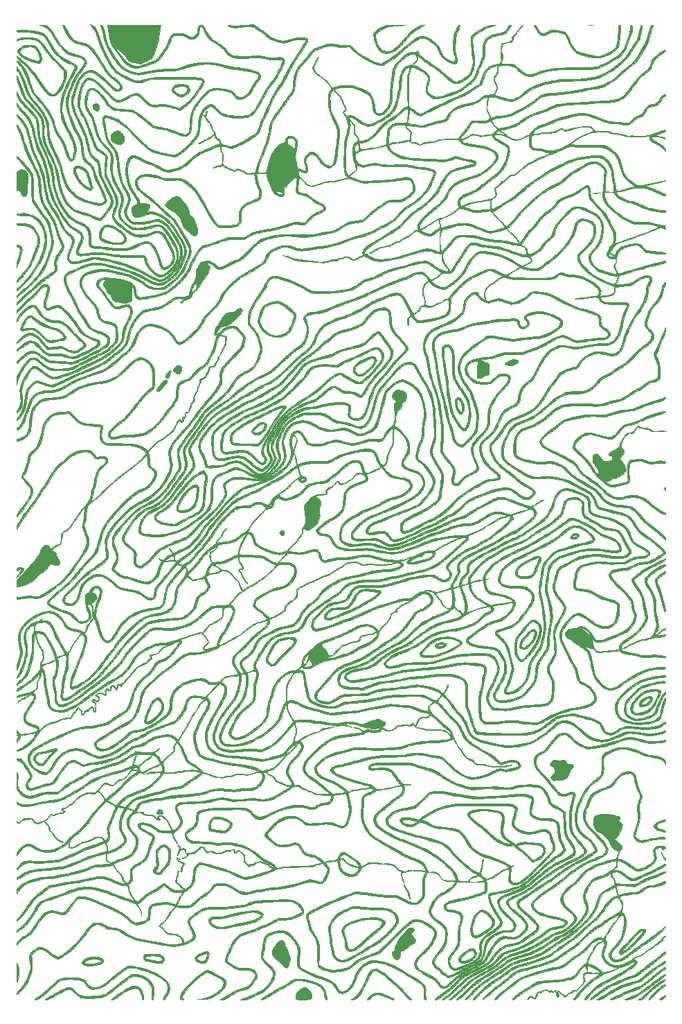
<source format=gbr>
G04 #@! TF.GenerationSoftware,KiCad,Pcbnew,(5.1.7)-1*
G04 #@! TF.CreationDate,2020-12-29T23:31:17-08:00*
G04 #@! TF.ProjectId,base,62617365-2e6b-4696-9361-645f70636258,rev?*
G04 #@! TF.SameCoordinates,Original*
G04 #@! TF.FileFunction,Legend,Bot*
G04 #@! TF.FilePolarity,Positive*
%FSLAX46Y46*%
G04 Gerber Fmt 4.6, Leading zero omitted, Abs format (unit mm)*
G04 Created by KiCad (PCBNEW (5.1.7)-1) date 2020-12-29 23:31:17*
%MOMM*%
%LPD*%
G01*
G04 APERTURE LIST*
%ADD10C,0.010000*%
%ADD11C,0.150000*%
G04 APERTURE END LIST*
D10*
G36*
X136591763Y-70076922D02*
G01*
X136498218Y-69971916D01*
X136277905Y-69903569D01*
X135991345Y-69949963D01*
X135667029Y-70098458D01*
X135333449Y-70336415D01*
X135051336Y-70613790D01*
X134858314Y-70877402D01*
X134805009Y-71079489D01*
X134891836Y-71234662D01*
X135071989Y-71338864D01*
X135384899Y-71436913D01*
X135470253Y-71434082D01*
X135470253Y-71215822D01*
X135235523Y-71188086D01*
X135133816Y-71124217D01*
X135087165Y-70987828D01*
X135181331Y-70805800D01*
X135391206Y-70595492D01*
X135720271Y-70342266D01*
X136011930Y-70178061D01*
X136244809Y-70111486D01*
X136397532Y-70151152D01*
X136421754Y-70180383D01*
X136428253Y-70322861D01*
X136348831Y-70532684D01*
X136207957Y-70763112D01*
X136030101Y-70967406D01*
X135992053Y-71001176D01*
X135740027Y-71150996D01*
X135470253Y-71215822D01*
X135470253Y-71434082D01*
X135653872Y-71427991D01*
X135954566Y-71308873D01*
X135970669Y-71300551D01*
X136245849Y-71103431D01*
X136458942Y-70848775D01*
X136596555Y-70570316D01*
X136645294Y-70301787D01*
X136591763Y-70076922D01*
G37*
X136591763Y-70076922D02*
X136498218Y-69971916D01*
X136277905Y-69903569D01*
X135991345Y-69949963D01*
X135667029Y-70098458D01*
X135333449Y-70336415D01*
X135051336Y-70613790D01*
X134858314Y-70877402D01*
X134805009Y-71079489D01*
X134891836Y-71234662D01*
X135071989Y-71338864D01*
X135384899Y-71436913D01*
X135470253Y-71434082D01*
X135470253Y-71215822D01*
X135235523Y-71188086D01*
X135133816Y-71124217D01*
X135087165Y-70987828D01*
X135181331Y-70805800D01*
X135391206Y-70595492D01*
X135720271Y-70342266D01*
X136011930Y-70178061D01*
X136244809Y-70111486D01*
X136397532Y-70151152D01*
X136421754Y-70180383D01*
X136428253Y-70322861D01*
X136348831Y-70532684D01*
X136207957Y-70763112D01*
X136030101Y-70967406D01*
X135992053Y-71001176D01*
X135740027Y-71150996D01*
X135470253Y-71215822D01*
X135470253Y-71434082D01*
X135653872Y-71427991D01*
X135954566Y-71308873D01*
X135970669Y-71300551D01*
X136245849Y-71103431D01*
X136458942Y-70848775D01*
X136596555Y-70570316D01*
X136645294Y-70301787D01*
X136591763Y-70076922D01*
G36*
X169614148Y-95397021D02*
G01*
X169530836Y-95306396D01*
X169374543Y-95181923D01*
X169220294Y-95144896D01*
X169044607Y-95204475D01*
X168824000Y-95369817D01*
X168534990Y-95650084D01*
X168465943Y-95721749D01*
X168109866Y-96132922D01*
X167838643Y-96526248D01*
X167659251Y-96884195D01*
X167578667Y-97189230D01*
X167603870Y-97423823D01*
X167732132Y-97565459D01*
X168031639Y-97645592D01*
X168111547Y-97627622D01*
X168111547Y-97409501D01*
X167913786Y-97378151D01*
X167825088Y-97271801D01*
X167840098Y-97071998D01*
X167935414Y-96802841D01*
X168042429Y-96614134D01*
X168225612Y-96355561D01*
X168451961Y-96072512D01*
X168542563Y-95967823D01*
X168790091Y-95698592D01*
X168967983Y-95534540D01*
X169103434Y-95455047D01*
X169223633Y-95439490D01*
X169237468Y-95440840D01*
X169377933Y-95478211D01*
X169426507Y-95579348D01*
X169423074Y-95727896D01*
X169372371Y-95967965D01*
X169271751Y-96241956D01*
X169237250Y-96314375D01*
X169069708Y-96580968D01*
X168846490Y-96854538D01*
X168600224Y-97103342D01*
X168363535Y-97295641D01*
X168169051Y-97399694D01*
X168111547Y-97409501D01*
X168111547Y-97627622D01*
X168350908Y-97573790D01*
X168693427Y-97348623D01*
X168994549Y-97048018D01*
X169332550Y-96595617D01*
X169577731Y-96124643D01*
X169689304Y-95765827D01*
X169699705Y-95563571D01*
X169614148Y-95397021D01*
G37*
X169614148Y-95397021D02*
X169530836Y-95306396D01*
X169374543Y-95181923D01*
X169220294Y-95144896D01*
X169044607Y-95204475D01*
X168824000Y-95369817D01*
X168534990Y-95650084D01*
X168465943Y-95721749D01*
X168109866Y-96132922D01*
X167838643Y-96526248D01*
X167659251Y-96884195D01*
X167578667Y-97189230D01*
X167603870Y-97423823D01*
X167732132Y-97565459D01*
X168031639Y-97645592D01*
X168111547Y-97627622D01*
X168111547Y-97409501D01*
X167913786Y-97378151D01*
X167825088Y-97271801D01*
X167840098Y-97071998D01*
X167935414Y-96802841D01*
X168042429Y-96614134D01*
X168225612Y-96355561D01*
X168451961Y-96072512D01*
X168542563Y-95967823D01*
X168790091Y-95698592D01*
X168967983Y-95534540D01*
X169103434Y-95455047D01*
X169223633Y-95439490D01*
X169237468Y-95440840D01*
X169377933Y-95478211D01*
X169426507Y-95579348D01*
X169423074Y-95727896D01*
X169372371Y-95967965D01*
X169271751Y-96241956D01*
X169237250Y-96314375D01*
X169069708Y-96580968D01*
X168846490Y-96854538D01*
X168600224Y-97103342D01*
X168363535Y-97295641D01*
X168169051Y-97399694D01*
X168111547Y-97409501D01*
X168111547Y-97627622D01*
X168350908Y-97573790D01*
X168693427Y-97348623D01*
X168994549Y-97048018D01*
X169332550Y-96595617D01*
X169577731Y-96124643D01*
X169689304Y-95765827D01*
X169699705Y-95563571D01*
X169614148Y-95397021D01*
G36*
X160752108Y-67770251D02*
G01*
X160653079Y-67455334D01*
X160509661Y-67187217D01*
X160336630Y-66987830D01*
X160148764Y-66879105D01*
X159960840Y-66882971D01*
X159790675Y-67017369D01*
X159691873Y-67191888D01*
X159656628Y-67400931D01*
X159683421Y-67684198D01*
X159752790Y-68008664D01*
X159880437Y-68390094D01*
X160049095Y-68684610D01*
X160240547Y-68866571D01*
X160366484Y-68904922D01*
X160366484Y-68675751D01*
X160279783Y-68604763D01*
X160175613Y-68418606D01*
X160069030Y-68157495D01*
X159975091Y-67861645D01*
X159908851Y-67571270D01*
X159887199Y-67395627D01*
X159936605Y-67238215D01*
X159994811Y-67170512D01*
X160132730Y-67113766D01*
X160263058Y-67195048D01*
X160386613Y-67390941D01*
X160482937Y-67651103D01*
X160536391Y-67945258D01*
X160547596Y-68233843D01*
X160517171Y-68477297D01*
X160445736Y-68636057D01*
X160366484Y-68675751D01*
X160366484Y-68904922D01*
X160395884Y-68913876D01*
X160548442Y-68890265D01*
X160648277Y-68795941D01*
X160723048Y-68595672D01*
X160757887Y-68452767D01*
X160791969Y-68110039D01*
X160752108Y-67770251D01*
G37*
X160752108Y-67770251D02*
X160653079Y-67455334D01*
X160509661Y-67187217D01*
X160336630Y-66987830D01*
X160148764Y-66879105D01*
X159960840Y-66882971D01*
X159790675Y-67017369D01*
X159691873Y-67191888D01*
X159656628Y-67400931D01*
X159683421Y-67684198D01*
X159752790Y-68008664D01*
X159880437Y-68390094D01*
X160049095Y-68684610D01*
X160240547Y-68866571D01*
X160366484Y-68904922D01*
X160366484Y-68675751D01*
X160279783Y-68604763D01*
X160175613Y-68418606D01*
X160069030Y-68157495D01*
X159975091Y-67861645D01*
X159908851Y-67571270D01*
X159887199Y-67395627D01*
X159936605Y-67238215D01*
X159994811Y-67170512D01*
X160132730Y-67113766D01*
X160263058Y-67195048D01*
X160386613Y-67390941D01*
X160482937Y-67651103D01*
X160536391Y-67945258D01*
X160547596Y-68233843D01*
X160517171Y-68477297D01*
X160445736Y-68636057D01*
X160366484Y-68675751D01*
X160366484Y-68904922D01*
X160395884Y-68913876D01*
X160548442Y-68890265D01*
X160648277Y-68795941D01*
X160723048Y-68595672D01*
X160757887Y-68452767D01*
X160791969Y-68110039D01*
X160752108Y-67770251D01*
G36*
X150069560Y-62207644D02*
G01*
X149944950Y-61981572D01*
X149714691Y-61873273D01*
X149379583Y-61882745D01*
X148940426Y-62009988D01*
X148489771Y-62208843D01*
X147950485Y-62507789D01*
X147562212Y-62799133D01*
X147317848Y-63089463D01*
X147210292Y-63385369D01*
X147208746Y-63397314D01*
X147205531Y-63649849D01*
X147286662Y-63840967D01*
X147353416Y-63925618D01*
X147619189Y-64167248D01*
X147897988Y-64283614D01*
X148021207Y-64278775D01*
X148021207Y-64048926D01*
X147755450Y-63955611D01*
X147542195Y-63780147D01*
X147426477Y-63551573D01*
X147417350Y-63465543D01*
X147474102Y-63301335D01*
X147621854Y-63092595D01*
X147715007Y-62992512D01*
X147930265Y-62819878D01*
X148231729Y-62628054D01*
X148577831Y-62438078D01*
X148926999Y-62270989D01*
X149237666Y-62147825D01*
X149468262Y-62089626D01*
X149502921Y-62087626D01*
X149731970Y-62141213D01*
X149839089Y-62291496D01*
X149814441Y-62522755D01*
X149799543Y-62561601D01*
X149696780Y-62721627D01*
X149505709Y-62948518D01*
X149257416Y-63211923D01*
X148982988Y-63481492D01*
X148713511Y-63726875D01*
X148480072Y-63917722D01*
X148313757Y-64023682D01*
X148294433Y-64031058D01*
X148021207Y-64048926D01*
X148021207Y-64278775D01*
X148201779Y-64271683D01*
X148542528Y-64128424D01*
X148932204Y-63850803D01*
X149382772Y-63435789D01*
X149415266Y-63403165D01*
X149774870Y-63001633D01*
X149995683Y-62659902D01*
X150082282Y-62369605D01*
X150069560Y-62207644D01*
G37*
X150069560Y-62207644D02*
X149944950Y-61981572D01*
X149714691Y-61873273D01*
X149379583Y-61882745D01*
X148940426Y-62009988D01*
X148489771Y-62208843D01*
X147950485Y-62507789D01*
X147562212Y-62799133D01*
X147317848Y-63089463D01*
X147210292Y-63385369D01*
X147208746Y-63397314D01*
X147205531Y-63649849D01*
X147286662Y-63840967D01*
X147353416Y-63925618D01*
X147619189Y-64167248D01*
X147897988Y-64283614D01*
X148021207Y-64278775D01*
X148021207Y-64048926D01*
X147755450Y-63955611D01*
X147542195Y-63780147D01*
X147426477Y-63551573D01*
X147417350Y-63465543D01*
X147474102Y-63301335D01*
X147621854Y-63092595D01*
X147715007Y-62992512D01*
X147930265Y-62819878D01*
X148231729Y-62628054D01*
X148577831Y-62438078D01*
X148926999Y-62270989D01*
X149237666Y-62147825D01*
X149468262Y-62089626D01*
X149502921Y-62087626D01*
X149731970Y-62141213D01*
X149839089Y-62291496D01*
X149814441Y-62522755D01*
X149799543Y-62561601D01*
X149696780Y-62721627D01*
X149505709Y-62948518D01*
X149257416Y-63211923D01*
X148982988Y-63481492D01*
X148713511Y-63726875D01*
X148480072Y-63917722D01*
X148313757Y-64023682D01*
X148294433Y-64031058D01*
X148021207Y-64048926D01*
X148021207Y-64278775D01*
X148201779Y-64271683D01*
X148542528Y-64128424D01*
X148932204Y-63850803D01*
X149382772Y-63435789D01*
X149415266Y-63403165D01*
X149774870Y-63001633D01*
X149995683Y-62659902D01*
X150082282Y-62369605D01*
X150069560Y-62207644D01*
G36*
X138934898Y-67897224D02*
G01*
X138775198Y-67882001D01*
X138414941Y-67930586D01*
X137956602Y-68070423D01*
X137425288Y-68292635D01*
X136973495Y-68518965D01*
X136584387Y-68718395D01*
X136164728Y-68919437D01*
X135785017Y-69088740D01*
X135662108Y-69139312D01*
X135419419Y-69237388D01*
X135210105Y-69328009D01*
X135004633Y-69426599D01*
X134773470Y-69548581D01*
X134487082Y-69709381D01*
X134115936Y-69924421D01*
X133764850Y-70130187D01*
X133185311Y-70490721D01*
X132745110Y-70814831D01*
X132433131Y-71116735D01*
X132238257Y-71410650D01*
X132149372Y-71710796D01*
X132155358Y-72031390D01*
X132179378Y-72157979D01*
X132226347Y-72338703D01*
X132287479Y-72476059D01*
X132383485Y-72576352D01*
X132535077Y-72645886D01*
X132762966Y-72690968D01*
X133087864Y-72717901D01*
X133530480Y-72732990D01*
X134099066Y-72742372D01*
X135519925Y-72761639D01*
X135519925Y-72547452D01*
X134086557Y-72526150D01*
X133493300Y-72512799D01*
X133049395Y-72492212D01*
X132745576Y-72463673D01*
X132572578Y-72426467D01*
X132534333Y-72406206D01*
X132432149Y-72228278D01*
X132406638Y-71962841D01*
X132453290Y-71658808D01*
X132567591Y-71365089D01*
X132641211Y-71247505D01*
X132820569Y-71064289D01*
X133117132Y-70831947D01*
X133503600Y-70567076D01*
X133952672Y-70286274D01*
X134437047Y-70006136D01*
X134929425Y-69743262D01*
X135402505Y-69514247D01*
X135709320Y-69382263D01*
X136111199Y-69209135D01*
X136532213Y-69009269D01*
X136902170Y-68816567D01*
X137019258Y-68749606D01*
X137360049Y-68567250D01*
X137739056Y-68396195D01*
X138112114Y-68253369D01*
X138435056Y-68155706D01*
X138661339Y-68120126D01*
X138679355Y-68173229D01*
X138589681Y-68324973D01*
X138399102Y-68564015D01*
X138388357Y-68576533D01*
X137993843Y-69057272D01*
X137649607Y-69531768D01*
X137318386Y-70054461D01*
X137021084Y-70573982D01*
X136633486Y-71234708D01*
X136270989Y-71771006D01*
X135941200Y-72172189D01*
X135760796Y-72344772D01*
X135519925Y-72547452D01*
X135519925Y-72761639D01*
X135661880Y-72763564D01*
X135990689Y-72446064D01*
X136205522Y-72224965D01*
X136407170Y-71983320D01*
X136614515Y-71693939D01*
X136846437Y-71329634D01*
X137121819Y-70863215D01*
X137269795Y-70604231D01*
X137773291Y-69776748D01*
X138277956Y-69072700D01*
X138643796Y-68636064D01*
X138899193Y-68328815D01*
X139031683Y-68109907D01*
X139043006Y-67969368D01*
X138934898Y-67897224D01*
G37*
X138934898Y-67897224D02*
X138775198Y-67882001D01*
X138414941Y-67930586D01*
X137956602Y-68070423D01*
X137425288Y-68292635D01*
X136973495Y-68518965D01*
X136584387Y-68718395D01*
X136164728Y-68919437D01*
X135785017Y-69088740D01*
X135662108Y-69139312D01*
X135419419Y-69237388D01*
X135210105Y-69328009D01*
X135004633Y-69426599D01*
X134773470Y-69548581D01*
X134487082Y-69709381D01*
X134115936Y-69924421D01*
X133764850Y-70130187D01*
X133185311Y-70490721D01*
X132745110Y-70814831D01*
X132433131Y-71116735D01*
X132238257Y-71410650D01*
X132149372Y-71710796D01*
X132155358Y-72031390D01*
X132179378Y-72157979D01*
X132226347Y-72338703D01*
X132287479Y-72476059D01*
X132383485Y-72576352D01*
X132535077Y-72645886D01*
X132762966Y-72690968D01*
X133087864Y-72717901D01*
X133530480Y-72732990D01*
X134099066Y-72742372D01*
X135519925Y-72761639D01*
X135519925Y-72547452D01*
X134086557Y-72526150D01*
X133493300Y-72512799D01*
X133049395Y-72492212D01*
X132745576Y-72463673D01*
X132572578Y-72426467D01*
X132534333Y-72406206D01*
X132432149Y-72228278D01*
X132406638Y-71962841D01*
X132453290Y-71658808D01*
X132567591Y-71365089D01*
X132641211Y-71247505D01*
X132820569Y-71064289D01*
X133117132Y-70831947D01*
X133503600Y-70567076D01*
X133952672Y-70286274D01*
X134437047Y-70006136D01*
X134929425Y-69743262D01*
X135402505Y-69514247D01*
X135709320Y-69382263D01*
X136111199Y-69209135D01*
X136532213Y-69009269D01*
X136902170Y-68816567D01*
X137019258Y-68749606D01*
X137360049Y-68567250D01*
X137739056Y-68396195D01*
X138112114Y-68253369D01*
X138435056Y-68155706D01*
X138661339Y-68120126D01*
X138679355Y-68173229D01*
X138589681Y-68324973D01*
X138399102Y-68564015D01*
X138388357Y-68576533D01*
X137993843Y-69057272D01*
X137649607Y-69531768D01*
X137318386Y-70054461D01*
X137021084Y-70573982D01*
X136633486Y-71234708D01*
X136270989Y-71771006D01*
X135941200Y-72172189D01*
X135760796Y-72344772D01*
X135519925Y-72547452D01*
X135519925Y-72761639D01*
X135661880Y-72763564D01*
X135990689Y-72446064D01*
X136205522Y-72224965D01*
X136407170Y-71983320D01*
X136614515Y-71693939D01*
X136846437Y-71329634D01*
X137121819Y-70863215D01*
X137269795Y-70604231D01*
X137773291Y-69776748D01*
X138277956Y-69072700D01*
X138643796Y-68636064D01*
X138899193Y-68328815D01*
X139031683Y-68109907D01*
X139043006Y-67969368D01*
X138934898Y-67897224D01*
G36*
X174832369Y-83618084D02*
G01*
X174763570Y-83549869D01*
X174497907Y-83444780D01*
X174216384Y-83479171D01*
X173966778Y-83647081D01*
X173964498Y-83649530D01*
X173809136Y-83852163D01*
X173788459Y-83996121D01*
X173902330Y-84106545D01*
X173961870Y-84136510D01*
X174189352Y-84185819D01*
X174265944Y-84174833D01*
X174265944Y-83965780D01*
X174126661Y-83956131D01*
X174081406Y-83869216D01*
X174143289Y-83764347D01*
X174212905Y-83725806D01*
X174426633Y-83679563D01*
X174546343Y-83731721D01*
X174563600Y-83796689D01*
X174531263Y-83903108D01*
X174504069Y-83916835D01*
X174387023Y-83936425D01*
X174265944Y-83965780D01*
X174265944Y-84174833D01*
X174422846Y-84152326D01*
X174633123Y-84057418D01*
X174790954Y-83922484D01*
X174867113Y-83768910D01*
X174832369Y-83618084D01*
G37*
X174832369Y-83618084D02*
X174763570Y-83549869D01*
X174497907Y-83444780D01*
X174216384Y-83479171D01*
X173966778Y-83647081D01*
X173964498Y-83649530D01*
X173809136Y-83852163D01*
X173788459Y-83996121D01*
X173902330Y-84106545D01*
X173961870Y-84136510D01*
X174189352Y-84185819D01*
X174265944Y-84174833D01*
X174265944Y-83965780D01*
X174126661Y-83956131D01*
X174081406Y-83869216D01*
X174143289Y-83764347D01*
X174212905Y-83725806D01*
X174426633Y-83679563D01*
X174546343Y-83731721D01*
X174563600Y-83796689D01*
X174531263Y-83903108D01*
X174504069Y-83916835D01*
X174387023Y-83936425D01*
X174265944Y-83965780D01*
X174265944Y-84174833D01*
X174422846Y-84152326D01*
X174633123Y-84057418D01*
X174790954Y-83922484D01*
X174867113Y-83768910D01*
X174832369Y-83618084D01*
G36*
X170146258Y-86363914D02*
G01*
X170124994Y-86342475D01*
X169991682Y-86256388D01*
X169828069Y-86229973D01*
X169610295Y-86268603D01*
X169314500Y-86377653D01*
X168916824Y-86562497D01*
X168726788Y-86657391D01*
X168201535Y-86939198D01*
X167804545Y-87193221D01*
X167512414Y-87438552D01*
X167301733Y-87694284D01*
X167173776Y-87924189D01*
X167053404Y-88247891D01*
X167043063Y-88487007D01*
X167144749Y-88673269D01*
X167225507Y-88746665D01*
X167469964Y-88867761D01*
X167815438Y-88949111D01*
X167981326Y-88963277D01*
X167981326Y-88743852D01*
X167666768Y-88690661D01*
X167558530Y-88651876D01*
X167349917Y-88532689D01*
X167270510Y-88385123D01*
X167314669Y-88179349D01*
X167428481Y-87963876D01*
X167590945Y-87716367D01*
X167763787Y-87516409D01*
X167978859Y-87338901D01*
X168268013Y-87158741D01*
X168663101Y-86950827D01*
X168800814Y-86882361D01*
X169264918Y-86660634D01*
X169601568Y-86521388D01*
X169820747Y-86467659D01*
X169932443Y-86502481D01*
X169946641Y-86628892D01*
X169873326Y-86849925D01*
X169725143Y-87163356D01*
X169582331Y-87475655D01*
X169458962Y-87795919D01*
X169399864Y-87988002D01*
X169280013Y-88319614D01*
X169099389Y-88539705D01*
X168828156Y-88670546D01*
X168436478Y-88734409D01*
X168395699Y-88737532D01*
X167981326Y-88743852D01*
X167981326Y-88963277D01*
X168207372Y-88982581D01*
X168591213Y-88960032D01*
X168622939Y-88955070D01*
X168968197Y-88877594D01*
X169214705Y-88758781D01*
X169395379Y-88567398D01*
X169543133Y-88272211D01*
X169645308Y-87984922D01*
X169758061Y-87670907D01*
X169879358Y-87380775D01*
X169974413Y-87192787D01*
X170158255Y-86828189D01*
X170215267Y-86553419D01*
X170146258Y-86363914D01*
G37*
X170146258Y-86363914D02*
X170124994Y-86342475D01*
X169991682Y-86256388D01*
X169828069Y-86229973D01*
X169610295Y-86268603D01*
X169314500Y-86377653D01*
X168916824Y-86562497D01*
X168726788Y-86657391D01*
X168201535Y-86939198D01*
X167804545Y-87193221D01*
X167512414Y-87438552D01*
X167301733Y-87694284D01*
X167173776Y-87924189D01*
X167053404Y-88247891D01*
X167043063Y-88487007D01*
X167144749Y-88673269D01*
X167225507Y-88746665D01*
X167469964Y-88867761D01*
X167815438Y-88949111D01*
X167981326Y-88963277D01*
X167981326Y-88743852D01*
X167666768Y-88690661D01*
X167558530Y-88651876D01*
X167349917Y-88532689D01*
X167270510Y-88385123D01*
X167314669Y-88179349D01*
X167428481Y-87963876D01*
X167590945Y-87716367D01*
X167763787Y-87516409D01*
X167978859Y-87338901D01*
X168268013Y-87158741D01*
X168663101Y-86950827D01*
X168800814Y-86882361D01*
X169264918Y-86660634D01*
X169601568Y-86521388D01*
X169820747Y-86467659D01*
X169932443Y-86502481D01*
X169946641Y-86628892D01*
X169873326Y-86849925D01*
X169725143Y-87163356D01*
X169582331Y-87475655D01*
X169458962Y-87795919D01*
X169399864Y-87988002D01*
X169280013Y-88319614D01*
X169099389Y-88539705D01*
X168828156Y-88670546D01*
X168436478Y-88734409D01*
X168395699Y-88737532D01*
X167981326Y-88743852D01*
X167981326Y-88963277D01*
X168207372Y-88982581D01*
X168591213Y-88960032D01*
X168622939Y-88955070D01*
X168968197Y-88877594D01*
X169214705Y-88758781D01*
X169395379Y-88567398D01*
X169543133Y-88272211D01*
X169645308Y-87984922D01*
X169758061Y-87670907D01*
X169879358Y-87380775D01*
X169974413Y-87192787D01*
X170158255Y-86828189D01*
X170215267Y-86553419D01*
X170146258Y-86363914D01*
G36*
X170214889Y-94843752D02*
G01*
X170161139Y-94716265D01*
X169985590Y-94471476D01*
X169740669Y-94240742D01*
X169484138Y-94074005D01*
X169366969Y-94029582D01*
X169107327Y-94042562D01*
X168827605Y-94192297D01*
X168552495Y-94463233D01*
X168442772Y-94611636D01*
X168260625Y-94856364D01*
X168015224Y-95153818D01*
X167755770Y-95444674D01*
X167723146Y-95479358D01*
X167378616Y-95874867D01*
X167149066Y-96228605D01*
X167015601Y-96584116D01*
X166959327Y-96984949D01*
X166954551Y-97250751D01*
X166962794Y-97563794D01*
X166977508Y-97830469D01*
X166995641Y-97996908D01*
X166997266Y-98004814D01*
X167097304Y-98336229D01*
X167239056Y-98663054D01*
X167392768Y-98919949D01*
X167440034Y-98977158D01*
X167612152Y-99118161D01*
X167789044Y-99156562D01*
X167851377Y-99134558D01*
X167851377Y-98879649D01*
X167691224Y-98874445D01*
X167556267Y-98746625D01*
X167429928Y-98497964D01*
X167347711Y-98281228D01*
X167237277Y-97848812D01*
X167187865Y-97380112D01*
X167199842Y-96927131D01*
X167273571Y-96541876D01*
X167334436Y-96389464D01*
X167477861Y-96163794D01*
X167684326Y-95901776D01*
X167834181Y-95737783D01*
X168063234Y-95482589D01*
X168317468Y-95165419D01*
X168520864Y-94884930D01*
X168780442Y-94539520D01*
X169003577Y-94332536D01*
X169208238Y-94253270D01*
X169412392Y-94291014D01*
X169469360Y-94319653D01*
X169735720Y-94544275D01*
X169936860Y-94854976D01*
X170035130Y-95189296D01*
X170039225Y-95265005D01*
X169975859Y-95761042D01*
X169794122Y-96320913D01*
X169506561Y-96918661D01*
X169125722Y-97528328D01*
X168664151Y-98123957D01*
X168648791Y-98141797D01*
X168313583Y-98515102D01*
X168053304Y-98760460D01*
X167851377Y-98879649D01*
X167851377Y-99134558D01*
X167991694Y-99085024D01*
X168241083Y-98896212D01*
X168553338Y-98587916D01*
X169051572Y-98011316D01*
X169475573Y-97417982D01*
X169817709Y-96826298D01*
X170070342Y-96254648D01*
X170225840Y-95721418D01*
X170276567Y-95244991D01*
X170214889Y-94843752D01*
G37*
X170214889Y-94843752D02*
X170161139Y-94716265D01*
X169985590Y-94471476D01*
X169740669Y-94240742D01*
X169484138Y-94074005D01*
X169366969Y-94029582D01*
X169107327Y-94042562D01*
X168827605Y-94192297D01*
X168552495Y-94463233D01*
X168442772Y-94611636D01*
X168260625Y-94856364D01*
X168015224Y-95153818D01*
X167755770Y-95444674D01*
X167723146Y-95479358D01*
X167378616Y-95874867D01*
X167149066Y-96228605D01*
X167015601Y-96584116D01*
X166959327Y-96984949D01*
X166954551Y-97250751D01*
X166962794Y-97563794D01*
X166977508Y-97830469D01*
X166995641Y-97996908D01*
X166997266Y-98004814D01*
X167097304Y-98336229D01*
X167239056Y-98663054D01*
X167392768Y-98919949D01*
X167440034Y-98977158D01*
X167612152Y-99118161D01*
X167789044Y-99156562D01*
X167851377Y-99134558D01*
X167851377Y-98879649D01*
X167691224Y-98874445D01*
X167556267Y-98746625D01*
X167429928Y-98497964D01*
X167347711Y-98281228D01*
X167237277Y-97848812D01*
X167187865Y-97380112D01*
X167199842Y-96927131D01*
X167273571Y-96541876D01*
X167334436Y-96389464D01*
X167477861Y-96163794D01*
X167684326Y-95901776D01*
X167834181Y-95737783D01*
X168063234Y-95482589D01*
X168317468Y-95165419D01*
X168520864Y-94884930D01*
X168780442Y-94539520D01*
X169003577Y-94332536D01*
X169208238Y-94253270D01*
X169412392Y-94291014D01*
X169469360Y-94319653D01*
X169735720Y-94544275D01*
X169936860Y-94854976D01*
X170035130Y-95189296D01*
X170039225Y-95265005D01*
X169975859Y-95761042D01*
X169794122Y-96320913D01*
X169506561Y-96918661D01*
X169125722Y-97528328D01*
X168664151Y-98123957D01*
X168648791Y-98141797D01*
X168313583Y-98515102D01*
X168053304Y-98760460D01*
X167851377Y-98879649D01*
X167851377Y-99134558D01*
X167991694Y-99085024D01*
X168241083Y-98896212D01*
X168553338Y-98587916D01*
X169051572Y-98011316D01*
X169475573Y-97417982D01*
X169817709Y-96826298D01*
X170070342Y-96254648D01*
X170225840Y-95721418D01*
X170276567Y-95244991D01*
X170214889Y-94843752D01*
G36*
X161582521Y-68372396D02*
G01*
X161492811Y-67804377D01*
X161478978Y-67747308D01*
X161358209Y-67314002D01*
X161222976Y-66948859D01*
X161050167Y-66606458D01*
X160816670Y-66241379D01*
X160499376Y-65808202D01*
X160478105Y-65780281D01*
X160239054Y-65444312D01*
X160017049Y-65092624D01*
X159845934Y-64780470D01*
X159790544Y-64657753D01*
X159719395Y-64468516D01*
X159669572Y-64292326D01*
X159637888Y-64096506D01*
X159621159Y-63848383D01*
X159616198Y-63515281D01*
X159619819Y-63064525D01*
X159621738Y-62926436D01*
X159625569Y-62397866D01*
X159618122Y-61996237D01*
X159597220Y-61690001D01*
X159560685Y-61447612D01*
X159506339Y-61237522D01*
X159504831Y-61232720D01*
X159323674Y-60834573D01*
X159076943Y-60563978D01*
X158776453Y-60432140D01*
X158648584Y-60420751D01*
X158406858Y-60464204D01*
X158230825Y-60601135D01*
X158118634Y-60841406D01*
X158068430Y-61194878D01*
X158078361Y-61671414D01*
X158146574Y-62280874D01*
X158216097Y-62722626D01*
X158368869Y-63641869D01*
X158493035Y-64436889D01*
X158587643Y-65100791D01*
X158651742Y-65626681D01*
X158684378Y-66007663D01*
X158688600Y-66143474D01*
X158709006Y-66442114D01*
X158762702Y-66815784D01*
X158838406Y-67187150D01*
X158844482Y-67212046D01*
X158939736Y-67603703D01*
X159039293Y-68023320D01*
X159121152Y-68378096D01*
X159224791Y-68745202D01*
X159365930Y-69132232D01*
X159472646Y-69370284D01*
X159673864Y-69730907D01*
X159908772Y-70093838D01*
X160153117Y-70426945D01*
X160382648Y-70698095D01*
X160573113Y-70875155D01*
X160638566Y-70915099D01*
X160758881Y-70951446D01*
X160758881Y-70660126D01*
X160637147Y-70595704D01*
X160460664Y-70422206D01*
X160251852Y-70169287D01*
X160033135Y-69866601D01*
X159826934Y-69543804D01*
X159655671Y-69230549D01*
X159618577Y-69152001D01*
X159479459Y-68783920D01*
X159337202Y-68301023D01*
X159201554Y-67746720D01*
X159082265Y-67164422D01*
X158989083Y-66597539D01*
X158932274Y-66096064D01*
X158885493Y-65587412D01*
X158820889Y-65033264D01*
X158734823Y-64407535D01*
X158623659Y-63684136D01*
X158483758Y-62836984D01*
X158450786Y-62643251D01*
X158354842Y-61993528D01*
X158310385Y-61471950D01*
X158317591Y-61085177D01*
X158376635Y-60839868D01*
X158402219Y-60797783D01*
X158577959Y-60681797D01*
X158801301Y-60673615D01*
X159003329Y-60773222D01*
X159027961Y-60797928D01*
X159140451Y-60941330D01*
X159224662Y-61105088D01*
X159284591Y-61313719D01*
X159324234Y-61591741D01*
X159347588Y-61963670D01*
X159358650Y-62454024D01*
X159361125Y-62841689D01*
X159363709Y-63357332D01*
X159370466Y-63743992D01*
X159384649Y-64031431D01*
X159409513Y-64249414D01*
X159448312Y-64427704D01*
X159504300Y-64596065D01*
X159570963Y-64761052D01*
X159706488Y-65029419D01*
X159911907Y-65371556D01*
X160156496Y-65738446D01*
X160350357Y-66004567D01*
X160795717Y-66667950D01*
X161105609Y-67322764D01*
X161295979Y-68008145D01*
X161363401Y-68490953D01*
X161373100Y-68891154D01*
X161336704Y-69311044D01*
X161262540Y-69720743D01*
X161158934Y-70090373D01*
X161034214Y-70390054D01*
X160896705Y-70589909D01*
X160758881Y-70660126D01*
X160758881Y-70951446D01*
X160793359Y-70961862D01*
X160920354Y-70913995D01*
X161033290Y-70812142D01*
X161259715Y-70490751D01*
X161432789Y-70052128D01*
X161547572Y-69530225D01*
X161599129Y-68958996D01*
X161582521Y-68372396D01*
G37*
X161582521Y-68372396D02*
X161492811Y-67804377D01*
X161478978Y-67747308D01*
X161358209Y-67314002D01*
X161222976Y-66948859D01*
X161050167Y-66606458D01*
X160816670Y-66241379D01*
X160499376Y-65808202D01*
X160478105Y-65780281D01*
X160239054Y-65444312D01*
X160017049Y-65092624D01*
X159845934Y-64780470D01*
X159790544Y-64657753D01*
X159719395Y-64468516D01*
X159669572Y-64292326D01*
X159637888Y-64096506D01*
X159621159Y-63848383D01*
X159616198Y-63515281D01*
X159619819Y-63064525D01*
X159621738Y-62926436D01*
X159625569Y-62397866D01*
X159618122Y-61996237D01*
X159597220Y-61690001D01*
X159560685Y-61447612D01*
X159506339Y-61237522D01*
X159504831Y-61232720D01*
X159323674Y-60834573D01*
X159076943Y-60563978D01*
X158776453Y-60432140D01*
X158648584Y-60420751D01*
X158406858Y-60464204D01*
X158230825Y-60601135D01*
X158118634Y-60841406D01*
X158068430Y-61194878D01*
X158078361Y-61671414D01*
X158146574Y-62280874D01*
X158216097Y-62722626D01*
X158368869Y-63641869D01*
X158493035Y-64436889D01*
X158587643Y-65100791D01*
X158651742Y-65626681D01*
X158684378Y-66007663D01*
X158688600Y-66143474D01*
X158709006Y-66442114D01*
X158762702Y-66815784D01*
X158838406Y-67187150D01*
X158844482Y-67212046D01*
X158939736Y-67603703D01*
X159039293Y-68023320D01*
X159121152Y-68378096D01*
X159224791Y-68745202D01*
X159365930Y-69132232D01*
X159472646Y-69370284D01*
X159673864Y-69730907D01*
X159908772Y-70093838D01*
X160153117Y-70426945D01*
X160382648Y-70698095D01*
X160573113Y-70875155D01*
X160638566Y-70915099D01*
X160758881Y-70951446D01*
X160758881Y-70660126D01*
X160637147Y-70595704D01*
X160460664Y-70422206D01*
X160251852Y-70169287D01*
X160033135Y-69866601D01*
X159826934Y-69543804D01*
X159655671Y-69230549D01*
X159618577Y-69152001D01*
X159479459Y-68783920D01*
X159337202Y-68301023D01*
X159201554Y-67746720D01*
X159082265Y-67164422D01*
X158989083Y-66597539D01*
X158932274Y-66096064D01*
X158885493Y-65587412D01*
X158820889Y-65033264D01*
X158734823Y-64407535D01*
X158623659Y-63684136D01*
X158483758Y-62836984D01*
X158450786Y-62643251D01*
X158354842Y-61993528D01*
X158310385Y-61471950D01*
X158317591Y-61085177D01*
X158376635Y-60839868D01*
X158402219Y-60797783D01*
X158577959Y-60681797D01*
X158801301Y-60673615D01*
X159003329Y-60773222D01*
X159027961Y-60797928D01*
X159140451Y-60941330D01*
X159224662Y-61105088D01*
X159284591Y-61313719D01*
X159324234Y-61591741D01*
X159347588Y-61963670D01*
X159358650Y-62454024D01*
X159361125Y-62841689D01*
X159363709Y-63357332D01*
X159370466Y-63743992D01*
X159384649Y-64031431D01*
X159409513Y-64249414D01*
X159448312Y-64427704D01*
X159504300Y-64596065D01*
X159570963Y-64761052D01*
X159706488Y-65029419D01*
X159911907Y-65371556D01*
X160156496Y-65738446D01*
X160350357Y-66004567D01*
X160795717Y-66667950D01*
X161105609Y-67322764D01*
X161295979Y-68008145D01*
X161363401Y-68490953D01*
X161373100Y-68891154D01*
X161336704Y-69311044D01*
X161262540Y-69720743D01*
X161158934Y-70090373D01*
X161034214Y-70390054D01*
X160896705Y-70589909D01*
X160758881Y-70660126D01*
X160758881Y-70951446D01*
X160793359Y-70961862D01*
X160920354Y-70913995D01*
X161033290Y-70812142D01*
X161259715Y-70490751D01*
X161432789Y-70052128D01*
X161547572Y-69530225D01*
X161599129Y-68958996D01*
X161582521Y-68372396D01*
G36*
X158551268Y-96892366D02*
G01*
X158362374Y-96822955D01*
X158050660Y-96784753D01*
X157759864Y-96815773D01*
X157515034Y-96901093D01*
X157341221Y-97025788D01*
X157263474Y-97174934D01*
X157306842Y-97333607D01*
X157378484Y-97409145D01*
X157579297Y-97488682D01*
X157742271Y-97493171D01*
X157742271Y-97298641D01*
X157626409Y-97273351D01*
X157583252Y-97157687D01*
X157692652Y-97064885D01*
X157702905Y-97060806D01*
X157865086Y-97028117D01*
X158092763Y-97012788D01*
X158116789Y-97012626D01*
X158297076Y-97020585D01*
X158343225Y-97054693D01*
X158288891Y-97121581D01*
X158140460Y-97207709D01*
X157936015Y-97271824D01*
X157742271Y-97298641D01*
X157742271Y-97493171D01*
X157861027Y-97496443D01*
X158165451Y-97437087D01*
X158417355Y-97326068D01*
X158617526Y-97160437D01*
X158661864Y-97013129D01*
X158551268Y-96892366D01*
G37*
X158551268Y-96892366D02*
X158362374Y-96822955D01*
X158050660Y-96784753D01*
X157759864Y-96815773D01*
X157515034Y-96901093D01*
X157341221Y-97025788D01*
X157263474Y-97174934D01*
X157306842Y-97333607D01*
X157378484Y-97409145D01*
X157579297Y-97488682D01*
X157742271Y-97493171D01*
X157742271Y-97298641D01*
X157626409Y-97273351D01*
X157583252Y-97157687D01*
X157692652Y-97064885D01*
X157702905Y-97060806D01*
X157865086Y-97028117D01*
X158092763Y-97012788D01*
X158116789Y-97012626D01*
X158297076Y-97020585D01*
X158343225Y-97054693D01*
X158288891Y-97121581D01*
X158140460Y-97207709D01*
X157936015Y-97271824D01*
X157742271Y-97298641D01*
X157742271Y-97493171D01*
X157861027Y-97496443D01*
X158165451Y-97437087D01*
X158417355Y-97326068D01*
X158617526Y-97160437D01*
X158661864Y-97013129D01*
X158551268Y-96892366D01*
G36*
X150802585Y-61252420D02*
G01*
X150499660Y-60893534D01*
X150486899Y-60882397D01*
X150228567Y-60760101D01*
X149890784Y-60755753D01*
X149496208Y-60865747D01*
X149067499Y-61086480D01*
X149022318Y-61115355D01*
X148724463Y-61295839D01*
X148385398Y-61472823D01*
X147977911Y-61658675D01*
X147474789Y-61865758D01*
X146848821Y-62106441D01*
X146806034Y-62122493D01*
X146432217Y-62282704D01*
X146032357Y-62484931D01*
X145738435Y-62657257D01*
X145468776Y-62824051D01*
X145276093Y-62914719D01*
X145108430Y-62945760D01*
X144913837Y-62933672D01*
X144881314Y-62929454D01*
X144399411Y-62867992D01*
X144034336Y-62831125D01*
X143746260Y-62817736D01*
X143495359Y-62826705D01*
X143241804Y-62856915D01*
X143102398Y-62879497D01*
X142585882Y-62992146D01*
X142196373Y-63140214D01*
X141903076Y-63341795D01*
X141675195Y-63614984D01*
X141582213Y-63772738D01*
X141435168Y-63999251D01*
X141197560Y-64295482D01*
X140861499Y-64670313D01*
X140419094Y-65132623D01*
X139988900Y-65565854D01*
X139519097Y-66028823D01*
X139139649Y-66391402D01*
X138832471Y-66669142D01*
X138579478Y-66877595D01*
X138362583Y-67032310D01*
X138163703Y-67148840D01*
X138124662Y-67168849D01*
X137840817Y-67315179D01*
X137471768Y-67511049D01*
X137070608Y-67728060D01*
X136774974Y-67890736D01*
X136327905Y-68124853D01*
X135809889Y-68374582D01*
X135299697Y-68602755D01*
X135032187Y-68713031D01*
X134535341Y-68927868D01*
X133994176Y-69193954D01*
X133439908Y-69492947D01*
X132903755Y-69806506D01*
X132416933Y-70116289D01*
X132010660Y-70403955D01*
X131716151Y-70651163D01*
X131690704Y-70676326D01*
X131430291Y-70988350D01*
X131233636Y-71316880D01*
X131186080Y-71430388D01*
X131116731Y-71700330D01*
X131062948Y-72052397D01*
X131027047Y-72443279D01*
X131011343Y-72829669D01*
X131018153Y-73168259D01*
X131049793Y-73415739D01*
X131075828Y-73492133D01*
X131215127Y-73672557D01*
X131420693Y-73773404D01*
X131715638Y-73798850D01*
X132123070Y-73753073D01*
X132318268Y-73716651D01*
X132910074Y-73620937D01*
X133441687Y-73580727D01*
X133886243Y-73596270D01*
X134216877Y-73667815D01*
X134286345Y-73698415D01*
X134444134Y-73807304D01*
X134675032Y-74000227D01*
X134942954Y-74245984D01*
X135118570Y-74417975D01*
X135458733Y-74743614D01*
X135727060Y-74953965D01*
X135948345Y-75059697D01*
X136120998Y-75069915D01*
X136120998Y-74830237D01*
X135988655Y-74821983D01*
X135842524Y-74755139D01*
X135670725Y-74632341D01*
X135449615Y-74429085D01*
X135232453Y-74195439D01*
X134888894Y-73831452D01*
X134554089Y-73571525D01*
X134198574Y-73407433D01*
X133792885Y-73330950D01*
X133307557Y-73333851D01*
X132713128Y-73407910D01*
X132525786Y-73439805D01*
X132116216Y-73511428D01*
X131833130Y-73555358D01*
X131646824Y-73572304D01*
X131527594Y-73562976D01*
X131445734Y-73528084D01*
X131371541Y-73468335D01*
X131370488Y-73467391D01*
X131294212Y-73385602D01*
X131248818Y-73283905D01*
X131229470Y-73126650D01*
X131231333Y-72878189D01*
X131246718Y-72555037D01*
X131297265Y-72012947D01*
X131384994Y-71602177D01*
X131451334Y-71422020D01*
X131605136Y-71140728D01*
X131818703Y-70877210D01*
X132114453Y-70610890D01*
X132514807Y-70321194D01*
X132959675Y-70037788D01*
X133427990Y-69755229D01*
X133815749Y-69534016D01*
X134173657Y-69348679D01*
X134552418Y-69173750D01*
X135002738Y-68983759D01*
X135289069Y-68867721D01*
X135700454Y-68693620D01*
X136121253Y-68500864D01*
X136492274Y-68317240D01*
X136683852Y-68212973D01*
X136997802Y-68036829D01*
X137389427Y-67824868D01*
X137794175Y-67611797D01*
X137971725Y-67520557D01*
X138262351Y-67366553D01*
X138513704Y-67215037D01*
X138754540Y-67043515D01*
X139013616Y-66829495D01*
X139319687Y-66550484D01*
X139701510Y-66183986D01*
X139787118Y-66100530D01*
X140146909Y-65749214D01*
X140489288Y-65414906D01*
X140789352Y-65121920D01*
X141022198Y-64894573D01*
X141149881Y-64769912D01*
X141352918Y-64535292D01*
X141567036Y-64232057D01*
X141705713Y-63998334D01*
X141900107Y-63690676D01*
X142126651Y-63465506D01*
X142419071Y-63302561D01*
X142811094Y-63181578D01*
X143190632Y-63106211D01*
X143599332Y-63053592D01*
X143957962Y-63055183D01*
X144323199Y-63103345D01*
X144772918Y-63170826D01*
X145102670Y-63193269D01*
X145345333Y-63168524D01*
X145533786Y-63094439D01*
X145645167Y-63016880D01*
X145853605Y-62856713D01*
X146063108Y-62720177D01*
X146305931Y-62591141D01*
X146614324Y-62453474D01*
X147020541Y-62291044D01*
X147340033Y-62169180D01*
X147794879Y-61985524D01*
X148267590Y-61774472D01*
X148701776Y-61562317D01*
X149036275Y-61378242D01*
X149471106Y-61138121D01*
X149811852Y-61005647D01*
X150078086Y-60977640D01*
X150289381Y-61050918D01*
X150409845Y-61154970D01*
X150653082Y-61496746D01*
X150743842Y-61835788D01*
X150685378Y-62198509D01*
X150570271Y-62456921D01*
X150448228Y-62638067D01*
X150241059Y-62896441D01*
X149970864Y-63208782D01*
X149659742Y-63551826D01*
X149329794Y-63902309D01*
X149003120Y-64236969D01*
X148701820Y-64532542D01*
X148447995Y-64765766D01*
X148263745Y-64913376D01*
X148203455Y-64948293D01*
X147973459Y-64989711D01*
X147686113Y-64939143D01*
X147326024Y-64790911D01*
X146877796Y-64539331D01*
X146578772Y-64348698D01*
X146186119Y-64098739D01*
X145884896Y-63940331D01*
X145638828Y-63870725D01*
X145411639Y-63887170D01*
X145167052Y-63986917D01*
X144868793Y-64167217D01*
X144797975Y-64213713D01*
X144527115Y-64409525D01*
X144179601Y-64685446D01*
X143792469Y-65010782D01*
X143402750Y-65354838D01*
X143232456Y-65511267D01*
X142790726Y-65912889D01*
X142418049Y-66225700D01*
X142076605Y-66478275D01*
X141728577Y-66699194D01*
X141459447Y-66851030D01*
X141008976Y-67118482D01*
X140486982Y-67465356D01*
X139935906Y-67860554D01*
X139398186Y-68272977D01*
X138916261Y-68671530D01*
X138657684Y-68904048D01*
X138158069Y-69458427D01*
X137697378Y-70139650D01*
X137454223Y-70585704D01*
X137252602Y-70959066D01*
X137008798Y-71370631D01*
X136775556Y-71731362D01*
X136775331Y-71731689D01*
X136412804Y-72297322D01*
X136167742Y-72778819D01*
X136036269Y-73194402D01*
X136014505Y-73562294D01*
X136098572Y-73900718D01*
X136253550Y-74183547D01*
X136397861Y-74408062D01*
X136449121Y-74548053D01*
X136408672Y-74646632D01*
X136277854Y-74746914D01*
X136271211Y-74751275D01*
X136120998Y-74830237D01*
X136120998Y-75069915D01*
X136147381Y-75071477D01*
X136348959Y-74999972D01*
X136402514Y-74970416D01*
X136605886Y-74804983D01*
X136677815Y-74607804D01*
X136619996Y-74356430D01*
X136469588Y-74082582D01*
X136311087Y-73781025D01*
X136230709Y-73509521D01*
X136225475Y-73441121D01*
X136273390Y-73187612D01*
X136408259Y-72839205D01*
X136616775Y-72424086D01*
X136885629Y-71970437D01*
X137009452Y-71780975D01*
X137179617Y-71513958D01*
X137391041Y-71162388D01*
X137610630Y-70781971D01*
X137726889Y-70573350D01*
X137932366Y-70216661D01*
X138147238Y-69873095D01*
X138340180Y-69591483D01*
X138435194Y-69469244D01*
X138657582Y-69239256D01*
X138982344Y-68945139D01*
X139379501Y-68610424D01*
X139819075Y-68258640D01*
X140271085Y-67913318D01*
X140705554Y-67597988D01*
X141092502Y-67336181D01*
X141357321Y-67175706D01*
X141863035Y-66885710D01*
X142272274Y-66626491D01*
X142632991Y-66362926D01*
X142993138Y-66059893D01*
X143400666Y-65682271D01*
X143415024Y-65668564D01*
X143826448Y-65290142D01*
X144239745Y-64936228D01*
X144633721Y-64622682D01*
X144987178Y-64365365D01*
X145278921Y-64180137D01*
X145487754Y-64082858D01*
X145548727Y-64072001D01*
X145694304Y-64114049D01*
X145928839Y-64226415D01*
X146211195Y-64388439D01*
X146335529Y-64467225D01*
X146853949Y-64792440D01*
X147272749Y-65021892D01*
X147613036Y-65162905D01*
X147895914Y-65222804D01*
X148142489Y-65208912D01*
X148316157Y-65154532D01*
X148471760Y-65052404D01*
X148707379Y-64851935D01*
X149000916Y-64576331D01*
X149330272Y-64248800D01*
X149673349Y-63892548D01*
X150008049Y-63530782D01*
X150312272Y-63186711D01*
X150563920Y-62883540D01*
X150740895Y-62644477D01*
X150799442Y-62546671D01*
X150954806Y-62091395D01*
X150955077Y-61655842D01*
X150802585Y-61252420D01*
G37*
X150802585Y-61252420D02*
X150499660Y-60893534D01*
X150486899Y-60882397D01*
X150228567Y-60760101D01*
X149890784Y-60755753D01*
X149496208Y-60865747D01*
X149067499Y-61086480D01*
X149022318Y-61115355D01*
X148724463Y-61295839D01*
X148385398Y-61472823D01*
X147977911Y-61658675D01*
X147474789Y-61865758D01*
X146848821Y-62106441D01*
X146806034Y-62122493D01*
X146432217Y-62282704D01*
X146032357Y-62484931D01*
X145738435Y-62657257D01*
X145468776Y-62824051D01*
X145276093Y-62914719D01*
X145108430Y-62945760D01*
X144913837Y-62933672D01*
X144881314Y-62929454D01*
X144399411Y-62867992D01*
X144034336Y-62831125D01*
X143746260Y-62817736D01*
X143495359Y-62826705D01*
X143241804Y-62856915D01*
X143102398Y-62879497D01*
X142585882Y-62992146D01*
X142196373Y-63140214D01*
X141903076Y-63341795D01*
X141675195Y-63614984D01*
X141582213Y-63772738D01*
X141435168Y-63999251D01*
X141197560Y-64295482D01*
X140861499Y-64670313D01*
X140419094Y-65132623D01*
X139988900Y-65565854D01*
X139519097Y-66028823D01*
X139139649Y-66391402D01*
X138832471Y-66669142D01*
X138579478Y-66877595D01*
X138362583Y-67032310D01*
X138163703Y-67148840D01*
X138124662Y-67168849D01*
X137840817Y-67315179D01*
X137471768Y-67511049D01*
X137070608Y-67728060D01*
X136774974Y-67890736D01*
X136327905Y-68124853D01*
X135809889Y-68374582D01*
X135299697Y-68602755D01*
X135032187Y-68713031D01*
X134535341Y-68927868D01*
X133994176Y-69193954D01*
X133439908Y-69492947D01*
X132903755Y-69806506D01*
X132416933Y-70116289D01*
X132010660Y-70403955D01*
X131716151Y-70651163D01*
X131690704Y-70676326D01*
X131430291Y-70988350D01*
X131233636Y-71316880D01*
X131186080Y-71430388D01*
X131116731Y-71700330D01*
X131062948Y-72052397D01*
X131027047Y-72443279D01*
X131011343Y-72829669D01*
X131018153Y-73168259D01*
X131049793Y-73415739D01*
X131075828Y-73492133D01*
X131215127Y-73672557D01*
X131420693Y-73773404D01*
X131715638Y-73798850D01*
X132123070Y-73753073D01*
X132318268Y-73716651D01*
X132910074Y-73620937D01*
X133441687Y-73580727D01*
X133886243Y-73596270D01*
X134216877Y-73667815D01*
X134286345Y-73698415D01*
X134444134Y-73807304D01*
X134675032Y-74000227D01*
X134942954Y-74245984D01*
X135118570Y-74417975D01*
X135458733Y-74743614D01*
X135727060Y-74953965D01*
X135948345Y-75059697D01*
X136120998Y-75069915D01*
X136120998Y-74830237D01*
X135988655Y-74821983D01*
X135842524Y-74755139D01*
X135670725Y-74632341D01*
X135449615Y-74429085D01*
X135232453Y-74195439D01*
X134888894Y-73831452D01*
X134554089Y-73571525D01*
X134198574Y-73407433D01*
X133792885Y-73330950D01*
X133307557Y-73333851D01*
X132713128Y-73407910D01*
X132525786Y-73439805D01*
X132116216Y-73511428D01*
X131833130Y-73555358D01*
X131646824Y-73572304D01*
X131527594Y-73562976D01*
X131445734Y-73528084D01*
X131371541Y-73468335D01*
X131370488Y-73467391D01*
X131294212Y-73385602D01*
X131248818Y-73283905D01*
X131229470Y-73126650D01*
X131231333Y-72878189D01*
X131246718Y-72555037D01*
X131297265Y-72012947D01*
X131384994Y-71602177D01*
X131451334Y-71422020D01*
X131605136Y-71140728D01*
X131818703Y-70877210D01*
X132114453Y-70610890D01*
X132514807Y-70321194D01*
X132959675Y-70037788D01*
X133427990Y-69755229D01*
X133815749Y-69534016D01*
X134173657Y-69348679D01*
X134552418Y-69173750D01*
X135002738Y-68983759D01*
X135289069Y-68867721D01*
X135700454Y-68693620D01*
X136121253Y-68500864D01*
X136492274Y-68317240D01*
X136683852Y-68212973D01*
X136997802Y-68036829D01*
X137389427Y-67824868D01*
X137794175Y-67611797D01*
X137971725Y-67520557D01*
X138262351Y-67366553D01*
X138513704Y-67215037D01*
X138754540Y-67043515D01*
X139013616Y-66829495D01*
X139319687Y-66550484D01*
X139701510Y-66183986D01*
X139787118Y-66100530D01*
X140146909Y-65749214D01*
X140489288Y-65414906D01*
X140789352Y-65121920D01*
X141022198Y-64894573D01*
X141149881Y-64769912D01*
X141352918Y-64535292D01*
X141567036Y-64232057D01*
X141705713Y-63998334D01*
X141900107Y-63690676D01*
X142126651Y-63465506D01*
X142419071Y-63302561D01*
X142811094Y-63181578D01*
X143190632Y-63106211D01*
X143599332Y-63053592D01*
X143957962Y-63055183D01*
X144323199Y-63103345D01*
X144772918Y-63170826D01*
X145102670Y-63193269D01*
X145345333Y-63168524D01*
X145533786Y-63094439D01*
X145645167Y-63016880D01*
X145853605Y-62856713D01*
X146063108Y-62720177D01*
X146305931Y-62591141D01*
X146614324Y-62453474D01*
X147020541Y-62291044D01*
X147340033Y-62169180D01*
X147794879Y-61985524D01*
X148267590Y-61774472D01*
X148701776Y-61562317D01*
X149036275Y-61378242D01*
X149471106Y-61138121D01*
X149811852Y-61005647D01*
X150078086Y-60977640D01*
X150289381Y-61050918D01*
X150409845Y-61154970D01*
X150653082Y-61496746D01*
X150743842Y-61835788D01*
X150685378Y-62198509D01*
X150570271Y-62456921D01*
X150448228Y-62638067D01*
X150241059Y-62896441D01*
X149970864Y-63208782D01*
X149659742Y-63551826D01*
X149329794Y-63902309D01*
X149003120Y-64236969D01*
X148701820Y-64532542D01*
X148447995Y-64765766D01*
X148263745Y-64913376D01*
X148203455Y-64948293D01*
X147973459Y-64989711D01*
X147686113Y-64939143D01*
X147326024Y-64790911D01*
X146877796Y-64539331D01*
X146578772Y-64348698D01*
X146186119Y-64098739D01*
X145884896Y-63940331D01*
X145638828Y-63870725D01*
X145411639Y-63887170D01*
X145167052Y-63986917D01*
X144868793Y-64167217D01*
X144797975Y-64213713D01*
X144527115Y-64409525D01*
X144179601Y-64685446D01*
X143792469Y-65010782D01*
X143402750Y-65354838D01*
X143232456Y-65511267D01*
X142790726Y-65912889D01*
X142418049Y-66225700D01*
X142076605Y-66478275D01*
X141728577Y-66699194D01*
X141459447Y-66851030D01*
X141008976Y-67118482D01*
X140486982Y-67465356D01*
X139935906Y-67860554D01*
X139398186Y-68272977D01*
X138916261Y-68671530D01*
X138657684Y-68904048D01*
X138158069Y-69458427D01*
X137697378Y-70139650D01*
X137454223Y-70585704D01*
X137252602Y-70959066D01*
X137008798Y-71370631D01*
X136775556Y-71731362D01*
X136775331Y-71731689D01*
X136412804Y-72297322D01*
X136167742Y-72778819D01*
X136036269Y-73194402D01*
X136014505Y-73562294D01*
X136098572Y-73900718D01*
X136253550Y-74183547D01*
X136397861Y-74408062D01*
X136449121Y-74548053D01*
X136408672Y-74646632D01*
X136277854Y-74746914D01*
X136271211Y-74751275D01*
X136120998Y-74830237D01*
X136120998Y-75069915D01*
X136147381Y-75071477D01*
X136348959Y-74999972D01*
X136402514Y-74970416D01*
X136605886Y-74804983D01*
X136677815Y-74607804D01*
X136619996Y-74356430D01*
X136469588Y-74082582D01*
X136311087Y-73781025D01*
X136230709Y-73509521D01*
X136225475Y-73441121D01*
X136273390Y-73187612D01*
X136408259Y-72839205D01*
X136616775Y-72424086D01*
X136885629Y-71970437D01*
X137009452Y-71780975D01*
X137179617Y-71513958D01*
X137391041Y-71162388D01*
X137610630Y-70781971D01*
X137726889Y-70573350D01*
X137932366Y-70216661D01*
X138147238Y-69873095D01*
X138340180Y-69591483D01*
X138435194Y-69469244D01*
X138657582Y-69239256D01*
X138982344Y-68945139D01*
X139379501Y-68610424D01*
X139819075Y-68258640D01*
X140271085Y-67913318D01*
X140705554Y-67597988D01*
X141092502Y-67336181D01*
X141357321Y-67175706D01*
X141863035Y-66885710D01*
X142272274Y-66626491D01*
X142632991Y-66362926D01*
X142993138Y-66059893D01*
X143400666Y-65682271D01*
X143415024Y-65668564D01*
X143826448Y-65290142D01*
X144239745Y-64936228D01*
X144633721Y-64622682D01*
X144987178Y-64365365D01*
X145278921Y-64180137D01*
X145487754Y-64082858D01*
X145548727Y-64072001D01*
X145694304Y-64114049D01*
X145928839Y-64226415D01*
X146211195Y-64388439D01*
X146335529Y-64467225D01*
X146853949Y-64792440D01*
X147272749Y-65021892D01*
X147613036Y-65162905D01*
X147895914Y-65222804D01*
X148142489Y-65208912D01*
X148316157Y-65154532D01*
X148471760Y-65052404D01*
X148707379Y-64851935D01*
X149000916Y-64576331D01*
X149330272Y-64248800D01*
X149673349Y-63892548D01*
X150008049Y-63530782D01*
X150312272Y-63186711D01*
X150563920Y-62883540D01*
X150740895Y-62644477D01*
X150799442Y-62546671D01*
X150954806Y-62091395D01*
X150955077Y-61655842D01*
X150802585Y-61252420D01*
G36*
X128334023Y-77917830D02*
G01*
X128294058Y-77735878D01*
X128293462Y-77734753D01*
X128136925Y-77565670D01*
X127913154Y-77530036D01*
X127611680Y-77626684D01*
X127558468Y-77652846D01*
X127139349Y-77934526D01*
X126723203Y-78337734D01*
X126340878Y-78827714D01*
X126023224Y-79369709D01*
X126009252Y-79398253D01*
X125806112Y-79841326D01*
X125682551Y-80176501D01*
X125632243Y-80429381D01*
X125648862Y-80625567D01*
X125683399Y-80716869D01*
X125850843Y-80883665D01*
X126140826Y-80951625D01*
X126250136Y-80943305D01*
X126250136Y-80700788D01*
X126031987Y-80680383D01*
X125991149Y-80664078D01*
X125889281Y-80599585D01*
X125843224Y-80521256D01*
X125854650Y-80394359D01*
X125925229Y-80184160D01*
X126026463Y-79930079D01*
X126180580Y-79596090D01*
X126379820Y-79223448D01*
X126547285Y-78946281D01*
X126801432Y-78605831D01*
X127085634Y-78305427D01*
X127375919Y-78062235D01*
X127648313Y-77893422D01*
X127878847Y-77816151D01*
X128043546Y-77847590D01*
X128060824Y-77862475D01*
X128088643Y-77975689D01*
X128091384Y-78205473D01*
X128073317Y-78512383D01*
X128038713Y-78856974D01*
X127991841Y-79199804D01*
X127936971Y-79501428D01*
X127878375Y-79722402D01*
X127852888Y-79783201D01*
X127674887Y-80031420D01*
X127419988Y-80283714D01*
X127154489Y-80475631D01*
X127123289Y-80492459D01*
X126852068Y-80598294D01*
X126542257Y-80670581D01*
X126250136Y-80700788D01*
X126250136Y-80943305D01*
X126551362Y-80920376D01*
X126658407Y-80899996D01*
X127145777Y-80736918D01*
X127574316Y-80474769D01*
X127905629Y-80140294D01*
X128026569Y-79947001D01*
X128118355Y-79701153D01*
X128200484Y-79363979D01*
X128268037Y-78976271D01*
X128316092Y-78578816D01*
X128339727Y-78212406D01*
X128334023Y-77917830D01*
G37*
X128334023Y-77917830D02*
X128294058Y-77735878D01*
X128293462Y-77734753D01*
X128136925Y-77565670D01*
X127913154Y-77530036D01*
X127611680Y-77626684D01*
X127558468Y-77652846D01*
X127139349Y-77934526D01*
X126723203Y-78337734D01*
X126340878Y-78827714D01*
X126023224Y-79369709D01*
X126009252Y-79398253D01*
X125806112Y-79841326D01*
X125682551Y-80176501D01*
X125632243Y-80429381D01*
X125648862Y-80625567D01*
X125683399Y-80716869D01*
X125850843Y-80883665D01*
X126140826Y-80951625D01*
X126250136Y-80943305D01*
X126250136Y-80700788D01*
X126031987Y-80680383D01*
X125991149Y-80664078D01*
X125889281Y-80599585D01*
X125843224Y-80521256D01*
X125854650Y-80394359D01*
X125925229Y-80184160D01*
X126026463Y-79930079D01*
X126180580Y-79596090D01*
X126379820Y-79223448D01*
X126547285Y-78946281D01*
X126801432Y-78605831D01*
X127085634Y-78305427D01*
X127375919Y-78062235D01*
X127648313Y-77893422D01*
X127878847Y-77816151D01*
X128043546Y-77847590D01*
X128060824Y-77862475D01*
X128088643Y-77975689D01*
X128091384Y-78205473D01*
X128073317Y-78512383D01*
X128038713Y-78856974D01*
X127991841Y-79199804D01*
X127936971Y-79501428D01*
X127878375Y-79722402D01*
X127852888Y-79783201D01*
X127674887Y-80031420D01*
X127419988Y-80283714D01*
X127154489Y-80475631D01*
X127123289Y-80492459D01*
X126852068Y-80598294D01*
X126542257Y-80670581D01*
X126250136Y-80700788D01*
X126250136Y-80943305D01*
X126551362Y-80920376D01*
X126658407Y-80899996D01*
X127145777Y-80736918D01*
X127574316Y-80474769D01*
X127905629Y-80140294D01*
X128026569Y-79947001D01*
X128118355Y-79701153D01*
X128200484Y-79363979D01*
X128268037Y-78976271D01*
X128316092Y-78578816D01*
X128339727Y-78212406D01*
X128334023Y-77917830D01*
G36*
X183783162Y-103555837D02*
G01*
X183634776Y-103395894D01*
X183404347Y-103350068D01*
X183115269Y-103413798D01*
X182790940Y-103582526D01*
X182505250Y-103804883D01*
X182293288Y-104048691D01*
X182182184Y-104290308D01*
X182183831Y-104495444D01*
X182236517Y-104579710D01*
X182342925Y-104612784D01*
X182543367Y-104630385D01*
X182613548Y-104631321D01*
X182624105Y-104629671D01*
X182624105Y-104394501D01*
X182474005Y-104375166D01*
X182438691Y-104308154D01*
X182522939Y-104179953D01*
X182731525Y-103977055D01*
X182790088Y-103924997D01*
X183075216Y-103714377D01*
X183320747Y-103610714D01*
X183504253Y-103620827D01*
X183576295Y-103686002D01*
X183571202Y-103812355D01*
X183453948Y-103970446D01*
X183260078Y-104133827D01*
X183025133Y-104276053D01*
X182784656Y-104370677D01*
X182624105Y-104394501D01*
X182624105Y-104629671D01*
X182949176Y-104578859D01*
X183264188Y-104440897D01*
X183531328Y-104242493D01*
X183723344Y-104008708D01*
X183812982Y-103764603D01*
X183783162Y-103555837D01*
G37*
X183783162Y-103555837D02*
X183634776Y-103395894D01*
X183404347Y-103350068D01*
X183115269Y-103413798D01*
X182790940Y-103582526D01*
X182505250Y-103804883D01*
X182293288Y-104048691D01*
X182182184Y-104290308D01*
X182183831Y-104495444D01*
X182236517Y-104579710D01*
X182342925Y-104612784D01*
X182543367Y-104630385D01*
X182613548Y-104631321D01*
X182624105Y-104629671D01*
X182624105Y-104394501D01*
X182474005Y-104375166D01*
X182438691Y-104308154D01*
X182522939Y-104179953D01*
X182731525Y-103977055D01*
X182790088Y-103924997D01*
X183075216Y-103714377D01*
X183320747Y-103610714D01*
X183504253Y-103620827D01*
X183576295Y-103686002D01*
X183571202Y-103812355D01*
X183453948Y-103970446D01*
X183260078Y-104133827D01*
X183025133Y-104276053D01*
X182784656Y-104370677D01*
X182624105Y-104394501D01*
X182624105Y-104629671D01*
X182949176Y-104578859D01*
X183264188Y-104440897D01*
X183531328Y-104242493D01*
X183723344Y-104008708D01*
X183812982Y-103764603D01*
X183783162Y-103555837D01*
G36*
X151046558Y-130802646D02*
G01*
X151035119Y-130785021D01*
X150825454Y-130600796D01*
X150494415Y-130475636D01*
X150066651Y-130406327D01*
X149566811Y-130389652D01*
X149019544Y-130422396D01*
X148449498Y-130501344D01*
X147881323Y-130623280D01*
X147339667Y-130784989D01*
X146849179Y-130983255D01*
X146434509Y-131214862D01*
X146177310Y-131418739D01*
X145975679Y-131628102D01*
X145870966Y-131794408D01*
X145834340Y-131971495D01*
X145832333Y-132062927D01*
X145870289Y-132317862D01*
X145964171Y-132619190D01*
X146030045Y-132771064D01*
X146199179Y-133277947D01*
X146226000Y-133580923D01*
X146262382Y-133994391D01*
X146374194Y-134280519D01*
X146567978Y-134454992D01*
X146596401Y-134468874D01*
X146932814Y-134544009D01*
X146948320Y-134541090D01*
X146948320Y-134300463D01*
X146716193Y-134234260D01*
X146555882Y-134033624D01*
X146473682Y-133699304D01*
X146463829Y-133500115D01*
X146425213Y-133220129D01*
X146327500Y-132900768D01*
X146271652Y-132771064D01*
X146112086Y-132341107D01*
X146086856Y-131989718D01*
X146190697Y-131718364D01*
X146430770Y-131484498D01*
X146798801Y-131261933D01*
X147264027Y-131058914D01*
X147795685Y-130883688D01*
X148363014Y-130744497D01*
X148935250Y-130649589D01*
X149481630Y-130607206D01*
X149971393Y-130625595D01*
X150159288Y-130654713D01*
X150430777Y-130723479D01*
X150647165Y-130803771D01*
X150739660Y-130860294D01*
X150817366Y-131038079D01*
X150754197Y-131261712D01*
X150556320Y-131517201D01*
X150380062Y-131676258D01*
X149647580Y-132276649D01*
X149036496Y-132786203D01*
X148541366Y-133209538D01*
X148156744Y-133551275D01*
X148012663Y-133684956D01*
X147602848Y-134026562D01*
X147245969Y-134231481D01*
X146948320Y-134300463D01*
X146948320Y-134541090D01*
X147301529Y-134474584D01*
X147707835Y-134258532D01*
X148157022Y-133893783D01*
X148220198Y-133834034D01*
X148505321Y-133570076D01*
X148887335Y-133230967D01*
X149338841Y-132840320D01*
X149832442Y-132421743D01*
X150340737Y-131998849D01*
X150529030Y-131844390D01*
X150757119Y-131626341D01*
X150949289Y-131388226D01*
X151023024Y-131264137D01*
X151105673Y-131066716D01*
X151112918Y-130936666D01*
X151046558Y-130802646D01*
G37*
X151046558Y-130802646D02*
X151035119Y-130785021D01*
X150825454Y-130600796D01*
X150494415Y-130475636D01*
X150066651Y-130406327D01*
X149566811Y-130389652D01*
X149019544Y-130422396D01*
X148449498Y-130501344D01*
X147881323Y-130623280D01*
X147339667Y-130784989D01*
X146849179Y-130983255D01*
X146434509Y-131214862D01*
X146177310Y-131418739D01*
X145975679Y-131628102D01*
X145870966Y-131794408D01*
X145834340Y-131971495D01*
X145832333Y-132062927D01*
X145870289Y-132317862D01*
X145964171Y-132619190D01*
X146030045Y-132771064D01*
X146199179Y-133277947D01*
X146226000Y-133580923D01*
X146262382Y-133994391D01*
X146374194Y-134280519D01*
X146567978Y-134454992D01*
X146596401Y-134468874D01*
X146932814Y-134544009D01*
X146948320Y-134541090D01*
X146948320Y-134300463D01*
X146716193Y-134234260D01*
X146555882Y-134033624D01*
X146473682Y-133699304D01*
X146463829Y-133500115D01*
X146425213Y-133220129D01*
X146327500Y-132900768D01*
X146271652Y-132771064D01*
X146112086Y-132341107D01*
X146086856Y-131989718D01*
X146190697Y-131718364D01*
X146430770Y-131484498D01*
X146798801Y-131261933D01*
X147264027Y-131058914D01*
X147795685Y-130883688D01*
X148363014Y-130744497D01*
X148935250Y-130649589D01*
X149481630Y-130607206D01*
X149971393Y-130625595D01*
X150159288Y-130654713D01*
X150430777Y-130723479D01*
X150647165Y-130803771D01*
X150739660Y-130860294D01*
X150817366Y-131038079D01*
X150754197Y-131261712D01*
X150556320Y-131517201D01*
X150380062Y-131676258D01*
X149647580Y-132276649D01*
X149036496Y-132786203D01*
X148541366Y-133209538D01*
X148156744Y-133551275D01*
X148012663Y-133684956D01*
X147602848Y-134026562D01*
X147245969Y-134231481D01*
X146948320Y-134300463D01*
X146948320Y-134541090D01*
X147301529Y-134474584D01*
X147707835Y-134258532D01*
X148157022Y-133893783D01*
X148220198Y-133834034D01*
X148505321Y-133570076D01*
X148887335Y-133230967D01*
X149338841Y-132840320D01*
X149832442Y-132421743D01*
X150340737Y-131998849D01*
X150529030Y-131844390D01*
X150757119Y-131626341D01*
X150949289Y-131388226D01*
X151023024Y-131264137D01*
X151105673Y-131066716D01*
X151112918Y-130936666D01*
X151046558Y-130802646D01*
G36*
X176763275Y-84079980D02*
G01*
X176695753Y-83940297D01*
X176550395Y-83756518D01*
X176308375Y-83501330D01*
X176242727Y-83435331D01*
X175791634Y-83029614D01*
X175367058Y-82751449D01*
X174934551Y-82581812D01*
X174572611Y-82512960D01*
X174140483Y-82533874D01*
X173683807Y-82698745D01*
X173195729Y-83010780D01*
X172812388Y-83336378D01*
X172510905Y-83603153D01*
X172185213Y-83870395D01*
X171899266Y-84085902D01*
X171864850Y-84109791D01*
X171715106Y-84199905D01*
X171454864Y-84343540D01*
X171105402Y-84529923D01*
X170687997Y-84748282D01*
X170223928Y-84987844D01*
X169734471Y-85237836D01*
X169240903Y-85487486D01*
X168764504Y-85726021D01*
X168326549Y-85942669D01*
X167948316Y-86126657D01*
X167651083Y-86267212D01*
X167456128Y-86353563D01*
X167388006Y-86376376D01*
X167271963Y-86421110D01*
X167061831Y-86540792D01*
X166789402Y-86713647D01*
X166486468Y-86917900D01*
X166184820Y-87131772D01*
X165916250Y-87333490D01*
X165712550Y-87501275D01*
X165632928Y-87578544D01*
X165367683Y-87935450D01*
X165162279Y-88336391D01*
X165026726Y-88745759D01*
X164971036Y-89127946D01*
X165005221Y-89447344D01*
X165068274Y-89586921D01*
X165240331Y-89774561D01*
X165416379Y-89898153D01*
X165672336Y-89989646D01*
X166030553Y-90067511D01*
X166434649Y-90124056D01*
X166828244Y-90151590D01*
X167154959Y-90142421D01*
X167182526Y-90139091D01*
X167638722Y-90132763D01*
X168087051Y-90222349D01*
X168493202Y-90392139D01*
X168822864Y-90626422D01*
X169041728Y-90909487D01*
X169083302Y-91009442D01*
X169125989Y-91389875D01*
X169016645Y-91812886D01*
X168791221Y-92226012D01*
X168659483Y-92414619D01*
X168456552Y-92693802D01*
X168208576Y-93028732D01*
X167941701Y-93384581D01*
X167682076Y-93726520D01*
X167455848Y-94019720D01*
X167289165Y-94229353D01*
X167268130Y-94254774D01*
X166990201Y-94489000D01*
X166562503Y-94709831D01*
X165993749Y-94913071D01*
X165763444Y-94979145D01*
X165264772Y-95129568D01*
X164908174Y-95270775D01*
X164699183Y-95400198D01*
X164641725Y-95499839D01*
X164615621Y-95633281D01*
X164598973Y-95682303D01*
X164628547Y-95800585D01*
X164759321Y-95973598D01*
X164851890Y-96065826D01*
X165203768Y-96396630D01*
X165477415Y-96679590D01*
X165689767Y-96945653D01*
X165857764Y-97225765D01*
X165998342Y-97550872D01*
X166128440Y-97951920D01*
X166264996Y-98459854D01*
X166351277Y-98805263D01*
X166642629Y-99987077D01*
X166485088Y-100623133D01*
X166376126Y-100996277D01*
X166223652Y-101434083D01*
X166055189Y-101859243D01*
X166000574Y-101984048D01*
X165816468Y-102409856D01*
X165711172Y-102715231D01*
X165688671Y-102919750D01*
X165752951Y-103042989D01*
X165907996Y-103104526D01*
X166157793Y-103123936D01*
X166232740Y-103124501D01*
X166249069Y-103122021D01*
X166249069Y-102885601D01*
X166042964Y-102876694D01*
X165923628Y-102853379D01*
X165911725Y-102841647D01*
X165941119Y-102754930D01*
X166020854Y-102553773D01*
X166138268Y-102269446D01*
X166261124Y-101978965D01*
X166424182Y-101573320D01*
X166578046Y-101148786D01*
X166700655Y-100768161D01*
X166749812Y-100587928D01*
X166820147Y-100276091D01*
X166848478Y-100046225D01*
X166835304Y-99827347D01*
X166781124Y-99548474D01*
X166757847Y-99446391D01*
X166581493Y-98709193D01*
X166420951Y-98106979D01*
X166266590Y-97618035D01*
X166108781Y-97220646D01*
X165937894Y-96893098D01*
X165744300Y-96613677D01*
X165518366Y-96360670D01*
X165297489Y-96153501D01*
X165069687Y-95945180D01*
X164896835Y-95773630D01*
X164807070Y-95667289D01*
X164800475Y-95651194D01*
X164863950Y-95575216D01*
X165016795Y-95480597D01*
X165018757Y-95479621D01*
X165193559Y-95410676D01*
X165472950Y-95319556D01*
X165807371Y-95222032D01*
X165944821Y-95184927D01*
X166344046Y-95067995D01*
X166677670Y-94935797D01*
X166971859Y-94768082D01*
X167252779Y-94544598D01*
X167546595Y-94245095D01*
X167879475Y-93849320D01*
X168198401Y-93440751D01*
X168571855Y-92947695D01*
X168856392Y-92555936D01*
X169063746Y-92244004D01*
X169205646Y-91990431D01*
X169293826Y-91773746D01*
X169340016Y-91572481D01*
X169355949Y-91365166D01*
X169356536Y-91321335D01*
X169338568Y-91031699D01*
X169261920Y-90813071D01*
X169119524Y-90606960D01*
X168899847Y-90388638D01*
X168619490Y-90183269D01*
X168492553Y-90111364D01*
X168305511Y-90026470D01*
X168121090Y-89969559D01*
X167899786Y-89934596D01*
X167602096Y-89915549D01*
X167188515Y-89906383D01*
X167147233Y-89905872D01*
X166489058Y-89880673D01*
X165977368Y-89817786D01*
X165602852Y-89710008D01*
X165356199Y-89550136D01*
X165228100Y-89330967D01*
X165209242Y-89045297D01*
X165290315Y-88685925D01*
X165350257Y-88515663D01*
X165479852Y-88225886D01*
X165633018Y-87952703D01*
X165700762Y-87854182D01*
X165888364Y-87662922D01*
X166182061Y-87426366D01*
X166545345Y-87168981D01*
X166941709Y-86915232D01*
X167334646Y-86689583D01*
X167687651Y-86516500D01*
X167712898Y-86505731D01*
X168059446Y-86347004D01*
X168437261Y-86154882D01*
X168661013Y-86030612D01*
X168998940Y-85847029D01*
X169385038Y-85657251D01*
X169642350Y-85542354D01*
X170523994Y-85146262D01*
X171292431Y-84739010D01*
X171992381Y-84293283D01*
X172668566Y-83781765D01*
X173044402Y-83464355D01*
X173509887Y-83094464D01*
X173921295Y-82856404D01*
X174305051Y-82745178D01*
X174687576Y-82755791D01*
X175095295Y-82883247D01*
X175379773Y-83022804D01*
X175611604Y-83176178D01*
X175869596Y-83388610D01*
X176122987Y-83628993D01*
X176341014Y-83866221D01*
X176492913Y-84069191D01*
X176547976Y-84204011D01*
X176482512Y-84316183D01*
X176281475Y-84422856D01*
X175937893Y-84526500D01*
X175444798Y-84629587D01*
X175253157Y-84663052D01*
X174848132Y-84742101D01*
X174436842Y-84840497D01*
X174087730Y-84941288D01*
X173983157Y-84977605D01*
X173642146Y-85093447D01*
X173238667Y-85213899D01*
X172896725Y-85303723D01*
X172466165Y-85419119D01*
X172127766Y-85547956D01*
X171835066Y-85717614D01*
X171541600Y-85955473D01*
X171200904Y-86288911D01*
X171168993Y-86321799D01*
X170793978Y-86739936D01*
X170530448Y-87119904D01*
X170355883Y-87508648D01*
X170247765Y-87953113D01*
X170197053Y-88347987D01*
X170148997Y-88747384D01*
X170083903Y-89164379D01*
X170014878Y-89516153D01*
X170006635Y-89551376D01*
X169904753Y-90130286D01*
X169901768Y-90658830D01*
X170000385Y-91205267D01*
X170083516Y-91490547D01*
X170195102Y-91914952D01*
X170282962Y-92387128D01*
X170325071Y-92760547D01*
X170360261Y-93158584D01*
X170415947Y-93621234D01*
X170480997Y-94057546D01*
X170490933Y-94115439D01*
X170539391Y-94402389D01*
X170567660Y-94629648D01*
X170573797Y-94837058D01*
X170555857Y-95064462D01*
X170511897Y-95351703D01*
X170439974Y-95738622D01*
X170402206Y-95934003D01*
X170293446Y-96464024D01*
X170188264Y-96879894D01*
X170068530Y-97224720D01*
X169916112Y-97541609D01*
X169712879Y-97873667D01*
X169440698Y-98264003D01*
X169396391Y-98325297D01*
X169121154Y-98718273D01*
X168925714Y-99042570D01*
X168789331Y-99349185D01*
X168691261Y-99689114D01*
X168610762Y-100113351D01*
X168574738Y-100345384D01*
X168490699Y-100821010D01*
X168386015Y-101189010D01*
X168236708Y-101500472D01*
X168018799Y-101806486D01*
X167739881Y-102124142D01*
X167343507Y-102473796D01*
X166904029Y-102728154D01*
X166462102Y-102866450D01*
X166249069Y-102885601D01*
X166249069Y-103122021D01*
X166737117Y-103047885D01*
X167241463Y-102825552D01*
X167722194Y-102468781D01*
X167839636Y-102356166D01*
X168267147Y-101864226D01*
X168563811Y-101366656D01*
X168752287Y-100817364D01*
X168838704Y-100323919D01*
X168920807Y-99812196D01*
X169044167Y-99387357D01*
X169232161Y-98993470D01*
X169508165Y-98574599D01*
X169647459Y-98388810D01*
X169934373Y-97990082D01*
X170155992Y-97612792D01*
X170329284Y-97215646D01*
X170471216Y-96757352D01*
X170598756Y-96196615D01*
X170644145Y-95963148D01*
X170723660Y-95532396D01*
X170774711Y-95212451D01*
X170799160Y-94958291D01*
X170798869Y-94724895D01*
X170775701Y-94467244D01*
X170731518Y-94140317D01*
X170722216Y-94075751D01*
X170659044Y-93616807D01*
X170594132Y-93109771D01*
X170538341Y-92640592D01*
X170521595Y-92488251D01*
X170466622Y-92089343D01*
X170390424Y-91686655D01*
X170306761Y-91349832D01*
X170279981Y-91265357D01*
X170162838Y-90834671D01*
X170127596Y-90423927D01*
X170172992Y-89973567D01*
X170245294Y-89630751D01*
X170311584Y-89301258D01*
X170375786Y-88890508D01*
X170426153Y-88475704D01*
X170434720Y-88385895D01*
X170505061Y-87878909D01*
X170629844Y-87455331D01*
X170830345Y-87073987D01*
X171127842Y-86693703D01*
X171509958Y-86305140D01*
X171785872Y-86049774D01*
X172000232Y-85878609D01*
X172202873Y-85762729D01*
X172443625Y-85673222D01*
X172745367Y-85588313D01*
X173142558Y-85479940D01*
X173607145Y-85348845D01*
X174054775Y-85218922D01*
X174166725Y-85185667D01*
X174602172Y-85065433D01*
X175087511Y-84946776D01*
X175534205Y-84851014D01*
X175635163Y-84832124D01*
X176112238Y-84727065D01*
X176447533Y-84604185D01*
X176657787Y-84454219D01*
X176759740Y-84267899D01*
X176771788Y-84202878D01*
X176763275Y-84079980D01*
G37*
X176763275Y-84079980D02*
X176695753Y-83940297D01*
X176550395Y-83756518D01*
X176308375Y-83501330D01*
X176242727Y-83435331D01*
X175791634Y-83029614D01*
X175367058Y-82751449D01*
X174934551Y-82581812D01*
X174572611Y-82512960D01*
X174140483Y-82533874D01*
X173683807Y-82698745D01*
X173195729Y-83010780D01*
X172812388Y-83336378D01*
X172510905Y-83603153D01*
X172185213Y-83870395D01*
X171899266Y-84085902D01*
X171864850Y-84109791D01*
X171715106Y-84199905D01*
X171454864Y-84343540D01*
X171105402Y-84529923D01*
X170687997Y-84748282D01*
X170223928Y-84987844D01*
X169734471Y-85237836D01*
X169240903Y-85487486D01*
X168764504Y-85726021D01*
X168326549Y-85942669D01*
X167948316Y-86126657D01*
X167651083Y-86267212D01*
X167456128Y-86353563D01*
X167388006Y-86376376D01*
X167271963Y-86421110D01*
X167061831Y-86540792D01*
X166789402Y-86713647D01*
X166486468Y-86917900D01*
X166184820Y-87131772D01*
X165916250Y-87333490D01*
X165712550Y-87501275D01*
X165632928Y-87578544D01*
X165367683Y-87935450D01*
X165162279Y-88336391D01*
X165026726Y-88745759D01*
X164971036Y-89127946D01*
X165005221Y-89447344D01*
X165068274Y-89586921D01*
X165240331Y-89774561D01*
X165416379Y-89898153D01*
X165672336Y-89989646D01*
X166030553Y-90067511D01*
X166434649Y-90124056D01*
X166828244Y-90151590D01*
X167154959Y-90142421D01*
X167182526Y-90139091D01*
X167638722Y-90132763D01*
X168087051Y-90222349D01*
X168493202Y-90392139D01*
X168822864Y-90626422D01*
X169041728Y-90909487D01*
X169083302Y-91009442D01*
X169125989Y-91389875D01*
X169016645Y-91812886D01*
X168791221Y-92226012D01*
X168659483Y-92414619D01*
X168456552Y-92693802D01*
X168208576Y-93028732D01*
X167941701Y-93384581D01*
X167682076Y-93726520D01*
X167455848Y-94019720D01*
X167289165Y-94229353D01*
X167268130Y-94254774D01*
X166990201Y-94489000D01*
X166562503Y-94709831D01*
X165993749Y-94913071D01*
X165763444Y-94979145D01*
X165264772Y-95129568D01*
X164908174Y-95270775D01*
X164699183Y-95400198D01*
X164641725Y-95499839D01*
X164615621Y-95633281D01*
X164598973Y-95682303D01*
X164628547Y-95800585D01*
X164759321Y-95973598D01*
X164851890Y-96065826D01*
X165203768Y-96396630D01*
X165477415Y-96679590D01*
X165689767Y-96945653D01*
X165857764Y-97225765D01*
X165998342Y-97550872D01*
X166128440Y-97951920D01*
X166264996Y-98459854D01*
X166351277Y-98805263D01*
X166642629Y-99987077D01*
X166485088Y-100623133D01*
X166376126Y-100996277D01*
X166223652Y-101434083D01*
X166055189Y-101859243D01*
X166000574Y-101984048D01*
X165816468Y-102409856D01*
X165711172Y-102715231D01*
X165688671Y-102919750D01*
X165752951Y-103042989D01*
X165907996Y-103104526D01*
X166157793Y-103123936D01*
X166232740Y-103124501D01*
X166249069Y-103122021D01*
X166249069Y-102885601D01*
X166042964Y-102876694D01*
X165923628Y-102853379D01*
X165911725Y-102841647D01*
X165941119Y-102754930D01*
X166020854Y-102553773D01*
X166138268Y-102269446D01*
X166261124Y-101978965D01*
X166424182Y-101573320D01*
X166578046Y-101148786D01*
X166700655Y-100768161D01*
X166749812Y-100587928D01*
X166820147Y-100276091D01*
X166848478Y-100046225D01*
X166835304Y-99827347D01*
X166781124Y-99548474D01*
X166757847Y-99446391D01*
X166581493Y-98709193D01*
X166420951Y-98106979D01*
X166266590Y-97618035D01*
X166108781Y-97220646D01*
X165937894Y-96893098D01*
X165744300Y-96613677D01*
X165518366Y-96360670D01*
X165297489Y-96153501D01*
X165069687Y-95945180D01*
X164896835Y-95773630D01*
X164807070Y-95667289D01*
X164800475Y-95651194D01*
X164863950Y-95575216D01*
X165016795Y-95480597D01*
X165018757Y-95479621D01*
X165193559Y-95410676D01*
X165472950Y-95319556D01*
X165807371Y-95222032D01*
X165944821Y-95184927D01*
X166344046Y-95067995D01*
X166677670Y-94935797D01*
X166971859Y-94768082D01*
X167252779Y-94544598D01*
X167546595Y-94245095D01*
X167879475Y-93849320D01*
X168198401Y-93440751D01*
X168571855Y-92947695D01*
X168856392Y-92555936D01*
X169063746Y-92244004D01*
X169205646Y-91990431D01*
X169293826Y-91773746D01*
X169340016Y-91572481D01*
X169355949Y-91365166D01*
X169356536Y-91321335D01*
X169338568Y-91031699D01*
X169261920Y-90813071D01*
X169119524Y-90606960D01*
X168899847Y-90388638D01*
X168619490Y-90183269D01*
X168492553Y-90111364D01*
X168305511Y-90026470D01*
X168121090Y-89969559D01*
X167899786Y-89934596D01*
X167602096Y-89915549D01*
X167188515Y-89906383D01*
X167147233Y-89905872D01*
X166489058Y-89880673D01*
X165977368Y-89817786D01*
X165602852Y-89710008D01*
X165356199Y-89550136D01*
X165228100Y-89330967D01*
X165209242Y-89045297D01*
X165290315Y-88685925D01*
X165350257Y-88515663D01*
X165479852Y-88225886D01*
X165633018Y-87952703D01*
X165700762Y-87854182D01*
X165888364Y-87662922D01*
X166182061Y-87426366D01*
X166545345Y-87168981D01*
X166941709Y-86915232D01*
X167334646Y-86689583D01*
X167687651Y-86516500D01*
X167712898Y-86505731D01*
X168059446Y-86347004D01*
X168437261Y-86154882D01*
X168661013Y-86030612D01*
X168998940Y-85847029D01*
X169385038Y-85657251D01*
X169642350Y-85542354D01*
X170523994Y-85146262D01*
X171292431Y-84739010D01*
X171992381Y-84293283D01*
X172668566Y-83781765D01*
X173044402Y-83464355D01*
X173509887Y-83094464D01*
X173921295Y-82856404D01*
X174305051Y-82745178D01*
X174687576Y-82755791D01*
X175095295Y-82883247D01*
X175379773Y-83022804D01*
X175611604Y-83176178D01*
X175869596Y-83388610D01*
X176122987Y-83628993D01*
X176341014Y-83866221D01*
X176492913Y-84069191D01*
X176547976Y-84204011D01*
X176482512Y-84316183D01*
X176281475Y-84422856D01*
X175937893Y-84526500D01*
X175444798Y-84629587D01*
X175253157Y-84663052D01*
X174848132Y-84742101D01*
X174436842Y-84840497D01*
X174087730Y-84941288D01*
X173983157Y-84977605D01*
X173642146Y-85093447D01*
X173238667Y-85213899D01*
X172896725Y-85303723D01*
X172466165Y-85419119D01*
X172127766Y-85547956D01*
X171835066Y-85717614D01*
X171541600Y-85955473D01*
X171200904Y-86288911D01*
X171168993Y-86321799D01*
X170793978Y-86739936D01*
X170530448Y-87119904D01*
X170355883Y-87508648D01*
X170247765Y-87953113D01*
X170197053Y-88347987D01*
X170148997Y-88747384D01*
X170083903Y-89164379D01*
X170014878Y-89516153D01*
X170006635Y-89551376D01*
X169904753Y-90130286D01*
X169901768Y-90658830D01*
X170000385Y-91205267D01*
X170083516Y-91490547D01*
X170195102Y-91914952D01*
X170282962Y-92387128D01*
X170325071Y-92760547D01*
X170360261Y-93158584D01*
X170415947Y-93621234D01*
X170480997Y-94057546D01*
X170490933Y-94115439D01*
X170539391Y-94402389D01*
X170567660Y-94629648D01*
X170573797Y-94837058D01*
X170555857Y-95064462D01*
X170511897Y-95351703D01*
X170439974Y-95738622D01*
X170402206Y-95934003D01*
X170293446Y-96464024D01*
X170188264Y-96879894D01*
X170068530Y-97224720D01*
X169916112Y-97541609D01*
X169712879Y-97873667D01*
X169440698Y-98264003D01*
X169396391Y-98325297D01*
X169121154Y-98718273D01*
X168925714Y-99042570D01*
X168789331Y-99349185D01*
X168691261Y-99689114D01*
X168610762Y-100113351D01*
X168574738Y-100345384D01*
X168490699Y-100821010D01*
X168386015Y-101189010D01*
X168236708Y-101500472D01*
X168018799Y-101806486D01*
X167739881Y-102124142D01*
X167343507Y-102473796D01*
X166904029Y-102728154D01*
X166462102Y-102866450D01*
X166249069Y-102885601D01*
X166249069Y-103122021D01*
X166737117Y-103047885D01*
X167241463Y-102825552D01*
X167722194Y-102468781D01*
X167839636Y-102356166D01*
X168267147Y-101864226D01*
X168563811Y-101366656D01*
X168752287Y-100817364D01*
X168838704Y-100323919D01*
X168920807Y-99812196D01*
X169044167Y-99387357D01*
X169232161Y-98993470D01*
X169508165Y-98574599D01*
X169647459Y-98388810D01*
X169934373Y-97990082D01*
X170155992Y-97612792D01*
X170329284Y-97215646D01*
X170471216Y-96757352D01*
X170598756Y-96196615D01*
X170644145Y-95963148D01*
X170723660Y-95532396D01*
X170774711Y-95212451D01*
X170799160Y-94958291D01*
X170798869Y-94724895D01*
X170775701Y-94467244D01*
X170731518Y-94140317D01*
X170722216Y-94075751D01*
X170659044Y-93616807D01*
X170594132Y-93109771D01*
X170538341Y-92640592D01*
X170521595Y-92488251D01*
X170466622Y-92089343D01*
X170390424Y-91686655D01*
X170306761Y-91349832D01*
X170279981Y-91265357D01*
X170162838Y-90834671D01*
X170127596Y-90423927D01*
X170172992Y-89973567D01*
X170245294Y-89630751D01*
X170311584Y-89301258D01*
X170375786Y-88890508D01*
X170426153Y-88475704D01*
X170434720Y-88385895D01*
X170505061Y-87878909D01*
X170629844Y-87455331D01*
X170830345Y-87073987D01*
X171127842Y-86693703D01*
X171509958Y-86305140D01*
X171785872Y-86049774D01*
X172000232Y-85878609D01*
X172202873Y-85762729D01*
X172443625Y-85673222D01*
X172745367Y-85588313D01*
X173142558Y-85479940D01*
X173607145Y-85348845D01*
X174054775Y-85218922D01*
X174166725Y-85185667D01*
X174602172Y-85065433D01*
X175087511Y-84946776D01*
X175534205Y-84851014D01*
X175635163Y-84832124D01*
X176112238Y-84727065D01*
X176447533Y-84604185D01*
X176657787Y-84454219D01*
X176759740Y-84267899D01*
X176771788Y-84202878D01*
X176763275Y-84079980D01*
G36*
X177377028Y-41879807D02*
G01*
X177110463Y-41898311D01*
X177103600Y-41898889D01*
X176828538Y-41929974D01*
X176618178Y-41968261D01*
X176523555Y-42002489D01*
X176558917Y-42023629D01*
X176715217Y-42018422D01*
X176920430Y-41993327D01*
X177258035Y-41939380D01*
X177448327Y-41901624D01*
X177488820Y-41881338D01*
X177377028Y-41879807D01*
G37*
X177377028Y-41879807D02*
X177110463Y-41898311D01*
X177103600Y-41898889D01*
X176828538Y-41929974D01*
X176618178Y-41968261D01*
X176523555Y-42002489D01*
X176558917Y-42023629D01*
X176715217Y-42018422D01*
X176920430Y-41993327D01*
X177258035Y-41939380D01*
X177448327Y-41901624D01*
X177488820Y-41881338D01*
X177377028Y-41879807D01*
G36*
X172781304Y-57470379D02*
G01*
X172585588Y-57254951D01*
X172249522Y-57043117D01*
X171785475Y-56828770D01*
X171176273Y-56593466D01*
X170659755Y-56443204D01*
X170197734Y-56373169D01*
X169752024Y-56378548D01*
X169284437Y-56454527D01*
X169123246Y-56493144D01*
X168688325Y-56619688D01*
X168392453Y-56747394D01*
X168216337Y-56888806D01*
X168140684Y-57056469D01*
X168134225Y-57136247D01*
X168170947Y-57340076D01*
X168253975Y-57433469D01*
X168374546Y-57535909D01*
X168465511Y-57680871D01*
X168512926Y-57838687D01*
X168464955Y-57970254D01*
X168371613Y-58079974D01*
X168203405Y-58216244D01*
X168048511Y-58277379D01*
X168041014Y-58277626D01*
X167847353Y-58208657D01*
X167678423Y-58039207D01*
X167584582Y-57825463D01*
X167578600Y-57761689D01*
X167523453Y-57558190D01*
X167415266Y-57399917D01*
X167348780Y-57340875D01*
X167269625Y-57299438D01*
X167152962Y-57273852D01*
X166973957Y-57262363D01*
X166707772Y-57263214D01*
X166329570Y-57274652D01*
X165887298Y-57291962D01*
X165404386Y-57317133D01*
X164946389Y-57351127D01*
X164549860Y-57390490D01*
X164251353Y-57431769D01*
X164125788Y-57458386D01*
X163845235Y-57523827D01*
X163482552Y-57590973D01*
X163113588Y-57645862D01*
X163093913Y-57648336D01*
X162516064Y-57725686D01*
X162058224Y-57802350D01*
X161681977Y-57887799D01*
X161348908Y-57991506D01*
X161020601Y-58122944D01*
X160843777Y-58203168D01*
X160281996Y-58429563D01*
X159745685Y-58562855D01*
X159547356Y-58592227D01*
X158755995Y-58728271D01*
X158110002Y-58922720D01*
X157605241Y-59180592D01*
X157237574Y-59506908D01*
X157002867Y-59906686D01*
X156896982Y-60384945D01*
X156915784Y-60946705D01*
X157055135Y-61596985D01*
X157059252Y-61611376D01*
X157150462Y-61987559D01*
X157238202Y-62451077D01*
X157309881Y-62930775D01*
X157340144Y-63198876D01*
X157470404Y-64172692D01*
X157685176Y-65260863D01*
X157980812Y-66445723D01*
X158094114Y-66850126D01*
X158219347Y-67324604D01*
X158342151Y-67855994D01*
X158444660Y-68364062D01*
X158488521Y-68621278D01*
X158592299Y-69163986D01*
X158726305Y-69669537D01*
X158857287Y-70035814D01*
X158989502Y-70389889D01*
X159122533Y-70817165D01*
X159230787Y-71234305D01*
X159244720Y-71297442D01*
X159355090Y-71762680D01*
X159467003Y-72105187D01*
X159596817Y-72360291D01*
X159760890Y-72563319D01*
X159882492Y-72674757D01*
X160172229Y-72874550D01*
X160386650Y-72928461D01*
X160386650Y-72672456D01*
X160151334Y-72578575D01*
X159917261Y-72389893D01*
X159802865Y-72251859D01*
X159702835Y-72054107D01*
X159601927Y-71762196D01*
X159521886Y-71439094D01*
X159521489Y-71437068D01*
X159434823Y-71016651D01*
X159352862Y-70688990D01*
X159256283Y-70389922D01*
X159125761Y-70055281D01*
X159052602Y-69880248D01*
X158933160Y-69532455D01*
X158820834Y-69088024D01*
X158730914Y-68608858D01*
X158719309Y-68530873D01*
X158644320Y-68084011D01*
X158545969Y-67604632D01*
X158440770Y-67170296D01*
X158395198Y-67008876D01*
X158106741Y-65998952D01*
X157884145Y-65098138D01*
X157720574Y-64274418D01*
X157609194Y-63495777D01*
X157576177Y-63172770D01*
X157521787Y-62713744D01*
X157442434Y-62219076D01*
X157351243Y-61765793D01*
X157303413Y-61571689D01*
X157198514Y-61167728D01*
X157136490Y-60872371D01*
X157113907Y-60642380D01*
X157127331Y-60434514D01*
X157173329Y-60205532D01*
X157189663Y-60139336D01*
X157354537Y-59769129D01*
X157650092Y-59459687D01*
X158080963Y-59208526D01*
X158651783Y-59013162D01*
X159367189Y-58871111D01*
X159618007Y-58837636D01*
X160130332Y-58746400D01*
X160585157Y-58591558D01*
X160828520Y-58477678D01*
X161537873Y-58176475D01*
X162209553Y-58002932D01*
X162699239Y-57960126D01*
X162985564Y-57937896D01*
X163344684Y-57879652D01*
X163694594Y-57799076D01*
X164119405Y-57709849D01*
X164688102Y-57635444D01*
X165406765Y-57575128D01*
X165700272Y-57556898D01*
X166250512Y-57527727D01*
X166662329Y-57514251D01*
X166955575Y-57519898D01*
X167150103Y-57548096D01*
X167265764Y-57602271D01*
X167322410Y-57685851D01*
X167339894Y-57802264D01*
X167340475Y-57840079D01*
X167409540Y-58080248D01*
X167584686Y-58302930D01*
X167817840Y-58452710D01*
X167891274Y-58475004D01*
X168163081Y-58467940D01*
X168439613Y-58359487D01*
X168650343Y-58180800D01*
X168687497Y-58123273D01*
X168764103Y-57857210D01*
X168694148Y-57595779D01*
X168570788Y-57418977D01*
X168442956Y-57250807D01*
X168375481Y-57130348D01*
X168372350Y-57114480D01*
X168449872Y-57002958D01*
X168675912Y-56884335D01*
X169040686Y-56763397D01*
X169149926Y-56734005D01*
X169704593Y-56631400D01*
X170242277Y-56624400D01*
X170794619Y-56718245D01*
X171393262Y-56918175D01*
X172034646Y-57211626D01*
X172313083Y-57357842D01*
X172476644Y-57466927D01*
X172555173Y-57567005D01*
X172578514Y-57686196D01*
X172579225Y-57724773D01*
X172500364Y-58017984D01*
X172265521Y-58315900D01*
X171877312Y-58616224D01*
X171338353Y-58916657D01*
X171091638Y-59031678D01*
X170734440Y-59188419D01*
X170459507Y-59296747D01*
X170219084Y-59367715D01*
X169965415Y-59412377D01*
X169650746Y-59441786D01*
X169227320Y-59466994D01*
X169205788Y-59468161D01*
X168733956Y-59502452D01*
X168241207Y-59552850D01*
X167790223Y-59612190D01*
X167482001Y-59665232D01*
X166790089Y-59806436D01*
X165735751Y-59597504D01*
X165162430Y-59485940D01*
X164720044Y-59405847D01*
X164384487Y-59354588D01*
X164131652Y-59329530D01*
X163937430Y-59328037D01*
X163777714Y-59347474D01*
X163673622Y-59372097D01*
X163524974Y-59443407D01*
X163276892Y-59595223D01*
X162954346Y-59809432D01*
X162582304Y-60067921D01*
X162185733Y-60352577D01*
X161789601Y-60645285D01*
X161418878Y-60927932D01*
X161098531Y-61182405D01*
X160853529Y-61390590D01*
X160736994Y-61502509D01*
X160583169Y-61705945D01*
X160418504Y-61982723D01*
X160327293Y-62167001D01*
X160130086Y-62746560D01*
X160066584Y-63321731D01*
X160139600Y-63906295D01*
X160351946Y-64514030D01*
X160706434Y-65158716D01*
X161034287Y-65630836D01*
X161244232Y-65926906D01*
X161429294Y-66214164D01*
X161557480Y-66442172D01*
X161579821Y-66490902D01*
X161654663Y-66694869D01*
X161758776Y-67011018D01*
X161879771Y-67398348D01*
X162005257Y-67815854D01*
X162122843Y-68222535D01*
X162220141Y-68577386D01*
X162269974Y-68774808D01*
X162295943Y-69007195D01*
X162297505Y-69342793D01*
X162278466Y-69737824D01*
X162242632Y-70148509D01*
X162193811Y-70531070D01*
X162135807Y-70841729D01*
X162073491Y-71034675D01*
X161968958Y-71188044D01*
X161783375Y-71416799D01*
X161545029Y-71690290D01*
X161282203Y-71977867D01*
X161023185Y-72248879D01*
X160796260Y-72472676D01*
X160629713Y-72618609D01*
X160582246Y-72650578D01*
X160386650Y-72672456D01*
X160386650Y-72928461D01*
X160422065Y-72937366D01*
X160664537Y-72867489D01*
X160781041Y-72793075D01*
X160976193Y-72628040D01*
X161230097Y-72381911D01*
X161512413Y-72087860D01*
X161792801Y-71779062D01*
X162040919Y-71488690D01*
X162226426Y-71249918D01*
X162305234Y-71126571D01*
X162364171Y-70944304D01*
X162423580Y-70641462D01*
X162476926Y-70256065D01*
X162508174Y-69945736D01*
X162541284Y-69502446D01*
X162551905Y-69174859D01*
X162538878Y-68921368D01*
X162501040Y-68700366D01*
X162470094Y-68580634D01*
X162277361Y-67902975D01*
X162116802Y-67357014D01*
X161979634Y-66921072D01*
X161857075Y-66573473D01*
X161740340Y-66292539D01*
X161620648Y-66056591D01*
X161489215Y-65843952D01*
X161337258Y-65632944D01*
X161209184Y-65468567D01*
X160915594Y-65044910D01*
X160655236Y-64569035D01*
X160451881Y-64091539D01*
X160329297Y-63663016D01*
X160312945Y-63560798D01*
X160316866Y-63072316D01*
X160429714Y-62552859D01*
X160633940Y-62067403D01*
X160777648Y-61840077D01*
X160931100Y-61673063D01*
X161183788Y-61444282D01*
X161511130Y-61171966D01*
X161888544Y-60874348D01*
X162291450Y-60569663D01*
X162695265Y-60276144D01*
X163075410Y-60012023D01*
X163407301Y-59795535D01*
X163666359Y-59644912D01*
X163826333Y-59578692D01*
X164019115Y-59574041D01*
X164340378Y-59602469D01*
X164764223Y-59660063D01*
X165264752Y-59742908D01*
X165816067Y-59847093D01*
X166359981Y-59961542D01*
X166599040Y-60002007D01*
X166834035Y-60007152D01*
X167118686Y-59974413D01*
X167471231Y-59908500D01*
X167840385Y-59846201D01*
X168304893Y-59786751D01*
X168801424Y-59737444D01*
X169205788Y-59708714D01*
X169661499Y-59679706D01*
X170005713Y-59644341D01*
X170285661Y-59593661D01*
X170548573Y-59518710D01*
X170841681Y-59410530D01*
X170899706Y-59387472D01*
X171511602Y-59120239D01*
X171984628Y-58860620D01*
X172337444Y-58596591D01*
X172588710Y-58316129D01*
X172609729Y-58285584D01*
X172785037Y-57970960D01*
X172845008Y-57704137D01*
X172781304Y-57470379D01*
G37*
X172781304Y-57470379D02*
X172585588Y-57254951D01*
X172249522Y-57043117D01*
X171785475Y-56828770D01*
X171176273Y-56593466D01*
X170659755Y-56443204D01*
X170197734Y-56373169D01*
X169752024Y-56378548D01*
X169284437Y-56454527D01*
X169123246Y-56493144D01*
X168688325Y-56619688D01*
X168392453Y-56747394D01*
X168216337Y-56888806D01*
X168140684Y-57056469D01*
X168134225Y-57136247D01*
X168170947Y-57340076D01*
X168253975Y-57433469D01*
X168374546Y-57535909D01*
X168465511Y-57680871D01*
X168512926Y-57838687D01*
X168464955Y-57970254D01*
X168371613Y-58079974D01*
X168203405Y-58216244D01*
X168048511Y-58277379D01*
X168041014Y-58277626D01*
X167847353Y-58208657D01*
X167678423Y-58039207D01*
X167584582Y-57825463D01*
X167578600Y-57761689D01*
X167523453Y-57558190D01*
X167415266Y-57399917D01*
X167348780Y-57340875D01*
X167269625Y-57299438D01*
X167152962Y-57273852D01*
X166973957Y-57262363D01*
X166707772Y-57263214D01*
X166329570Y-57274652D01*
X165887298Y-57291962D01*
X165404386Y-57317133D01*
X164946389Y-57351127D01*
X164549860Y-57390490D01*
X164251353Y-57431769D01*
X164125788Y-57458386D01*
X163845235Y-57523827D01*
X163482552Y-57590973D01*
X163113588Y-57645862D01*
X163093913Y-57648336D01*
X162516064Y-57725686D01*
X162058224Y-57802350D01*
X161681977Y-57887799D01*
X161348908Y-57991506D01*
X161020601Y-58122944D01*
X160843777Y-58203168D01*
X160281996Y-58429563D01*
X159745685Y-58562855D01*
X159547356Y-58592227D01*
X158755995Y-58728271D01*
X158110002Y-58922720D01*
X157605241Y-59180592D01*
X157237574Y-59506908D01*
X157002867Y-59906686D01*
X156896982Y-60384945D01*
X156915784Y-60946705D01*
X157055135Y-61596985D01*
X157059252Y-61611376D01*
X157150462Y-61987559D01*
X157238202Y-62451077D01*
X157309881Y-62930775D01*
X157340144Y-63198876D01*
X157470404Y-64172692D01*
X157685176Y-65260863D01*
X157980812Y-66445723D01*
X158094114Y-66850126D01*
X158219347Y-67324604D01*
X158342151Y-67855994D01*
X158444660Y-68364062D01*
X158488521Y-68621278D01*
X158592299Y-69163986D01*
X158726305Y-69669537D01*
X158857287Y-70035814D01*
X158989502Y-70389889D01*
X159122533Y-70817165D01*
X159230787Y-71234305D01*
X159244720Y-71297442D01*
X159355090Y-71762680D01*
X159467003Y-72105187D01*
X159596817Y-72360291D01*
X159760890Y-72563319D01*
X159882492Y-72674757D01*
X160172229Y-72874550D01*
X160386650Y-72928461D01*
X160386650Y-72672456D01*
X160151334Y-72578575D01*
X159917261Y-72389893D01*
X159802865Y-72251859D01*
X159702835Y-72054107D01*
X159601927Y-71762196D01*
X159521886Y-71439094D01*
X159521489Y-71437068D01*
X159434823Y-71016651D01*
X159352862Y-70688990D01*
X159256283Y-70389922D01*
X159125761Y-70055281D01*
X159052602Y-69880248D01*
X158933160Y-69532455D01*
X158820834Y-69088024D01*
X158730914Y-68608858D01*
X158719309Y-68530873D01*
X158644320Y-68084011D01*
X158545969Y-67604632D01*
X158440770Y-67170296D01*
X158395198Y-67008876D01*
X158106741Y-65998952D01*
X157884145Y-65098138D01*
X157720574Y-64274418D01*
X157609194Y-63495777D01*
X157576177Y-63172770D01*
X157521787Y-62713744D01*
X157442434Y-62219076D01*
X157351243Y-61765793D01*
X157303413Y-61571689D01*
X157198514Y-61167728D01*
X157136490Y-60872371D01*
X157113907Y-60642380D01*
X157127331Y-60434514D01*
X157173329Y-60205532D01*
X157189663Y-60139336D01*
X157354537Y-59769129D01*
X157650092Y-59459687D01*
X158080963Y-59208526D01*
X158651783Y-59013162D01*
X159367189Y-58871111D01*
X159618007Y-58837636D01*
X160130332Y-58746400D01*
X160585157Y-58591558D01*
X160828520Y-58477678D01*
X161537873Y-58176475D01*
X162209553Y-58002932D01*
X162699239Y-57960126D01*
X162985564Y-57937896D01*
X163344684Y-57879652D01*
X163694594Y-57799076D01*
X164119405Y-57709849D01*
X164688102Y-57635444D01*
X165406765Y-57575128D01*
X165700272Y-57556898D01*
X166250512Y-57527727D01*
X166662329Y-57514251D01*
X166955575Y-57519898D01*
X167150103Y-57548096D01*
X167265764Y-57602271D01*
X167322410Y-57685851D01*
X167339894Y-57802264D01*
X167340475Y-57840079D01*
X167409540Y-58080248D01*
X167584686Y-58302930D01*
X167817840Y-58452710D01*
X167891274Y-58475004D01*
X168163081Y-58467940D01*
X168439613Y-58359487D01*
X168650343Y-58180800D01*
X168687497Y-58123273D01*
X168764103Y-57857210D01*
X168694148Y-57595779D01*
X168570788Y-57418977D01*
X168442956Y-57250807D01*
X168375481Y-57130348D01*
X168372350Y-57114480D01*
X168449872Y-57002958D01*
X168675912Y-56884335D01*
X169040686Y-56763397D01*
X169149926Y-56734005D01*
X169704593Y-56631400D01*
X170242277Y-56624400D01*
X170794619Y-56718245D01*
X171393262Y-56918175D01*
X172034646Y-57211626D01*
X172313083Y-57357842D01*
X172476644Y-57466927D01*
X172555173Y-57567005D01*
X172578514Y-57686196D01*
X172579225Y-57724773D01*
X172500364Y-58017984D01*
X172265521Y-58315900D01*
X171877312Y-58616224D01*
X171338353Y-58916657D01*
X171091638Y-59031678D01*
X170734440Y-59188419D01*
X170459507Y-59296747D01*
X170219084Y-59367715D01*
X169965415Y-59412377D01*
X169650746Y-59441786D01*
X169227320Y-59466994D01*
X169205788Y-59468161D01*
X168733956Y-59502452D01*
X168241207Y-59552850D01*
X167790223Y-59612190D01*
X167482001Y-59665232D01*
X166790089Y-59806436D01*
X165735751Y-59597504D01*
X165162430Y-59485940D01*
X164720044Y-59405847D01*
X164384487Y-59354588D01*
X164131652Y-59329530D01*
X163937430Y-59328037D01*
X163777714Y-59347474D01*
X163673622Y-59372097D01*
X163524974Y-59443407D01*
X163276892Y-59595223D01*
X162954346Y-59809432D01*
X162582304Y-60067921D01*
X162185733Y-60352577D01*
X161789601Y-60645285D01*
X161418878Y-60927932D01*
X161098531Y-61182405D01*
X160853529Y-61390590D01*
X160736994Y-61502509D01*
X160583169Y-61705945D01*
X160418504Y-61982723D01*
X160327293Y-62167001D01*
X160130086Y-62746560D01*
X160066584Y-63321731D01*
X160139600Y-63906295D01*
X160351946Y-64514030D01*
X160706434Y-65158716D01*
X161034287Y-65630836D01*
X161244232Y-65926906D01*
X161429294Y-66214164D01*
X161557480Y-66442172D01*
X161579821Y-66490902D01*
X161654663Y-66694869D01*
X161758776Y-67011018D01*
X161879771Y-67398348D01*
X162005257Y-67815854D01*
X162122843Y-68222535D01*
X162220141Y-68577386D01*
X162269974Y-68774808D01*
X162295943Y-69007195D01*
X162297505Y-69342793D01*
X162278466Y-69737824D01*
X162242632Y-70148509D01*
X162193811Y-70531070D01*
X162135807Y-70841729D01*
X162073491Y-71034675D01*
X161968958Y-71188044D01*
X161783375Y-71416799D01*
X161545029Y-71690290D01*
X161282203Y-71977867D01*
X161023185Y-72248879D01*
X160796260Y-72472676D01*
X160629713Y-72618609D01*
X160582246Y-72650578D01*
X160386650Y-72672456D01*
X160386650Y-72928461D01*
X160422065Y-72937366D01*
X160664537Y-72867489D01*
X160781041Y-72793075D01*
X160976193Y-72628040D01*
X161230097Y-72381911D01*
X161512413Y-72087860D01*
X161792801Y-71779062D01*
X162040919Y-71488690D01*
X162226426Y-71249918D01*
X162305234Y-71126571D01*
X162364171Y-70944304D01*
X162423580Y-70641462D01*
X162476926Y-70256065D01*
X162508174Y-69945736D01*
X162541284Y-69502446D01*
X162551905Y-69174859D01*
X162538878Y-68921368D01*
X162501040Y-68700366D01*
X162470094Y-68580634D01*
X162277361Y-67902975D01*
X162116802Y-67357014D01*
X161979634Y-66921072D01*
X161857075Y-66573473D01*
X161740340Y-66292539D01*
X161620648Y-66056591D01*
X161489215Y-65843952D01*
X161337258Y-65632944D01*
X161209184Y-65468567D01*
X160915594Y-65044910D01*
X160655236Y-64569035D01*
X160451881Y-64091539D01*
X160329297Y-63663016D01*
X160312945Y-63560798D01*
X160316866Y-63072316D01*
X160429714Y-62552859D01*
X160633940Y-62067403D01*
X160777648Y-61840077D01*
X160931100Y-61673063D01*
X161183788Y-61444282D01*
X161511130Y-61171966D01*
X161888544Y-60874348D01*
X162291450Y-60569663D01*
X162695265Y-60276144D01*
X163075410Y-60012023D01*
X163407301Y-59795535D01*
X163666359Y-59644912D01*
X163826333Y-59578692D01*
X164019115Y-59574041D01*
X164340378Y-59602469D01*
X164764223Y-59660063D01*
X165264752Y-59742908D01*
X165816067Y-59847093D01*
X166359981Y-59961542D01*
X166599040Y-60002007D01*
X166834035Y-60007152D01*
X167118686Y-59974413D01*
X167471231Y-59908500D01*
X167840385Y-59846201D01*
X168304893Y-59786751D01*
X168801424Y-59737444D01*
X169205788Y-59708714D01*
X169661499Y-59679706D01*
X170005713Y-59644341D01*
X170285661Y-59593661D01*
X170548573Y-59518710D01*
X170841681Y-59410530D01*
X170899706Y-59387472D01*
X171511602Y-59120239D01*
X171984628Y-58860620D01*
X172337444Y-58596591D01*
X172588710Y-58316129D01*
X172609729Y-58285584D01*
X172785037Y-57970960D01*
X172845008Y-57704137D01*
X172781304Y-57470379D01*
G36*
X170723990Y-122027679D02*
G01*
X170599511Y-121727207D01*
X170352727Y-121491397D01*
X170241151Y-121431128D01*
X169977801Y-121348269D01*
X169601275Y-121278167D01*
X169156889Y-121224535D01*
X168689957Y-121191086D01*
X168245796Y-121181532D01*
X167869721Y-121199587D01*
X167704838Y-121223323D01*
X167375751Y-121319094D01*
X167120122Y-121450725D01*
X166970392Y-121598411D01*
X166944898Y-121687201D01*
X167005841Y-121752487D01*
X167168223Y-121885461D01*
X167403192Y-122063109D01*
X167544973Y-122165851D01*
X167887112Y-122433304D01*
X168244444Y-122749333D01*
X168548145Y-123052493D01*
X168589646Y-123098507D01*
X168825199Y-123345036D01*
X169028761Y-123520845D01*
X169170655Y-123600923D01*
X169188512Y-123603251D01*
X169246263Y-123590025D01*
X169246263Y-123365126D01*
X169134828Y-123307480D01*
X168963653Y-123156203D01*
X168769411Y-122943785D01*
X168765710Y-122939338D01*
X168525210Y-122683983D01*
X168212510Y-122397905D01*
X167888780Y-122136484D01*
X167836650Y-122098190D01*
X167586323Y-121908119D01*
X167400230Y-121748707D01*
X167305308Y-121643937D01*
X167299883Y-121620340D01*
X167392537Y-121574405D01*
X167595840Y-121516577D01*
X167835584Y-121465336D01*
X168204958Y-121425149D01*
X168634549Y-121422907D01*
X169086100Y-121453790D01*
X169521352Y-121512976D01*
X169902048Y-121595643D01*
X170189930Y-121696971D01*
X170317580Y-121778136D01*
X170481072Y-122028634D01*
X170503153Y-122316183D01*
X170383044Y-122604182D01*
X170336487Y-122665131D01*
X170163348Y-122831407D01*
X169922910Y-123013923D01*
X169660992Y-123183263D01*
X169423411Y-123310007D01*
X169255986Y-123364738D01*
X169246263Y-123365126D01*
X169246263Y-123590025D01*
X169367897Y-123562167D01*
X169626123Y-123456146D01*
X169911803Y-123311036D01*
X170173547Y-123152685D01*
X170344423Y-123021845D01*
X170598362Y-122704519D01*
X170724246Y-122363290D01*
X170723990Y-122027679D01*
G37*
X170723990Y-122027679D02*
X170599511Y-121727207D01*
X170352727Y-121491397D01*
X170241151Y-121431128D01*
X169977801Y-121348269D01*
X169601275Y-121278167D01*
X169156889Y-121224535D01*
X168689957Y-121191086D01*
X168245796Y-121181532D01*
X167869721Y-121199587D01*
X167704838Y-121223323D01*
X167375751Y-121319094D01*
X167120122Y-121450725D01*
X166970392Y-121598411D01*
X166944898Y-121687201D01*
X167005841Y-121752487D01*
X167168223Y-121885461D01*
X167403192Y-122063109D01*
X167544973Y-122165851D01*
X167887112Y-122433304D01*
X168244444Y-122749333D01*
X168548145Y-123052493D01*
X168589646Y-123098507D01*
X168825199Y-123345036D01*
X169028761Y-123520845D01*
X169170655Y-123600923D01*
X169188512Y-123603251D01*
X169246263Y-123590025D01*
X169246263Y-123365126D01*
X169134828Y-123307480D01*
X168963653Y-123156203D01*
X168769411Y-122943785D01*
X168765710Y-122939338D01*
X168525210Y-122683983D01*
X168212510Y-122397905D01*
X167888780Y-122136484D01*
X167836650Y-122098190D01*
X167586323Y-121908119D01*
X167400230Y-121748707D01*
X167305308Y-121643937D01*
X167299883Y-121620340D01*
X167392537Y-121574405D01*
X167595840Y-121516577D01*
X167835584Y-121465336D01*
X168204958Y-121425149D01*
X168634549Y-121422907D01*
X169086100Y-121453790D01*
X169521352Y-121512976D01*
X169902048Y-121595643D01*
X170189930Y-121696971D01*
X170317580Y-121778136D01*
X170481072Y-122028634D01*
X170503153Y-122316183D01*
X170383044Y-122604182D01*
X170336487Y-122665131D01*
X170163348Y-122831407D01*
X169922910Y-123013923D01*
X169660992Y-123183263D01*
X169423411Y-123310007D01*
X169255986Y-123364738D01*
X169246263Y-123365126D01*
X169246263Y-123590025D01*
X169367897Y-123562167D01*
X169626123Y-123456146D01*
X169911803Y-123311036D01*
X170173547Y-123152685D01*
X170344423Y-123021845D01*
X170598362Y-122704519D01*
X170724246Y-122363290D01*
X170723990Y-122027679D01*
G36*
X166943962Y-121391610D02*
G01*
X166845960Y-121296861D01*
X166642831Y-121154765D01*
X166491848Y-121056321D01*
X166143656Y-120826297D01*
X165906240Y-120650850D01*
X165754041Y-120503230D01*
X165661502Y-120356684D01*
X165603064Y-120184461D01*
X165584440Y-120106531D01*
X165547609Y-119854353D01*
X165547821Y-119560150D01*
X165587444Y-119188879D01*
X165668843Y-118705501D01*
X165684739Y-118621488D01*
X165716638Y-118179372D01*
X165629576Y-117825848D01*
X165426418Y-117572006D01*
X165410529Y-117560137D01*
X165125227Y-117418569D01*
X164718739Y-117304253D01*
X164226727Y-117219927D01*
X163684850Y-117168332D01*
X163128769Y-117152204D01*
X162594145Y-117174284D01*
X162116638Y-117237310D01*
X161892817Y-117289979D01*
X161516298Y-117434438D01*
X161294332Y-117611882D01*
X161225251Y-117827088D01*
X161307385Y-118084829D01*
X161516800Y-118365546D01*
X161706424Y-118550590D01*
X161982520Y-118789348D01*
X162301261Y-119044849D01*
X162497449Y-119192793D01*
X162869802Y-119478914D01*
X163272806Y-119808959D01*
X163639539Y-120127487D01*
X163764827Y-120242776D01*
X164094240Y-120548246D01*
X164355875Y-120773346D01*
X164594180Y-120949985D01*
X164853605Y-121110072D01*
X165178598Y-121285517D01*
X165316413Y-121356637D01*
X165733017Y-121532750D01*
X166137665Y-121636506D01*
X166369638Y-121654402D01*
X166369638Y-121444376D01*
X166170016Y-121422147D01*
X165874857Y-121332733D01*
X165523966Y-121191917D01*
X165157149Y-121015482D01*
X164851247Y-120842339D01*
X164662854Y-120707275D01*
X164400981Y-120494932D01*
X164105890Y-120238775D01*
X163913200Y-120062631D01*
X163553803Y-119741738D01*
X163134170Y-119389926D01*
X162725097Y-119065894D01*
X162577063Y-118954843D01*
X162110867Y-118597638D01*
X161779148Y-118305774D01*
X161576197Y-118070099D01*
X161496303Y-117881460D01*
X161533759Y-117730704D01*
X161682854Y-117608679D01*
X161724178Y-117587581D01*
X162046281Y-117482618D01*
X162479986Y-117410750D01*
X162981059Y-117374806D01*
X163505264Y-117377617D01*
X164008364Y-117422012D01*
X164099534Y-117435641D01*
X164612864Y-117525283D01*
X164986436Y-117617845D01*
X165238308Y-117733450D01*
X165386537Y-117892221D01*
X165449180Y-118114279D01*
X165444296Y-118419748D01*
X165389941Y-118828750D01*
X165383936Y-118866925D01*
X165312520Y-119457168D01*
X165312646Y-119928634D01*
X165393252Y-120308429D01*
X165563274Y-120623660D01*
X165831651Y-120901433D01*
X166125669Y-121116535D01*
X166361593Y-121274341D01*
X166478199Y-121367311D01*
X166490359Y-121415428D01*
X166412945Y-121438678D01*
X166369638Y-121444376D01*
X166369638Y-121654402D01*
X166497160Y-121664241D01*
X166778306Y-121612291D01*
X166905383Y-121532013D01*
X166957036Y-121462249D01*
X166943962Y-121391610D01*
G37*
X166943962Y-121391610D02*
X166845960Y-121296861D01*
X166642831Y-121154765D01*
X166491848Y-121056321D01*
X166143656Y-120826297D01*
X165906240Y-120650850D01*
X165754041Y-120503230D01*
X165661502Y-120356684D01*
X165603064Y-120184461D01*
X165584440Y-120106531D01*
X165547609Y-119854353D01*
X165547821Y-119560150D01*
X165587444Y-119188879D01*
X165668843Y-118705501D01*
X165684739Y-118621488D01*
X165716638Y-118179372D01*
X165629576Y-117825848D01*
X165426418Y-117572006D01*
X165410529Y-117560137D01*
X165125227Y-117418569D01*
X164718739Y-117304253D01*
X164226727Y-117219927D01*
X163684850Y-117168332D01*
X163128769Y-117152204D01*
X162594145Y-117174284D01*
X162116638Y-117237310D01*
X161892817Y-117289979D01*
X161516298Y-117434438D01*
X161294332Y-117611882D01*
X161225251Y-117827088D01*
X161307385Y-118084829D01*
X161516800Y-118365546D01*
X161706424Y-118550590D01*
X161982520Y-118789348D01*
X162301261Y-119044849D01*
X162497449Y-119192793D01*
X162869802Y-119478914D01*
X163272806Y-119808959D01*
X163639539Y-120127487D01*
X163764827Y-120242776D01*
X164094240Y-120548246D01*
X164355875Y-120773346D01*
X164594180Y-120949985D01*
X164853605Y-121110072D01*
X165178598Y-121285517D01*
X165316413Y-121356637D01*
X165733017Y-121532750D01*
X166137665Y-121636506D01*
X166369638Y-121654402D01*
X166369638Y-121444376D01*
X166170016Y-121422147D01*
X165874857Y-121332733D01*
X165523966Y-121191917D01*
X165157149Y-121015482D01*
X164851247Y-120842339D01*
X164662854Y-120707275D01*
X164400981Y-120494932D01*
X164105890Y-120238775D01*
X163913200Y-120062631D01*
X163553803Y-119741738D01*
X163134170Y-119389926D01*
X162725097Y-119065894D01*
X162577063Y-118954843D01*
X162110867Y-118597638D01*
X161779148Y-118305774D01*
X161576197Y-118070099D01*
X161496303Y-117881460D01*
X161533759Y-117730704D01*
X161682854Y-117608679D01*
X161724178Y-117587581D01*
X162046281Y-117482618D01*
X162479986Y-117410750D01*
X162981059Y-117374806D01*
X163505264Y-117377617D01*
X164008364Y-117422012D01*
X164099534Y-117435641D01*
X164612864Y-117525283D01*
X164986436Y-117617845D01*
X165238308Y-117733450D01*
X165386537Y-117892221D01*
X165449180Y-118114279D01*
X165444296Y-118419748D01*
X165389941Y-118828750D01*
X165383936Y-118866925D01*
X165312520Y-119457168D01*
X165312646Y-119928634D01*
X165393252Y-120308429D01*
X165563274Y-120623660D01*
X165831651Y-120901433D01*
X166125669Y-121116535D01*
X166361593Y-121274341D01*
X166478199Y-121367311D01*
X166490359Y-121415428D01*
X166412945Y-121438678D01*
X166369638Y-121444376D01*
X166369638Y-121654402D01*
X166497160Y-121664241D01*
X166778306Y-121612291D01*
X166905383Y-121532013D01*
X166957036Y-121462249D01*
X166943962Y-121391610D01*
G36*
X164393282Y-130576267D02*
G01*
X164126504Y-130215888D01*
X164004483Y-130079075D01*
X163612592Y-129721557D01*
X163242124Y-129521041D01*
X162894694Y-129477023D01*
X162571917Y-129588995D01*
X162275407Y-129856451D01*
X162006781Y-130278886D01*
X161797402Y-130770994D01*
X161614629Y-131396712D01*
X161552381Y-131921909D01*
X161610774Y-132345437D01*
X161634686Y-132412244D01*
X161806326Y-132706107D01*
X162026229Y-132865188D01*
X162108197Y-132879734D01*
X162108197Y-132608479D01*
X161962332Y-132542024D01*
X161861600Y-132393929D01*
X161858590Y-132387052D01*
X161802550Y-132110155D01*
X161815064Y-131733472D01*
X161890536Y-131297583D01*
X162023366Y-130843068D01*
X162098521Y-130647686D01*
X162322349Y-130191200D01*
X162553716Y-129889524D01*
X162801108Y-129738722D01*
X163073010Y-129734855D01*
X163377907Y-129873989D01*
X163529896Y-129983594D01*
X163835827Y-130264716D01*
X164078352Y-130563349D01*
X164236664Y-130847457D01*
X164289952Y-131085007D01*
X164282436Y-131142055D01*
X164211242Y-131328453D01*
X164080752Y-131503238D01*
X163865334Y-131692210D01*
X163539358Y-131921172D01*
X163451100Y-131978928D01*
X162970647Y-132278518D01*
X162596948Y-132480674D01*
X162314600Y-132589345D01*
X162108197Y-132608479D01*
X162108197Y-132879734D01*
X162166751Y-132890126D01*
X162355394Y-132845621D01*
X162635326Y-132725656D01*
X162971242Y-132550553D01*
X163327833Y-132340638D01*
X163669792Y-132116235D01*
X163961813Y-131897667D01*
X164097224Y-131778876D01*
X164373267Y-131469204D01*
X164515439Y-131180497D01*
X164522519Y-130890327D01*
X164393282Y-130576267D01*
G37*
X164393282Y-130576267D02*
X164126504Y-130215888D01*
X164004483Y-130079075D01*
X163612592Y-129721557D01*
X163242124Y-129521041D01*
X162894694Y-129477023D01*
X162571917Y-129588995D01*
X162275407Y-129856451D01*
X162006781Y-130278886D01*
X161797402Y-130770994D01*
X161614629Y-131396712D01*
X161552381Y-131921909D01*
X161610774Y-132345437D01*
X161634686Y-132412244D01*
X161806326Y-132706107D01*
X162026229Y-132865188D01*
X162108197Y-132879734D01*
X162108197Y-132608479D01*
X161962332Y-132542024D01*
X161861600Y-132393929D01*
X161858590Y-132387052D01*
X161802550Y-132110155D01*
X161815064Y-131733472D01*
X161890536Y-131297583D01*
X162023366Y-130843068D01*
X162098521Y-130647686D01*
X162322349Y-130191200D01*
X162553716Y-129889524D01*
X162801108Y-129738722D01*
X163073010Y-129734855D01*
X163377907Y-129873989D01*
X163529896Y-129983594D01*
X163835827Y-130264716D01*
X164078352Y-130563349D01*
X164236664Y-130847457D01*
X164289952Y-131085007D01*
X164282436Y-131142055D01*
X164211242Y-131328453D01*
X164080752Y-131503238D01*
X163865334Y-131692210D01*
X163539358Y-131921172D01*
X163451100Y-131978928D01*
X162970647Y-132278518D01*
X162596948Y-132480674D01*
X162314600Y-132589345D01*
X162108197Y-132608479D01*
X162108197Y-132879734D01*
X162166751Y-132890126D01*
X162355394Y-132845621D01*
X162635326Y-132725656D01*
X162971242Y-132550553D01*
X163327833Y-132340638D01*
X163669792Y-132116235D01*
X163961813Y-131897667D01*
X164097224Y-131778876D01*
X164373267Y-131469204D01*
X164515439Y-131180497D01*
X164522519Y-130890327D01*
X164393282Y-130576267D01*
G36*
X162260485Y-134557258D02*
G01*
X162247510Y-134531940D01*
X162069476Y-134290906D01*
X161852935Y-134176185D01*
X161589342Y-134189930D01*
X161270148Y-134334295D01*
X160886808Y-134611435D01*
X160478121Y-134977860D01*
X160227831Y-135264135D01*
X160120929Y-135513921D01*
X160151551Y-135744822D01*
X160195295Y-135827001D01*
X160338310Y-135917801D01*
X160548043Y-135945670D01*
X160548043Y-135726186D01*
X160385365Y-135667641D01*
X160359123Y-135534216D01*
X160470076Y-135330301D01*
X160718986Y-135060287D01*
X160732507Y-135047531D01*
X161106613Y-134723279D01*
X161421573Y-134505838D01*
X161662846Y-134404761D01*
X161720193Y-134398548D01*
X161871237Y-134465798D01*
X162011189Y-134628522D01*
X162094428Y-134827243D01*
X162101725Y-134895953D01*
X162028149Y-135095880D01*
X161827714Y-135297584D01*
X161530860Y-135481437D01*
X161168029Y-135627808D01*
X160846398Y-135705460D01*
X160548043Y-135726186D01*
X160548043Y-135945670D01*
X160586560Y-135950789D01*
X160898874Y-135929532D01*
X161234083Y-135857598D01*
X161551018Y-135738556D01*
X161619411Y-135703579D01*
X162012558Y-135438869D01*
X162251355Y-135157894D01*
X162334449Y-134863181D01*
X162260485Y-134557258D01*
G37*
X162260485Y-134557258D02*
X162247510Y-134531940D01*
X162069476Y-134290906D01*
X161852935Y-134176185D01*
X161589342Y-134189930D01*
X161270148Y-134334295D01*
X160886808Y-134611435D01*
X160478121Y-134977860D01*
X160227831Y-135264135D01*
X160120929Y-135513921D01*
X160151551Y-135744822D01*
X160195295Y-135827001D01*
X160338310Y-135917801D01*
X160548043Y-135945670D01*
X160548043Y-135726186D01*
X160385365Y-135667641D01*
X160359123Y-135534216D01*
X160470076Y-135330301D01*
X160718986Y-135060287D01*
X160732507Y-135047531D01*
X161106613Y-134723279D01*
X161421573Y-134505838D01*
X161662846Y-134404761D01*
X161720193Y-134398548D01*
X161871237Y-134465798D01*
X162011189Y-134628522D01*
X162094428Y-134827243D01*
X162101725Y-134895953D01*
X162028149Y-135095880D01*
X161827714Y-135297584D01*
X161530860Y-135481437D01*
X161168029Y-135627808D01*
X160846398Y-135705460D01*
X160548043Y-135726186D01*
X160548043Y-135945670D01*
X160586560Y-135950789D01*
X160898874Y-135929532D01*
X161234083Y-135857598D01*
X161551018Y-135738556D01*
X161619411Y-135703579D01*
X162012558Y-135438869D01*
X162251355Y-135157894D01*
X162334449Y-134863181D01*
X162260485Y-134557258D01*
G36*
X160571855Y-96753587D02*
G01*
X160568252Y-96743558D01*
X160482827Y-96663054D01*
X160292008Y-96540909D01*
X160034694Y-96401674D01*
X159996403Y-96382621D01*
X159394016Y-96155793D01*
X158784529Y-96073333D01*
X158135468Y-96131872D01*
X157952689Y-96170600D01*
X157531364Y-96285940D01*
X157176024Y-96428349D01*
X156847231Y-96621571D01*
X156505542Y-96889351D01*
X156111516Y-97255432D01*
X156049382Y-97316421D01*
X155711544Y-97663655D01*
X155489820Y-97929594D01*
X155375359Y-98130846D01*
X155359313Y-98284021D01*
X155432830Y-98405729D01*
X155457315Y-98427602D01*
X155656732Y-98525997D01*
X155962331Y-98601547D01*
X156322220Y-98646055D01*
X156545475Y-98649301D01*
X156545475Y-98395723D01*
X156185367Y-98379393D01*
X155885245Y-98330741D01*
X155677210Y-98257665D01*
X155593364Y-98168064D01*
X155592975Y-98161359D01*
X155644337Y-98092566D01*
X155783173Y-97935066D01*
X155986613Y-97714276D01*
X156168444Y-97521797D01*
X156766655Y-96986514D01*
X157394483Y-96605727D01*
X158056903Y-96377107D01*
X158758891Y-96298324D01*
X158781675Y-96298251D01*
X159148063Y-96341414D01*
X159559396Y-96454957D01*
X159943565Y-96614969D01*
X160188829Y-96764922D01*
X160379369Y-96912270D01*
X159514141Y-97398937D01*
X158672678Y-97828320D01*
X157887048Y-98140295D01*
X157169343Y-98330801D01*
X156545475Y-98395723D01*
X156545475Y-98649301D01*
X156684508Y-98651323D01*
X156810945Y-98641449D01*
X157392328Y-98531891D01*
X158051182Y-98329013D01*
X158748330Y-98047179D01*
X159444600Y-97700752D01*
X159575212Y-97627874D01*
X160005178Y-97374292D01*
X160305172Y-97173121D01*
X160489847Y-97011313D01*
X160573857Y-96875818D01*
X160571855Y-96753587D01*
G37*
X160571855Y-96753587D02*
X160568252Y-96743558D01*
X160482827Y-96663054D01*
X160292008Y-96540909D01*
X160034694Y-96401674D01*
X159996403Y-96382621D01*
X159394016Y-96155793D01*
X158784529Y-96073333D01*
X158135468Y-96131872D01*
X157952689Y-96170600D01*
X157531364Y-96285940D01*
X157176024Y-96428349D01*
X156847231Y-96621571D01*
X156505542Y-96889351D01*
X156111516Y-97255432D01*
X156049382Y-97316421D01*
X155711544Y-97663655D01*
X155489820Y-97929594D01*
X155375359Y-98130846D01*
X155359313Y-98284021D01*
X155432830Y-98405729D01*
X155457315Y-98427602D01*
X155656732Y-98525997D01*
X155962331Y-98601547D01*
X156322220Y-98646055D01*
X156545475Y-98649301D01*
X156545475Y-98395723D01*
X156185367Y-98379393D01*
X155885245Y-98330741D01*
X155677210Y-98257665D01*
X155593364Y-98168064D01*
X155592975Y-98161359D01*
X155644337Y-98092566D01*
X155783173Y-97935066D01*
X155986613Y-97714276D01*
X156168444Y-97521797D01*
X156766655Y-96986514D01*
X157394483Y-96605727D01*
X158056903Y-96377107D01*
X158758891Y-96298324D01*
X158781675Y-96298251D01*
X159148063Y-96341414D01*
X159559396Y-96454957D01*
X159943565Y-96614969D01*
X160188829Y-96764922D01*
X160379369Y-96912270D01*
X159514141Y-97398937D01*
X158672678Y-97828320D01*
X157887048Y-98140295D01*
X157169343Y-98330801D01*
X156545475Y-98395723D01*
X156545475Y-98649301D01*
X156684508Y-98651323D01*
X156810945Y-98641449D01*
X157392328Y-98531891D01*
X158051182Y-98329013D01*
X158748330Y-98047179D01*
X159444600Y-97700752D01*
X159575212Y-97627874D01*
X160005178Y-97374292D01*
X160305172Y-97173121D01*
X160489847Y-97011313D01*
X160573857Y-96875818D01*
X160571855Y-96753587D01*
G36*
X150530255Y-90515156D02*
G01*
X150518200Y-90507106D01*
X150366428Y-90454305D01*
X150100522Y-90398791D01*
X149764848Y-90346723D01*
X149403774Y-90304258D01*
X149061667Y-90277556D01*
X148823014Y-90271790D01*
X148302959Y-90332361D01*
X147890118Y-90504521D01*
X147568864Y-90799305D01*
X147323571Y-91227747D01*
X147267470Y-91370150D01*
X147032638Y-91871886D01*
X146746199Y-92237474D01*
X146419216Y-92456164D01*
X146206825Y-92508703D01*
X145883561Y-92544999D01*
X145496907Y-92559975D01*
X145447612Y-92560096D01*
X144982575Y-92576187D01*
X144631251Y-92636589D01*
X144351215Y-92756944D01*
X144100040Y-92952892D01*
X143944756Y-93114123D01*
X143756862Y-93389133D01*
X143682071Y-93651784D01*
X143723450Y-93870996D01*
X143857098Y-94002597D01*
X144091704Y-94064497D01*
X144135874Y-94060891D01*
X144135874Y-93832028D01*
X144047381Y-93810253D01*
X143942225Y-93725684D01*
X143949040Y-93578314D01*
X144051448Y-93369995D01*
X144201499Y-93184154D01*
X144411241Y-92997516D01*
X144457241Y-92964375D01*
X144637144Y-92859409D01*
X144825523Y-92803023D01*
X145078866Y-92783180D01*
X145302987Y-92784133D01*
X145782662Y-92785794D01*
X146139532Y-92763515D01*
X146408789Y-92708792D01*
X146625624Y-92613123D01*
X146825231Y-92468004D01*
X146905083Y-92397019D01*
X147174056Y-92092385D01*
X147384697Y-91711793D01*
X147458543Y-91531814D01*
X147676101Y-91078508D01*
X147933688Y-90767315D01*
X148245323Y-90583742D01*
X148421743Y-90536037D01*
X148672487Y-90513230D01*
X148999819Y-90516274D01*
X149361677Y-90540690D01*
X149716002Y-90582000D01*
X150020730Y-90635726D01*
X150233803Y-90697388D01*
X150299831Y-90736011D01*
X150284860Y-90821192D01*
X150148904Y-90962904D01*
X149912354Y-91145473D01*
X149595602Y-91353221D01*
X149219038Y-91570473D01*
X149203288Y-91578994D01*
X148888742Y-91753275D01*
X148499717Y-91975386D01*
X148097150Y-92210310D01*
X147885923Y-92335967D01*
X147537527Y-92534499D01*
X147199391Y-92708963D01*
X146917042Y-92836782D01*
X146774673Y-92887034D01*
X146560808Y-92958320D01*
X146248146Y-93079777D01*
X145881281Y-93233450D01*
X145558347Y-93376806D01*
X145043648Y-93601204D01*
X144646892Y-93748463D01*
X144350246Y-93823699D01*
X144135874Y-93832028D01*
X144135874Y-94060891D01*
X144411274Y-94038401D01*
X144827930Y-93921564D01*
X145353792Y-93711240D01*
X145563707Y-93616045D01*
X145944369Y-93446008D01*
X146313042Y-93293274D01*
X146623784Y-93176217D01*
X146807221Y-93118702D01*
X147022703Y-93040750D01*
X147331699Y-92898392D01*
X147693327Y-92711713D01*
X148066702Y-92500800D01*
X148075294Y-92495710D01*
X148451031Y-92275182D01*
X148815858Y-92065109D01*
X149128027Y-91889287D01*
X149345440Y-91771695D01*
X149754959Y-91535351D01*
X150099802Y-91288055D01*
X150364860Y-91046097D01*
X150535026Y-90825768D01*
X150595193Y-90643357D01*
X150530255Y-90515156D01*
G37*
X150530255Y-90515156D02*
X150518200Y-90507106D01*
X150366428Y-90454305D01*
X150100522Y-90398791D01*
X149764848Y-90346723D01*
X149403774Y-90304258D01*
X149061667Y-90277556D01*
X148823014Y-90271790D01*
X148302959Y-90332361D01*
X147890118Y-90504521D01*
X147568864Y-90799305D01*
X147323571Y-91227747D01*
X147267470Y-91370150D01*
X147032638Y-91871886D01*
X146746199Y-92237474D01*
X146419216Y-92456164D01*
X146206825Y-92508703D01*
X145883561Y-92544999D01*
X145496907Y-92559975D01*
X145447612Y-92560096D01*
X144982575Y-92576187D01*
X144631251Y-92636589D01*
X144351215Y-92756944D01*
X144100040Y-92952892D01*
X143944756Y-93114123D01*
X143756862Y-93389133D01*
X143682071Y-93651784D01*
X143723450Y-93870996D01*
X143857098Y-94002597D01*
X144091704Y-94064497D01*
X144135874Y-94060891D01*
X144135874Y-93832028D01*
X144047381Y-93810253D01*
X143942225Y-93725684D01*
X143949040Y-93578314D01*
X144051448Y-93369995D01*
X144201499Y-93184154D01*
X144411241Y-92997516D01*
X144457241Y-92964375D01*
X144637144Y-92859409D01*
X144825523Y-92803023D01*
X145078866Y-92783180D01*
X145302987Y-92784133D01*
X145782662Y-92785794D01*
X146139532Y-92763515D01*
X146408789Y-92708792D01*
X146625624Y-92613123D01*
X146825231Y-92468004D01*
X146905083Y-92397019D01*
X147174056Y-92092385D01*
X147384697Y-91711793D01*
X147458543Y-91531814D01*
X147676101Y-91078508D01*
X147933688Y-90767315D01*
X148245323Y-90583742D01*
X148421743Y-90536037D01*
X148672487Y-90513230D01*
X148999819Y-90516274D01*
X149361677Y-90540690D01*
X149716002Y-90582000D01*
X150020730Y-90635726D01*
X150233803Y-90697388D01*
X150299831Y-90736011D01*
X150284860Y-90821192D01*
X150148904Y-90962904D01*
X149912354Y-91145473D01*
X149595602Y-91353221D01*
X149219038Y-91570473D01*
X149203288Y-91578994D01*
X148888742Y-91753275D01*
X148499717Y-91975386D01*
X148097150Y-92210310D01*
X147885923Y-92335967D01*
X147537527Y-92534499D01*
X147199391Y-92708963D01*
X146917042Y-92836782D01*
X146774673Y-92887034D01*
X146560808Y-92958320D01*
X146248146Y-93079777D01*
X145881281Y-93233450D01*
X145558347Y-93376806D01*
X145043648Y-93601204D01*
X144646892Y-93748463D01*
X144350246Y-93823699D01*
X144135874Y-93832028D01*
X144135874Y-94060891D01*
X144411274Y-94038401D01*
X144827930Y-93921564D01*
X145353792Y-93711240D01*
X145563707Y-93616045D01*
X145944369Y-93446008D01*
X146313042Y-93293274D01*
X146623784Y-93176217D01*
X146807221Y-93118702D01*
X147022703Y-93040750D01*
X147331699Y-92898392D01*
X147693327Y-92711713D01*
X148066702Y-92500800D01*
X148075294Y-92495710D01*
X148451031Y-92275182D01*
X148815858Y-92065109D01*
X149128027Y-91889287D01*
X149345440Y-91771695D01*
X149754959Y-91535351D01*
X150099802Y-91288055D01*
X150364860Y-91046097D01*
X150535026Y-90825768D01*
X150595193Y-90643357D01*
X150530255Y-90515156D01*
G36*
X138786814Y-83245669D02*
G01*
X138710117Y-83158642D01*
X138611173Y-83134307D01*
X138402918Y-83170508D01*
X138313516Y-83248697D01*
X138224020Y-83399462D01*
X138245381Y-83510963D01*
X138362695Y-83632594D01*
X138560215Y-83748126D01*
X138580267Y-83744035D01*
X138580267Y-83492418D01*
X138533079Y-83481522D01*
X138527350Y-83439501D01*
X138556393Y-83374167D01*
X138580267Y-83386585D01*
X138589767Y-83480784D01*
X138580267Y-83492418D01*
X138580267Y-83744035D01*
X138712435Y-83717070D01*
X138796077Y-83549641D01*
X138805163Y-83438414D01*
X138786814Y-83245669D01*
G37*
X138786814Y-83245669D02*
X138710117Y-83158642D01*
X138611173Y-83134307D01*
X138402918Y-83170508D01*
X138313516Y-83248697D01*
X138224020Y-83399462D01*
X138245381Y-83510963D01*
X138362695Y-83632594D01*
X138560215Y-83748126D01*
X138580267Y-83744035D01*
X138580267Y-83492418D01*
X138533079Y-83481522D01*
X138527350Y-83439501D01*
X138556393Y-83374167D01*
X138580267Y-83386585D01*
X138589767Y-83480784D01*
X138580267Y-83492418D01*
X138580267Y-83744035D01*
X138712435Y-83717070D01*
X138796077Y-83549641D01*
X138805163Y-83438414D01*
X138786814Y-83245669D01*
G36*
X140224363Y-96381856D02*
G01*
X140099801Y-96295074D01*
X139931477Y-96207152D01*
X139747649Y-96161982D01*
X139496263Y-96151420D01*
X139241725Y-96160801D01*
X138614314Y-96250487D01*
X138079938Y-96454515D01*
X137662040Y-96739438D01*
X137528542Y-96895228D01*
X137356454Y-97156186D01*
X137164225Y-97486632D01*
X136970309Y-97850883D01*
X136793157Y-98213257D01*
X136651221Y-98538074D01*
X136562951Y-98789652D01*
X136542975Y-98903461D01*
X136585779Y-99063203D01*
X136691864Y-99271458D01*
X136724025Y-99321559D01*
X136969904Y-99591403D01*
X137235687Y-99704576D01*
X137371577Y-99683774D01*
X137371577Y-99463867D01*
X137296135Y-99459540D01*
X137232780Y-99444451D01*
X137046233Y-99332966D01*
X136880741Y-99133798D01*
X136789249Y-98914779D01*
X136784278Y-98869840D01*
X136816371Y-98768384D01*
X136906192Y-98555712D01*
X137040169Y-98262446D01*
X137204733Y-97919207D01*
X137213462Y-97901403D01*
X137416758Y-97500664D01*
X137579847Y-97216733D01*
X137723214Y-97019728D01*
X137867344Y-96879766D01*
X137959821Y-96812645D01*
X138297101Y-96628733D01*
X138661883Y-96494417D01*
X139028589Y-96410457D01*
X139371642Y-96377610D01*
X139665463Y-96396634D01*
X139884474Y-96468288D01*
X140003097Y-96593329D01*
X140002897Y-96752103D01*
X139928455Y-96866755D01*
X139761666Y-97064233D01*
X139525824Y-97318609D01*
X139244229Y-97603955D01*
X139188158Y-97658868D01*
X138884232Y-97957144D01*
X138603542Y-98236724D01*
X138375309Y-98468234D01*
X138228751Y-98622298D01*
X138218433Y-98633747D01*
X137918564Y-98969169D01*
X137704307Y-99203143D01*
X137555300Y-99352417D01*
X137451177Y-99433743D01*
X137371577Y-99463867D01*
X137371577Y-99683774D01*
X137517720Y-99661402D01*
X137812349Y-99462203D01*
X138043633Y-99205118D01*
X138250179Y-98962290D01*
X138532214Y-98663569D01*
X138844374Y-98356003D01*
X139013849Y-98198870D01*
X139420472Y-97809621D01*
X139775198Y-97427188D01*
X140057530Y-97076284D01*
X140246972Y-96781622D01*
X140308991Y-96637344D01*
X140317181Y-96500166D01*
X140224363Y-96381856D01*
G37*
X140224363Y-96381856D02*
X140099801Y-96295074D01*
X139931477Y-96207152D01*
X139747649Y-96161982D01*
X139496263Y-96151420D01*
X139241725Y-96160801D01*
X138614314Y-96250487D01*
X138079938Y-96454515D01*
X137662040Y-96739438D01*
X137528542Y-96895228D01*
X137356454Y-97156186D01*
X137164225Y-97486632D01*
X136970309Y-97850883D01*
X136793157Y-98213257D01*
X136651221Y-98538074D01*
X136562951Y-98789652D01*
X136542975Y-98903461D01*
X136585779Y-99063203D01*
X136691864Y-99271458D01*
X136724025Y-99321559D01*
X136969904Y-99591403D01*
X137235687Y-99704576D01*
X137371577Y-99683774D01*
X137371577Y-99463867D01*
X137296135Y-99459540D01*
X137232780Y-99444451D01*
X137046233Y-99332966D01*
X136880741Y-99133798D01*
X136789249Y-98914779D01*
X136784278Y-98869840D01*
X136816371Y-98768384D01*
X136906192Y-98555712D01*
X137040169Y-98262446D01*
X137204733Y-97919207D01*
X137213462Y-97901403D01*
X137416758Y-97500664D01*
X137579847Y-97216733D01*
X137723214Y-97019728D01*
X137867344Y-96879766D01*
X137959821Y-96812645D01*
X138297101Y-96628733D01*
X138661883Y-96494417D01*
X139028589Y-96410457D01*
X139371642Y-96377610D01*
X139665463Y-96396634D01*
X139884474Y-96468288D01*
X140003097Y-96593329D01*
X140002897Y-96752103D01*
X139928455Y-96866755D01*
X139761666Y-97064233D01*
X139525824Y-97318609D01*
X139244229Y-97603955D01*
X139188158Y-97658868D01*
X138884232Y-97957144D01*
X138603542Y-98236724D01*
X138375309Y-98468234D01*
X138228751Y-98622298D01*
X138218433Y-98633747D01*
X137918564Y-98969169D01*
X137704307Y-99203143D01*
X137555300Y-99352417D01*
X137451177Y-99433743D01*
X137371577Y-99463867D01*
X137371577Y-99683774D01*
X137517720Y-99661402D01*
X137812349Y-99462203D01*
X138043633Y-99205118D01*
X138250179Y-98962290D01*
X138532214Y-98663569D01*
X138844374Y-98356003D01*
X139013849Y-98198870D01*
X139420472Y-97809621D01*
X139775198Y-97427188D01*
X140057530Y-97076284D01*
X140246972Y-96781622D01*
X140308991Y-96637344D01*
X140317181Y-96500166D01*
X140224363Y-96381856D01*
G36*
X152097425Y-61367612D02*
G01*
X152080151Y-61254185D01*
X152036473Y-61129708D01*
X151954210Y-60971491D01*
X151821181Y-60756844D01*
X151625204Y-60463076D01*
X151354098Y-60067498D01*
X151269340Y-59944501D01*
X151066296Y-59648884D01*
X150869356Y-59360364D01*
X150719610Y-59139150D01*
X150714079Y-59130908D01*
X150553017Y-58931343D01*
X150394570Y-58845234D01*
X150275834Y-58833251D01*
X150167084Y-58843539D01*
X150052743Y-58884200D01*
X149913470Y-58969931D01*
X149729926Y-59115429D01*
X149482771Y-59335390D01*
X149152666Y-59644511D01*
X148933393Y-59853413D01*
X148558671Y-60176023D01*
X148195424Y-60398832D01*
X147787995Y-60548480D01*
X147280726Y-60651603D01*
X147258600Y-60654981D01*
X146612008Y-60769874D01*
X146071718Y-60908514D01*
X145585449Y-61087311D01*
X145100924Y-61322672D01*
X145058947Y-61345375D01*
X144538494Y-61595666D01*
X144069622Y-61745464D01*
X143868322Y-61784186D01*
X143430626Y-61876969D01*
X142914168Y-62024189D01*
X142380260Y-62205579D01*
X141890217Y-62400875D01*
X141622975Y-62526328D01*
X141261711Y-62759869D01*
X140913485Y-63091695D01*
X140558554Y-63542705D01*
X140312647Y-63913251D01*
X140051960Y-64276883D01*
X139685761Y-64713078D01*
X139234669Y-65197999D01*
X138973838Y-65461064D01*
X138608863Y-65817812D01*
X138312253Y-66093310D01*
X138046618Y-66315469D01*
X137774572Y-66512203D01*
X137458726Y-66711424D01*
X137061693Y-66941045D01*
X136780276Y-67098710D01*
X136317544Y-67348137D01*
X135840475Y-67590698D01*
X135391157Y-67805968D01*
X135011677Y-67973519D01*
X134836413Y-68042144D01*
X134405935Y-68204244D01*
X134020729Y-68366455D01*
X133648556Y-68545781D01*
X133257179Y-68759224D01*
X132814359Y-69023785D01*
X132287860Y-69356468D01*
X132037892Y-69518084D01*
X131487256Y-69881977D01*
X131055707Y-70183883D01*
X130724397Y-70440401D01*
X130474480Y-70668130D01*
X130287108Y-70883669D01*
X130143434Y-71103618D01*
X130065201Y-71255439D01*
X129970623Y-71501701D01*
X129911487Y-71783144D01*
X129886357Y-72127321D01*
X129893800Y-72561783D01*
X129932382Y-73114081D01*
X129955367Y-73365357D01*
X130019087Y-73799417D01*
X130125652Y-74108317D01*
X130294037Y-74323842D01*
X130543215Y-74477775D01*
X130644506Y-74519749D01*
X130812610Y-74579666D01*
X130956101Y-74610072D01*
X131115582Y-74609152D01*
X131331657Y-74575093D01*
X131644928Y-74506082D01*
X131808849Y-74467744D01*
X132429701Y-74335542D01*
X132924967Y-74262815D01*
X133315763Y-74248384D01*
X133623211Y-74291074D01*
X133804710Y-74356466D01*
X133984388Y-74467888D01*
X134239754Y-74659699D01*
X134532403Y-74901906D01*
X134743702Y-75089804D01*
X135166198Y-75456546D01*
X135511576Y-75706460D01*
X135797207Y-75850286D01*
X135922192Y-75875193D01*
X135922192Y-75632365D01*
X135704814Y-75550764D01*
X135432782Y-75373639D01*
X135088396Y-75090319D01*
X134848847Y-74873431D01*
X134567263Y-74622738D01*
X134298416Y-74401386D01*
X134081699Y-74241014D01*
X133996850Y-74189146D01*
X133637188Y-74059752D01*
X133205724Y-74013432D01*
X132682125Y-74050195D01*
X132046063Y-74170054D01*
X131960415Y-74190213D01*
X131516728Y-74286549D01*
X131155810Y-74344756D01*
X130905840Y-74360729D01*
X130839289Y-74353549D01*
X130536685Y-74217449D01*
X130327053Y-73959434D01*
X130206625Y-73574081D01*
X130185235Y-73412104D01*
X130141750Y-72831158D01*
X130127442Y-72309361D01*
X130141826Y-71873993D01*
X130184412Y-71552337D01*
X130220635Y-71431483D01*
X130333139Y-71210279D01*
X130489860Y-70996263D01*
X130709030Y-70773173D01*
X131008880Y-70524753D01*
X131407643Y-70234741D01*
X131923550Y-69886879D01*
X132033532Y-69814727D01*
X132615737Y-69438496D01*
X133100520Y-69137440D01*
X133519720Y-68894576D01*
X133905175Y-68692921D01*
X134288726Y-68515492D01*
X134702211Y-68345306D01*
X135007115Y-68228650D01*
X135383546Y-68079271D01*
X135750657Y-67919318D01*
X136052602Y-67773702D01*
X136164961Y-67712131D01*
X136379785Y-67588341D01*
X136532209Y-67505890D01*
X136579896Y-67485126D01*
X136665188Y-67446733D01*
X136851966Y-67344776D01*
X137106635Y-67199096D01*
X137395605Y-67029528D01*
X137685280Y-66855912D01*
X137942070Y-66698084D01*
X138132381Y-66575884D01*
X138200269Y-66528232D01*
X138525040Y-66253640D01*
X138910910Y-65885118D01*
X139325865Y-65457309D01*
X139737890Y-65004858D01*
X140114969Y-64562407D01*
X140425088Y-64164600D01*
X140550425Y-63985121D01*
X140785905Y-63648881D01*
X141028374Y-63337072D01*
X141245163Y-63090032D01*
X141371378Y-62971422D01*
X141663377Y-62786751D01*
X142071317Y-62592084D01*
X142554413Y-62402678D01*
X143071878Y-62233794D01*
X143582926Y-62100691D01*
X143832242Y-62050745D01*
X144330777Y-61934563D01*
X144795739Y-61756705D01*
X145141930Y-61581896D01*
X145650568Y-61328233D01*
X146135729Y-61142409D01*
X146657392Y-61005302D01*
X147275538Y-60897794D01*
X147298288Y-60894528D01*
X147735648Y-60817861D01*
X148096555Y-60713569D01*
X148419482Y-60561000D01*
X148742903Y-60339504D01*
X149105291Y-60028430D01*
X149359562Y-59788142D01*
X149683481Y-59487449D01*
X149957052Y-59257295D01*
X150160162Y-59113621D01*
X150263887Y-59071376D01*
X150395599Y-59128352D01*
X150553637Y-59309200D01*
X150704187Y-59546038D01*
X150897618Y-59854350D01*
X151139422Y-60209904D01*
X151377888Y-60536715D01*
X151382199Y-60542346D01*
X151576301Y-60811315D01*
X151732442Y-61056724D01*
X151822796Y-61234059D01*
X151831523Y-61261230D01*
X151857399Y-61495372D01*
X151814519Y-61749507D01*
X151694351Y-62037429D01*
X151488365Y-62372936D01*
X151188031Y-62769824D01*
X150784818Y-63241888D01*
X150270196Y-63802926D01*
X150240242Y-63834777D01*
X149901503Y-64204991D01*
X149582139Y-64572979D01*
X149306934Y-64908782D01*
X149100670Y-65182440D01*
X149009991Y-65322007D01*
X148825568Y-65647657D01*
X148629592Y-65996382D01*
X148518640Y-66195283D01*
X148363445Y-66435746D01*
X148223820Y-66582214D01*
X148154230Y-66612001D01*
X148011843Y-66568835D01*
X147807219Y-66459880D01*
X147714235Y-66399277D01*
X147528552Y-66288336D01*
X147326679Y-66215584D01*
X147060250Y-66168403D01*
X146704456Y-66135858D01*
X146341870Y-66103080D01*
X146091500Y-66058976D01*
X145906820Y-65990935D01*
X145741303Y-65886344D01*
X145717277Y-65868269D01*
X145323281Y-65611389D01*
X144982438Y-65488170D01*
X144674163Y-65491687D01*
X144630137Y-65502529D01*
X144460339Y-65586482D01*
X144203187Y-65760404D01*
X143885970Y-66004455D01*
X143541165Y-66294253D01*
X143166415Y-66618633D01*
X142876497Y-66856390D01*
X142638739Y-67027645D01*
X142420469Y-67152521D01*
X142189016Y-67251140D01*
X141911709Y-67343625D01*
X141765291Y-67387995D01*
X141247407Y-67577575D01*
X140707214Y-67848145D01*
X140118398Y-68214422D01*
X139510713Y-68648881D01*
X139091552Y-68973503D01*
X138770706Y-69253724D01*
X138512537Y-69530330D01*
X138281404Y-69844113D01*
X138041670Y-70235860D01*
X137892104Y-70501376D01*
X137664367Y-70902425D01*
X137408938Y-71336269D01*
X137167723Y-71732242D01*
X137075811Y-71877945D01*
X136815849Y-72323997D01*
X136666497Y-72699402D01*
X136623473Y-73043065D01*
X136682496Y-73393891D01*
X136839283Y-73790783D01*
X136860413Y-73834997D01*
X137007530Y-74170362D01*
X137073145Y-74409612D01*
X137066601Y-74586818D01*
X137066583Y-74586887D01*
X136975165Y-74774365D01*
X136801205Y-75011020D01*
X136582844Y-75255615D01*
X136358226Y-75466910D01*
X136165493Y-75603665D01*
X136102616Y-75629110D01*
X135922192Y-75632365D01*
X135922192Y-75875193D01*
X136040460Y-75898763D01*
X136052267Y-75898876D01*
X136269448Y-75833408D01*
X136525917Y-75659857D01*
X136790720Y-75412506D01*
X137032904Y-75125638D01*
X137221515Y-74833534D01*
X137325599Y-74570477D01*
X137336663Y-74476362D01*
X137303110Y-74302852D01*
X137215189Y-74044399D01*
X137091905Y-73756836D01*
X137091390Y-73755751D01*
X136924874Y-73325405D01*
X136878920Y-72953114D01*
X136956971Y-72592653D01*
X137162466Y-72197794D01*
X137213158Y-72119644D01*
X137376567Y-71860344D01*
X137583338Y-71513370D01*
X137802530Y-71131339D01*
X137940689Y-70882410D01*
X138238433Y-70353603D01*
X138501683Y-69935571D01*
X138761125Y-69594338D01*
X139047446Y-69295927D01*
X139391331Y-69006362D01*
X139823467Y-68691665D01*
X140075163Y-68519055D01*
X140643719Y-68157710D01*
X141161706Y-67885523D01*
X141685778Y-67674585D01*
X141984929Y-67578211D01*
X142287909Y-67476199D01*
X142558502Y-67354129D01*
X142827461Y-67191902D01*
X143125540Y-66969420D01*
X143483492Y-66666585D01*
X143766100Y-66414179D01*
X144187359Y-66057008D01*
X144526495Y-65824145D01*
X144793011Y-65710260D01*
X144996410Y-65710021D01*
X145011820Y-65715344D01*
X145152615Y-65789821D01*
X145366820Y-65925609D01*
X145542217Y-66046702D01*
X145751525Y-66186034D01*
X145939044Y-66274145D01*
X146157979Y-66327225D01*
X146461532Y-66361466D01*
X146615411Y-66373286D01*
X146986992Y-66408605D01*
X147250052Y-66459522D01*
X147454800Y-66539240D01*
X147616001Y-66636452D01*
X147888549Y-66792453D01*
X148120142Y-66847449D01*
X148328581Y-66791367D01*
X148531667Y-66614136D01*
X148747202Y-66305685D01*
X148991966Y-65857939D01*
X149140884Y-65573324D01*
X149278083Y-65336382D01*
X149425964Y-65117513D01*
X149606930Y-64887119D01*
X149843383Y-64615601D01*
X150157726Y-64273359D01*
X150334227Y-64084478D01*
X150859359Y-63514019D01*
X151276915Y-63035604D01*
X151596873Y-62634588D01*
X151829213Y-62296329D01*
X151983915Y-62006183D01*
X152070957Y-61749506D01*
X152100319Y-61511654D01*
X152100475Y-61492680D01*
X152097425Y-61367612D01*
G37*
X152097425Y-61367612D02*
X152080151Y-61254185D01*
X152036473Y-61129708D01*
X151954210Y-60971491D01*
X151821181Y-60756844D01*
X151625204Y-60463076D01*
X151354098Y-60067498D01*
X151269340Y-59944501D01*
X151066296Y-59648884D01*
X150869356Y-59360364D01*
X150719610Y-59139150D01*
X150714079Y-59130908D01*
X150553017Y-58931343D01*
X150394570Y-58845234D01*
X150275834Y-58833251D01*
X150167084Y-58843539D01*
X150052743Y-58884200D01*
X149913470Y-58969931D01*
X149729926Y-59115429D01*
X149482771Y-59335390D01*
X149152666Y-59644511D01*
X148933393Y-59853413D01*
X148558671Y-60176023D01*
X148195424Y-60398832D01*
X147787995Y-60548480D01*
X147280726Y-60651603D01*
X147258600Y-60654981D01*
X146612008Y-60769874D01*
X146071718Y-60908514D01*
X145585449Y-61087311D01*
X145100924Y-61322672D01*
X145058947Y-61345375D01*
X144538494Y-61595666D01*
X144069622Y-61745464D01*
X143868322Y-61784186D01*
X143430626Y-61876969D01*
X142914168Y-62024189D01*
X142380260Y-62205579D01*
X141890217Y-62400875D01*
X141622975Y-62526328D01*
X141261711Y-62759869D01*
X140913485Y-63091695D01*
X140558554Y-63542705D01*
X140312647Y-63913251D01*
X140051960Y-64276883D01*
X139685761Y-64713078D01*
X139234669Y-65197999D01*
X138973838Y-65461064D01*
X138608863Y-65817812D01*
X138312253Y-66093310D01*
X138046618Y-66315469D01*
X137774572Y-66512203D01*
X137458726Y-66711424D01*
X137061693Y-66941045D01*
X136780276Y-67098710D01*
X136317544Y-67348137D01*
X135840475Y-67590698D01*
X135391157Y-67805968D01*
X135011677Y-67973519D01*
X134836413Y-68042144D01*
X134405935Y-68204244D01*
X134020729Y-68366455D01*
X133648556Y-68545781D01*
X133257179Y-68759224D01*
X132814359Y-69023785D01*
X132287860Y-69356468D01*
X132037892Y-69518084D01*
X131487256Y-69881977D01*
X131055707Y-70183883D01*
X130724397Y-70440401D01*
X130474480Y-70668130D01*
X130287108Y-70883669D01*
X130143434Y-71103618D01*
X130065201Y-71255439D01*
X129970623Y-71501701D01*
X129911487Y-71783144D01*
X129886357Y-72127321D01*
X129893800Y-72561783D01*
X129932382Y-73114081D01*
X129955367Y-73365357D01*
X130019087Y-73799417D01*
X130125652Y-74108317D01*
X130294037Y-74323842D01*
X130543215Y-74477775D01*
X130644506Y-74519749D01*
X130812610Y-74579666D01*
X130956101Y-74610072D01*
X131115582Y-74609152D01*
X131331657Y-74575093D01*
X131644928Y-74506082D01*
X131808849Y-74467744D01*
X132429701Y-74335542D01*
X132924967Y-74262815D01*
X133315763Y-74248384D01*
X133623211Y-74291074D01*
X133804710Y-74356466D01*
X133984388Y-74467888D01*
X134239754Y-74659699D01*
X134532403Y-74901906D01*
X134743702Y-75089804D01*
X135166198Y-75456546D01*
X135511576Y-75706460D01*
X135797207Y-75850286D01*
X135922192Y-75875193D01*
X135922192Y-75632365D01*
X135704814Y-75550764D01*
X135432782Y-75373639D01*
X135088396Y-75090319D01*
X134848847Y-74873431D01*
X134567263Y-74622738D01*
X134298416Y-74401386D01*
X134081699Y-74241014D01*
X133996850Y-74189146D01*
X133637188Y-74059752D01*
X133205724Y-74013432D01*
X132682125Y-74050195D01*
X132046063Y-74170054D01*
X131960415Y-74190213D01*
X131516728Y-74286549D01*
X131155810Y-74344756D01*
X130905840Y-74360729D01*
X130839289Y-74353549D01*
X130536685Y-74217449D01*
X130327053Y-73959434D01*
X130206625Y-73574081D01*
X130185235Y-73412104D01*
X130141750Y-72831158D01*
X130127442Y-72309361D01*
X130141826Y-71873993D01*
X130184412Y-71552337D01*
X130220635Y-71431483D01*
X130333139Y-71210279D01*
X130489860Y-70996263D01*
X130709030Y-70773173D01*
X131008880Y-70524753D01*
X131407643Y-70234741D01*
X131923550Y-69886879D01*
X132033532Y-69814727D01*
X132615737Y-69438496D01*
X133100520Y-69137440D01*
X133519720Y-68894576D01*
X133905175Y-68692921D01*
X134288726Y-68515492D01*
X134702211Y-68345306D01*
X135007115Y-68228650D01*
X135383546Y-68079271D01*
X135750657Y-67919318D01*
X136052602Y-67773702D01*
X136164961Y-67712131D01*
X136379785Y-67588341D01*
X136532209Y-67505890D01*
X136579896Y-67485126D01*
X136665188Y-67446733D01*
X136851966Y-67344776D01*
X137106635Y-67199096D01*
X137395605Y-67029528D01*
X137685280Y-66855912D01*
X137942070Y-66698084D01*
X138132381Y-66575884D01*
X138200269Y-66528232D01*
X138525040Y-66253640D01*
X138910910Y-65885118D01*
X139325865Y-65457309D01*
X139737890Y-65004858D01*
X140114969Y-64562407D01*
X140425088Y-64164600D01*
X140550425Y-63985121D01*
X140785905Y-63648881D01*
X141028374Y-63337072D01*
X141245163Y-63090032D01*
X141371378Y-62971422D01*
X141663377Y-62786751D01*
X142071317Y-62592084D01*
X142554413Y-62402678D01*
X143071878Y-62233794D01*
X143582926Y-62100691D01*
X143832242Y-62050745D01*
X144330777Y-61934563D01*
X144795739Y-61756705D01*
X145141930Y-61581896D01*
X145650568Y-61328233D01*
X146135729Y-61142409D01*
X146657392Y-61005302D01*
X147275538Y-60897794D01*
X147298288Y-60894528D01*
X147735648Y-60817861D01*
X148096555Y-60713569D01*
X148419482Y-60561000D01*
X148742903Y-60339504D01*
X149105291Y-60028430D01*
X149359562Y-59788142D01*
X149683481Y-59487449D01*
X149957052Y-59257295D01*
X150160162Y-59113621D01*
X150263887Y-59071376D01*
X150395599Y-59128352D01*
X150553637Y-59309200D01*
X150704187Y-59546038D01*
X150897618Y-59854350D01*
X151139422Y-60209904D01*
X151377888Y-60536715D01*
X151382199Y-60542346D01*
X151576301Y-60811315D01*
X151732442Y-61056724D01*
X151822796Y-61234059D01*
X151831523Y-61261230D01*
X151857399Y-61495372D01*
X151814519Y-61749507D01*
X151694351Y-62037429D01*
X151488365Y-62372936D01*
X151188031Y-62769824D01*
X150784818Y-63241888D01*
X150270196Y-63802926D01*
X150240242Y-63834777D01*
X149901503Y-64204991D01*
X149582139Y-64572979D01*
X149306934Y-64908782D01*
X149100670Y-65182440D01*
X149009991Y-65322007D01*
X148825568Y-65647657D01*
X148629592Y-65996382D01*
X148518640Y-66195283D01*
X148363445Y-66435746D01*
X148223820Y-66582214D01*
X148154230Y-66612001D01*
X148011843Y-66568835D01*
X147807219Y-66459880D01*
X147714235Y-66399277D01*
X147528552Y-66288336D01*
X147326679Y-66215584D01*
X147060250Y-66168403D01*
X146704456Y-66135858D01*
X146341870Y-66103080D01*
X146091500Y-66058976D01*
X145906820Y-65990935D01*
X145741303Y-65886344D01*
X145717277Y-65868269D01*
X145323281Y-65611389D01*
X144982438Y-65488170D01*
X144674163Y-65491687D01*
X144630137Y-65502529D01*
X144460339Y-65586482D01*
X144203187Y-65760404D01*
X143885970Y-66004455D01*
X143541165Y-66294253D01*
X143166415Y-66618633D01*
X142876497Y-66856390D01*
X142638739Y-67027645D01*
X142420469Y-67152521D01*
X142189016Y-67251140D01*
X141911709Y-67343625D01*
X141765291Y-67387995D01*
X141247407Y-67577575D01*
X140707214Y-67848145D01*
X140118398Y-68214422D01*
X139510713Y-68648881D01*
X139091552Y-68973503D01*
X138770706Y-69253724D01*
X138512537Y-69530330D01*
X138281404Y-69844113D01*
X138041670Y-70235860D01*
X137892104Y-70501376D01*
X137664367Y-70902425D01*
X137408938Y-71336269D01*
X137167723Y-71732242D01*
X137075811Y-71877945D01*
X136815849Y-72323997D01*
X136666497Y-72699402D01*
X136623473Y-73043065D01*
X136682496Y-73393891D01*
X136839283Y-73790783D01*
X136860413Y-73834997D01*
X137007530Y-74170362D01*
X137073145Y-74409612D01*
X137066601Y-74586818D01*
X137066583Y-74586887D01*
X136975165Y-74774365D01*
X136801205Y-75011020D01*
X136582844Y-75255615D01*
X136358226Y-75466910D01*
X136165493Y-75603665D01*
X136102616Y-75629110D01*
X135922192Y-75632365D01*
X135922192Y-75875193D01*
X136040460Y-75898763D01*
X136052267Y-75898876D01*
X136269448Y-75833408D01*
X136525917Y-75659857D01*
X136790720Y-75412506D01*
X137032904Y-75125638D01*
X137221515Y-74833534D01*
X137325599Y-74570477D01*
X137336663Y-74476362D01*
X137303110Y-74302852D01*
X137215189Y-74044399D01*
X137091905Y-73756836D01*
X137091390Y-73755751D01*
X136924874Y-73325405D01*
X136878920Y-72953114D01*
X136956971Y-72592653D01*
X137162466Y-72197794D01*
X137213158Y-72119644D01*
X137376567Y-71860344D01*
X137583338Y-71513370D01*
X137802530Y-71131339D01*
X137940689Y-70882410D01*
X138238433Y-70353603D01*
X138501683Y-69935571D01*
X138761125Y-69594338D01*
X139047446Y-69295927D01*
X139391331Y-69006362D01*
X139823467Y-68691665D01*
X140075163Y-68519055D01*
X140643719Y-68157710D01*
X141161706Y-67885523D01*
X141685778Y-67674585D01*
X141984929Y-67578211D01*
X142287909Y-67476199D01*
X142558502Y-67354129D01*
X142827461Y-67191902D01*
X143125540Y-66969420D01*
X143483492Y-66666585D01*
X143766100Y-66414179D01*
X144187359Y-66057008D01*
X144526495Y-65824145D01*
X144793011Y-65710260D01*
X144996410Y-65710021D01*
X145011820Y-65715344D01*
X145152615Y-65789821D01*
X145366820Y-65925609D01*
X145542217Y-66046702D01*
X145751525Y-66186034D01*
X145939044Y-66274145D01*
X146157979Y-66327225D01*
X146461532Y-66361466D01*
X146615411Y-66373286D01*
X146986992Y-66408605D01*
X147250052Y-66459522D01*
X147454800Y-66539240D01*
X147616001Y-66636452D01*
X147888549Y-66792453D01*
X148120142Y-66847449D01*
X148328581Y-66791367D01*
X148531667Y-66614136D01*
X148747202Y-66305685D01*
X148991966Y-65857939D01*
X149140884Y-65573324D01*
X149278083Y-65336382D01*
X149425964Y-65117513D01*
X149606930Y-64887119D01*
X149843383Y-64615601D01*
X150157726Y-64273359D01*
X150334227Y-64084478D01*
X150859359Y-63514019D01*
X151276915Y-63035604D01*
X151596873Y-62634588D01*
X151829213Y-62296329D01*
X151983915Y-62006183D01*
X152070957Y-61749506D01*
X152100319Y-61511654D01*
X152100475Y-61492680D01*
X152097425Y-61367612D01*
G36*
X132422973Y-118895193D02*
G01*
X132269176Y-118691150D01*
X131975561Y-118487139D01*
X131780421Y-118382949D01*
X131235360Y-118161576D01*
X130748192Y-118068016D01*
X130329777Y-118097986D01*
X129990971Y-118247204D01*
X129742635Y-118511386D01*
X129595627Y-118886249D01*
X129558272Y-119259435D01*
X129564232Y-119521363D01*
X129594783Y-119670372D01*
X129668278Y-119752167D01*
X129776257Y-119802227D01*
X129950334Y-119847951D01*
X130234168Y-119899850D01*
X130579429Y-119949619D01*
X130757745Y-119970861D01*
X131114777Y-120007874D01*
X131357524Y-120021547D01*
X131416572Y-120016793D01*
X131416572Y-119761853D01*
X131164882Y-119753407D01*
X130849240Y-119730140D01*
X130514867Y-119696550D01*
X130206979Y-119657133D01*
X129970795Y-119616388D01*
X129855632Y-119581550D01*
X129821332Y-119488142D01*
X129799818Y-119289526D01*
X129796100Y-119149959D01*
X129816426Y-118868883D01*
X129891499Y-118677668D01*
X129985670Y-118564591D01*
X130258075Y-118378867D01*
X130595608Y-118311966D01*
X131015839Y-118362198D01*
X131288906Y-118439247D01*
X131684120Y-118579146D01*
X131947002Y-118703357D01*
X132100706Y-118828210D01*
X132168387Y-118970036D01*
X132177350Y-119065856D01*
X132109472Y-119289113D01*
X131935293Y-119513966D01*
X131698996Y-119691452D01*
X131559093Y-119750980D01*
X131416572Y-119761853D01*
X131416572Y-120016793D01*
X131529291Y-120007717D01*
X131673381Y-119962219D01*
X131833098Y-119880888D01*
X131862350Y-119864632D01*
X132159894Y-119638539D01*
X132355287Y-119379989D01*
X132447996Y-119118422D01*
X132422973Y-118895193D01*
G37*
X132422973Y-118895193D02*
X132269176Y-118691150D01*
X131975561Y-118487139D01*
X131780421Y-118382949D01*
X131235360Y-118161576D01*
X130748192Y-118068016D01*
X130329777Y-118097986D01*
X129990971Y-118247204D01*
X129742635Y-118511386D01*
X129595627Y-118886249D01*
X129558272Y-119259435D01*
X129564232Y-119521363D01*
X129594783Y-119670372D01*
X129668278Y-119752167D01*
X129776257Y-119802227D01*
X129950334Y-119847951D01*
X130234168Y-119899850D01*
X130579429Y-119949619D01*
X130757745Y-119970861D01*
X131114777Y-120007874D01*
X131357524Y-120021547D01*
X131416572Y-120016793D01*
X131416572Y-119761853D01*
X131164882Y-119753407D01*
X130849240Y-119730140D01*
X130514867Y-119696550D01*
X130206979Y-119657133D01*
X129970795Y-119616388D01*
X129855632Y-119581550D01*
X129821332Y-119488142D01*
X129799818Y-119289526D01*
X129796100Y-119149959D01*
X129816426Y-118868883D01*
X129891499Y-118677668D01*
X129985670Y-118564591D01*
X130258075Y-118378867D01*
X130595608Y-118311966D01*
X131015839Y-118362198D01*
X131288906Y-118439247D01*
X131684120Y-118579146D01*
X131947002Y-118703357D01*
X132100706Y-118828210D01*
X132168387Y-118970036D01*
X132177350Y-119065856D01*
X132109472Y-119289113D01*
X131935293Y-119513966D01*
X131698996Y-119691452D01*
X131559093Y-119750980D01*
X131416572Y-119761853D01*
X131416572Y-120016793D01*
X131529291Y-120007717D01*
X131673381Y-119962219D01*
X131833098Y-119880888D01*
X131862350Y-119864632D01*
X132159894Y-119638539D01*
X132355287Y-119379989D01*
X132447996Y-119118422D01*
X132422973Y-118895193D01*
G36*
X167324600Y-62341626D02*
G01*
X167192473Y-62283423D01*
X166981068Y-62252645D01*
X166753812Y-62251007D01*
X166574131Y-62280222D01*
X166510812Y-62319645D01*
X166407012Y-62388196D01*
X166236546Y-62443206D01*
X166011074Y-62529611D01*
X165859586Y-62656298D01*
X165811670Y-62790918D01*
X165849309Y-62866585D01*
X166007090Y-62935477D01*
X166265094Y-62963494D01*
X166570850Y-62953183D01*
X166871886Y-62907091D01*
X167115728Y-62827767D01*
X167161882Y-62802871D01*
X167363474Y-62640294D01*
X167411642Y-62485859D01*
X167324600Y-62341626D01*
G37*
X167324600Y-62341626D02*
X167192473Y-62283423D01*
X166981068Y-62252645D01*
X166753812Y-62251007D01*
X166574131Y-62280222D01*
X166510812Y-62319645D01*
X166407012Y-62388196D01*
X166236546Y-62443206D01*
X166011074Y-62529611D01*
X165859586Y-62656298D01*
X165811670Y-62790918D01*
X165849309Y-62866585D01*
X166007090Y-62935477D01*
X166265094Y-62963494D01*
X166570850Y-62953183D01*
X166871886Y-62907091D01*
X167115728Y-62827767D01*
X167161882Y-62802871D01*
X167363474Y-62640294D01*
X167411642Y-62485859D01*
X167324600Y-62341626D01*
G36*
X129303006Y-76258109D02*
G01*
X129149068Y-76009965D01*
X129134199Y-75994645D01*
X128931153Y-75791600D01*
X128405656Y-76058328D01*
X128077723Y-76244669D01*
X127748565Y-76463537D01*
X127520335Y-76641786D01*
X127267601Y-76886737D01*
X126953233Y-77224702D01*
X126607795Y-77619464D01*
X126261849Y-78034803D01*
X125945960Y-78434501D01*
X125690691Y-78782340D01*
X125601932Y-78915126D01*
X125168664Y-79502739D01*
X124674013Y-80018473D01*
X124150937Y-80430983D01*
X123787993Y-80640341D01*
X123424428Y-80827589D01*
X123182199Y-80986731D01*
X123033252Y-81143362D01*
X122949532Y-81323077D01*
X122923475Y-81429038D01*
X122914340Y-81608499D01*
X122984594Y-81776023D01*
X123129396Y-81959843D01*
X123447385Y-82216416D01*
X123884877Y-82393537D01*
X124449736Y-82493619D01*
X124954225Y-82519499D01*
X125414560Y-82524404D01*
X125414560Y-82349749D01*
X124793693Y-82297970D01*
X124255772Y-82224673D01*
X123809186Y-82107092D01*
X123465860Y-81953679D01*
X123237719Y-81772888D01*
X123136688Y-81573172D01*
X123174693Y-81362983D01*
X123279594Y-81224758D01*
X123427559Y-81113710D01*
X123667535Y-80970295D01*
X123934438Y-80832088D01*
X124439547Y-80521686D01*
X124950091Y-80080631D01*
X125439799Y-79533818D01*
X125748033Y-79113478D01*
X126002647Y-78755922D01*
X126310536Y-78353986D01*
X126646129Y-77938124D01*
X126983858Y-77538790D01*
X127298149Y-77186437D01*
X127563435Y-76911521D01*
X127705661Y-76781974D01*
X127983714Y-76577028D01*
X128284849Y-76393461D01*
X128571323Y-76250242D01*
X128805389Y-76166343D01*
X128945158Y-76158988D01*
X129067671Y-76288357D01*
X129130734Y-76548988D01*
X129132963Y-76924391D01*
X129072971Y-77398079D01*
X129056643Y-77486376D01*
X128993026Y-77878847D01*
X128934285Y-78350147D01*
X128889880Y-78820423D01*
X128878008Y-78994501D01*
X128835366Y-79565944D01*
X128771878Y-80007065D01*
X128671122Y-80346231D01*
X128516673Y-80611808D01*
X128292107Y-80832164D01*
X127981000Y-81035664D01*
X127573600Y-81247413D01*
X127186466Y-81439358D01*
X126736345Y-81666306D01*
X126300632Y-81889133D01*
X126156737Y-81963653D01*
X125414560Y-82349749D01*
X125414560Y-82524404D01*
X125628913Y-82526689D01*
X127132859Y-81731906D01*
X127688293Y-81436175D01*
X128120109Y-81193113D01*
X128445158Y-80981429D01*
X128680293Y-80779836D01*
X128842365Y-80567044D01*
X128948226Y-80321766D01*
X129014729Y-80022711D01*
X129058725Y-79648593D01*
X129090793Y-79258501D01*
X129133683Y-78797644D01*
X129190513Y-78309059D01*
X129252634Y-77862854D01*
X129292108Y-77626825D01*
X129373046Y-77051243D01*
X129377172Y-76600103D01*
X129303006Y-76258109D01*
G37*
X129303006Y-76258109D02*
X129149068Y-76009965D01*
X129134199Y-75994645D01*
X128931153Y-75791600D01*
X128405656Y-76058328D01*
X128077723Y-76244669D01*
X127748565Y-76463537D01*
X127520335Y-76641786D01*
X127267601Y-76886737D01*
X126953233Y-77224702D01*
X126607795Y-77619464D01*
X126261849Y-78034803D01*
X125945960Y-78434501D01*
X125690691Y-78782340D01*
X125601932Y-78915126D01*
X125168664Y-79502739D01*
X124674013Y-80018473D01*
X124150937Y-80430983D01*
X123787993Y-80640341D01*
X123424428Y-80827589D01*
X123182199Y-80986731D01*
X123033252Y-81143362D01*
X122949532Y-81323077D01*
X122923475Y-81429038D01*
X122914340Y-81608499D01*
X122984594Y-81776023D01*
X123129396Y-81959843D01*
X123447385Y-82216416D01*
X123884877Y-82393537D01*
X124449736Y-82493619D01*
X124954225Y-82519499D01*
X125414560Y-82524404D01*
X125414560Y-82349749D01*
X124793693Y-82297970D01*
X124255772Y-82224673D01*
X123809186Y-82107092D01*
X123465860Y-81953679D01*
X123237719Y-81772888D01*
X123136688Y-81573172D01*
X123174693Y-81362983D01*
X123279594Y-81224758D01*
X123427559Y-81113710D01*
X123667535Y-80970295D01*
X123934438Y-80832088D01*
X124439547Y-80521686D01*
X124950091Y-80080631D01*
X125439799Y-79533818D01*
X125748033Y-79113478D01*
X126002647Y-78755922D01*
X126310536Y-78353986D01*
X126646129Y-77938124D01*
X126983858Y-77538790D01*
X127298149Y-77186437D01*
X127563435Y-76911521D01*
X127705661Y-76781974D01*
X127983714Y-76577028D01*
X128284849Y-76393461D01*
X128571323Y-76250242D01*
X128805389Y-76166343D01*
X128945158Y-76158988D01*
X129067671Y-76288357D01*
X129130734Y-76548988D01*
X129132963Y-76924391D01*
X129072971Y-77398079D01*
X129056643Y-77486376D01*
X128993026Y-77878847D01*
X128934285Y-78350147D01*
X128889880Y-78820423D01*
X128878008Y-78994501D01*
X128835366Y-79565944D01*
X128771878Y-80007065D01*
X128671122Y-80346231D01*
X128516673Y-80611808D01*
X128292107Y-80832164D01*
X127981000Y-81035664D01*
X127573600Y-81247413D01*
X127186466Y-81439358D01*
X126736345Y-81666306D01*
X126300632Y-81889133D01*
X126156737Y-81963653D01*
X125414560Y-82349749D01*
X125414560Y-82524404D01*
X125628913Y-82526689D01*
X127132859Y-81731906D01*
X127688293Y-81436175D01*
X128120109Y-81193113D01*
X128445158Y-80981429D01*
X128680293Y-80779836D01*
X128842365Y-80567044D01*
X128948226Y-80321766D01*
X129014729Y-80022711D01*
X129058725Y-79648593D01*
X129090793Y-79258501D01*
X129133683Y-78797644D01*
X129190513Y-78309059D01*
X129252634Y-77862854D01*
X129292108Y-77626825D01*
X129373046Y-77051243D01*
X129377172Y-76600103D01*
X129303006Y-76258109D01*
G36*
X123890560Y-117374784D02*
G01*
X123738944Y-117256295D01*
X123576393Y-117181577D01*
X123472070Y-117203999D01*
X123361913Y-117321576D01*
X123237552Y-117496135D01*
X123223660Y-117612061D01*
X123315244Y-117719672D01*
X123321853Y-117725198D01*
X123476553Y-117783963D01*
X123645745Y-117792640D01*
X123645745Y-117617906D01*
X123604850Y-117610439D01*
X123528503Y-117508961D01*
X123525475Y-117486692D01*
X123586018Y-117414139D01*
X123604850Y-117412001D01*
X123674511Y-117476610D01*
X123684225Y-117535748D01*
X123645745Y-117617906D01*
X123645745Y-117792640D01*
X123692441Y-117795036D01*
X123698884Y-117794449D01*
X123882348Y-117756726D01*
X123953772Y-117666701D01*
X123962038Y-117573795D01*
X123890560Y-117374784D01*
G37*
X123890560Y-117374784D02*
X123738944Y-117256295D01*
X123576393Y-117181577D01*
X123472070Y-117203999D01*
X123361913Y-117321576D01*
X123237552Y-117496135D01*
X123223660Y-117612061D01*
X123315244Y-117719672D01*
X123321853Y-117725198D01*
X123476553Y-117783963D01*
X123645745Y-117792640D01*
X123645745Y-117617906D01*
X123604850Y-117610439D01*
X123528503Y-117508961D01*
X123525475Y-117486692D01*
X123586018Y-117414139D01*
X123604850Y-117412001D01*
X123674511Y-117476610D01*
X123684225Y-117535748D01*
X123645745Y-117617906D01*
X123645745Y-117792640D01*
X123692441Y-117795036D01*
X123698884Y-117794449D01*
X123882348Y-117756726D01*
X123953772Y-117666701D01*
X123962038Y-117573795D01*
X123890560Y-117374784D01*
G36*
X132268119Y-122142044D02*
G01*
X132100042Y-122136403D01*
X131885669Y-122157159D01*
X131678800Y-122198033D01*
X131533235Y-122252746D01*
X131503938Y-122277487D01*
X131388072Y-122356648D01*
X131331343Y-122355872D01*
X131210737Y-122381948D01*
X131187753Y-122408437D01*
X131070719Y-122468256D01*
X130854053Y-122489725D01*
X130591622Y-122474976D01*
X130337295Y-122426145D01*
X130184799Y-122368711D01*
X129896971Y-122284266D01*
X129600478Y-122297291D01*
X129375338Y-122319624D01*
X129250025Y-122289178D01*
X129170352Y-122191653D01*
X129165358Y-122182457D01*
X129119538Y-122055698D01*
X129138464Y-122013987D01*
X129128022Y-121971653D01*
X129019576Y-121870671D01*
X129002350Y-121857001D01*
X128814305Y-121750489D01*
X128626517Y-121703566D01*
X128488356Y-121722200D01*
X128446725Y-121789856D01*
X128390538Y-121888571D01*
X128245919Y-122045432D01*
X128112745Y-122166887D01*
X127854427Y-122356372D01*
X127620953Y-122444433D01*
X127457901Y-122461005D01*
X127202249Y-122481678D01*
X126986303Y-122521377D01*
X126958444Y-122529794D01*
X126831284Y-122552694D01*
X126784365Y-122476176D01*
X126778635Y-122362353D01*
X126746238Y-122103256D01*
X126637446Y-121972634D01*
X126429566Y-121949568D01*
X126342927Y-121960747D01*
X126152971Y-121982143D01*
X126080371Y-121952531D01*
X126086178Y-121865783D01*
X126055415Y-121707887D01*
X125976498Y-121631300D01*
X125824758Y-121553793D01*
X125762562Y-121552701D01*
X125814067Y-121622091D01*
X125860572Y-121659777D01*
X125941467Y-121731686D01*
X125973074Y-121816414D01*
X125956874Y-121958158D01*
X125894350Y-122201117D01*
X125880416Y-122251367D01*
X125812217Y-122517447D01*
X125770020Y-122721911D01*
X125755859Y-122842974D01*
X125771770Y-122858850D01*
X125819786Y-122747750D01*
X125839421Y-122690439D01*
X125960517Y-122372330D01*
X126079451Y-122179057D01*
X126218605Y-122078617D01*
X126281680Y-122058072D01*
X126507232Y-122063810D01*
X126658359Y-122188830D01*
X126700475Y-122356564D01*
X126752412Y-122547263D01*
X126821540Y-122652964D01*
X126886702Y-122767412D01*
X126843264Y-122869858D01*
X126675292Y-122977350D01*
X126414322Y-123088683D01*
X126243559Y-123158553D01*
X126216125Y-123182795D01*
X126325560Y-123168364D01*
X126343288Y-123165152D01*
X126684373Y-123077743D01*
X126916160Y-122965511D01*
X127015816Y-122840172D01*
X127017975Y-122818965D01*
X127085620Y-122657917D01*
X127246589Y-122557277D01*
X127437933Y-122549516D01*
X127496054Y-122572355D01*
X127712339Y-122605284D01*
X127942142Y-122481074D01*
X128103226Y-122309690D01*
X128257004Y-122156076D01*
X128387194Y-122073554D01*
X128504655Y-121972020D01*
X128526100Y-121899180D01*
X128574651Y-121795407D01*
X128692180Y-121786661D01*
X128836500Y-121854636D01*
X128965425Y-121981028D01*
X129030766Y-122118161D01*
X129127065Y-122291885D01*
X129286973Y-122418819D01*
X129457946Y-122469184D01*
X129575454Y-122426898D01*
X129767349Y-122339430D01*
X130015734Y-122386324D01*
X130163093Y-122466037D01*
X130412994Y-122566116D01*
X130725814Y-122604883D01*
X131050905Y-122586333D01*
X131337617Y-122514463D01*
X131535305Y-122393270D01*
X131565083Y-122355418D01*
X131683479Y-122293780D01*
X131878575Y-122286882D01*
X132135631Y-122291928D01*
X132297517Y-122244026D01*
X132336100Y-122180361D01*
X132268119Y-122142044D01*
G37*
X132268119Y-122142044D02*
X132100042Y-122136403D01*
X131885669Y-122157159D01*
X131678800Y-122198033D01*
X131533235Y-122252746D01*
X131503938Y-122277487D01*
X131388072Y-122356648D01*
X131331343Y-122355872D01*
X131210737Y-122381948D01*
X131187753Y-122408437D01*
X131070719Y-122468256D01*
X130854053Y-122489725D01*
X130591622Y-122474976D01*
X130337295Y-122426145D01*
X130184799Y-122368711D01*
X129896971Y-122284266D01*
X129600478Y-122297291D01*
X129375338Y-122319624D01*
X129250025Y-122289178D01*
X129170352Y-122191653D01*
X129165358Y-122182457D01*
X129119538Y-122055698D01*
X129138464Y-122013987D01*
X129128022Y-121971653D01*
X129019576Y-121870671D01*
X129002350Y-121857001D01*
X128814305Y-121750489D01*
X128626517Y-121703566D01*
X128488356Y-121722200D01*
X128446725Y-121789856D01*
X128390538Y-121888571D01*
X128245919Y-122045432D01*
X128112745Y-122166887D01*
X127854427Y-122356372D01*
X127620953Y-122444433D01*
X127457901Y-122461005D01*
X127202249Y-122481678D01*
X126986303Y-122521377D01*
X126958444Y-122529794D01*
X126831284Y-122552694D01*
X126784365Y-122476176D01*
X126778635Y-122362353D01*
X126746238Y-122103256D01*
X126637446Y-121972634D01*
X126429566Y-121949568D01*
X126342927Y-121960747D01*
X126152971Y-121982143D01*
X126080371Y-121952531D01*
X126086178Y-121865783D01*
X126055415Y-121707887D01*
X125976498Y-121631300D01*
X125824758Y-121553793D01*
X125762562Y-121552701D01*
X125814067Y-121622091D01*
X125860572Y-121659777D01*
X125941467Y-121731686D01*
X125973074Y-121816414D01*
X125956874Y-121958158D01*
X125894350Y-122201117D01*
X125880416Y-122251367D01*
X125812217Y-122517447D01*
X125770020Y-122721911D01*
X125755859Y-122842974D01*
X125771770Y-122858850D01*
X125819786Y-122747750D01*
X125839421Y-122690439D01*
X125960517Y-122372330D01*
X126079451Y-122179057D01*
X126218605Y-122078617D01*
X126281680Y-122058072D01*
X126507232Y-122063810D01*
X126658359Y-122188830D01*
X126700475Y-122356564D01*
X126752412Y-122547263D01*
X126821540Y-122652964D01*
X126886702Y-122767412D01*
X126843264Y-122869858D01*
X126675292Y-122977350D01*
X126414322Y-123088683D01*
X126243559Y-123158553D01*
X126216125Y-123182795D01*
X126325560Y-123168364D01*
X126343288Y-123165152D01*
X126684373Y-123077743D01*
X126916160Y-122965511D01*
X127015816Y-122840172D01*
X127017975Y-122818965D01*
X127085620Y-122657917D01*
X127246589Y-122557277D01*
X127437933Y-122549516D01*
X127496054Y-122572355D01*
X127712339Y-122605284D01*
X127942142Y-122481074D01*
X128103226Y-122309690D01*
X128257004Y-122156076D01*
X128387194Y-122073554D01*
X128504655Y-121972020D01*
X128526100Y-121899180D01*
X128574651Y-121795407D01*
X128692180Y-121786661D01*
X128836500Y-121854636D01*
X128965425Y-121981028D01*
X129030766Y-122118161D01*
X129127065Y-122291885D01*
X129286973Y-122418819D01*
X129457946Y-122469184D01*
X129575454Y-122426898D01*
X129767349Y-122339430D01*
X130015734Y-122386324D01*
X130163093Y-122466037D01*
X130412994Y-122566116D01*
X130725814Y-122604883D01*
X131050905Y-122586333D01*
X131337617Y-122514463D01*
X131535305Y-122393270D01*
X131565083Y-122355418D01*
X131683479Y-122293780D01*
X131878575Y-122286882D01*
X132135631Y-122291928D01*
X132297517Y-122244026D01*
X132336100Y-122180361D01*
X132268119Y-122142044D01*
G36*
X124881039Y-122161126D02*
G01*
X124868634Y-122117693D01*
X124674446Y-121787303D01*
X124407674Y-121587402D01*
X124094744Y-121524383D01*
X123762081Y-121604642D01*
X123490478Y-121784156D01*
X123284022Y-122004554D01*
X123155290Y-122252580D01*
X123096848Y-122561194D01*
X123101259Y-122963354D01*
X123140155Y-123336968D01*
X123233240Y-124062873D01*
X122982483Y-124367085D01*
X122806440Y-124603734D01*
X122744453Y-124766971D01*
X122792665Y-124889673D01*
X122910319Y-124982219D01*
X123255744Y-125144789D01*
X123395744Y-125152722D01*
X123395744Y-124943494D01*
X123202757Y-124870459D01*
X123072238Y-124760174D01*
X123079649Y-124627112D01*
X123227273Y-124448895D01*
X123247663Y-124429737D01*
X123378046Y-124253650D01*
X123440441Y-124013594D01*
X123437462Y-123682433D01*
X123371724Y-123233030D01*
X123365939Y-123202230D01*
X123326331Y-122740103D01*
X123387169Y-122347421D01*
X123538907Y-122043342D01*
X123771997Y-121847024D01*
X124075854Y-121777626D01*
X124325298Y-121804360D01*
X124494293Y-121899475D01*
X124595689Y-122085340D01*
X124642338Y-122384326D01*
X124648041Y-122773660D01*
X124620209Y-123254206D01*
X124547924Y-123616295D01*
X124417074Y-123897295D01*
X124213546Y-124134572D01*
X124095738Y-124236033D01*
X123887510Y-124433417D01*
X123725593Y-124639675D01*
X123680782Y-124722814D01*
X123560719Y-124904938D01*
X123395744Y-124943494D01*
X123395744Y-125152722D01*
X123543014Y-125161068D01*
X123770301Y-125031277D01*
X123887560Y-124863782D01*
X124019737Y-124670611D01*
X124217706Y-124446433D01*
X124327415Y-124340472D01*
X124524171Y-124148581D01*
X124676481Y-123974880D01*
X124725568Y-123903061D01*
X124786677Y-123713556D01*
X124838985Y-123417854D01*
X124878534Y-123065358D01*
X124901365Y-122705470D01*
X124903520Y-122387592D01*
X124881039Y-122161126D01*
G37*
X124881039Y-122161126D02*
X124868634Y-122117693D01*
X124674446Y-121787303D01*
X124407674Y-121587402D01*
X124094744Y-121524383D01*
X123762081Y-121604642D01*
X123490478Y-121784156D01*
X123284022Y-122004554D01*
X123155290Y-122252580D01*
X123096848Y-122561194D01*
X123101259Y-122963354D01*
X123140155Y-123336968D01*
X123233240Y-124062873D01*
X122982483Y-124367085D01*
X122806440Y-124603734D01*
X122744453Y-124766971D01*
X122792665Y-124889673D01*
X122910319Y-124982219D01*
X123255744Y-125144789D01*
X123395744Y-125152722D01*
X123395744Y-124943494D01*
X123202757Y-124870459D01*
X123072238Y-124760174D01*
X123079649Y-124627112D01*
X123227273Y-124448895D01*
X123247663Y-124429737D01*
X123378046Y-124253650D01*
X123440441Y-124013594D01*
X123437462Y-123682433D01*
X123371724Y-123233030D01*
X123365939Y-123202230D01*
X123326331Y-122740103D01*
X123387169Y-122347421D01*
X123538907Y-122043342D01*
X123771997Y-121847024D01*
X124075854Y-121777626D01*
X124325298Y-121804360D01*
X124494293Y-121899475D01*
X124595689Y-122085340D01*
X124642338Y-122384326D01*
X124648041Y-122773660D01*
X124620209Y-123254206D01*
X124547924Y-123616295D01*
X124417074Y-123897295D01*
X124213546Y-124134572D01*
X124095738Y-124236033D01*
X123887510Y-124433417D01*
X123725593Y-124639675D01*
X123680782Y-124722814D01*
X123560719Y-124904938D01*
X123395744Y-124943494D01*
X123395744Y-125152722D01*
X123543014Y-125161068D01*
X123770301Y-125031277D01*
X123887560Y-124863782D01*
X124019737Y-124670611D01*
X124217706Y-124446433D01*
X124327415Y-124340472D01*
X124524171Y-124148581D01*
X124676481Y-123974880D01*
X124725568Y-123903061D01*
X124786677Y-123713556D01*
X124838985Y-123417854D01*
X124878534Y-123065358D01*
X124901365Y-122705470D01*
X124903520Y-122387592D01*
X124881039Y-122161126D01*
G36*
X124040453Y-104417158D02*
G01*
X123935427Y-104136132D01*
X123791395Y-103867109D01*
X123633731Y-103657442D01*
X123487807Y-103554480D01*
X123487083Y-103554297D01*
X123257484Y-103564699D01*
X122991978Y-103674144D01*
X122751572Y-103855935D01*
X122719219Y-103890281D01*
X122581145Y-104089877D01*
X122412154Y-104399857D01*
X122229902Y-104779472D01*
X122052047Y-105187969D01*
X121896248Y-105584600D01*
X121780162Y-105928612D01*
X121721448Y-106179256D01*
X121719413Y-106197607D01*
X121703257Y-106443686D01*
X121724664Y-106581760D01*
X121799523Y-106661086D01*
X121882658Y-106703697D01*
X122078392Y-106725804D01*
X122078392Y-106510203D01*
X121961309Y-106444955D01*
X121939602Y-106252854D01*
X122013581Y-105934119D01*
X122183559Y-105488970D01*
X122223823Y-105396679D01*
X122452905Y-104884681D01*
X122632756Y-104500021D01*
X122776017Y-104223843D01*
X122895329Y-104037288D01*
X123003333Y-103921500D01*
X123112669Y-103857621D01*
X123235978Y-103826792D01*
X123280145Y-103820864D01*
X123475174Y-103871464D01*
X123647656Y-104049266D01*
X123773565Y-104322730D01*
X123817712Y-104526562D01*
X123803481Y-104869868D01*
X123662019Y-105215481D01*
X123384821Y-105578106D01*
X122998783Y-105942635D01*
X122597441Y-106259262D01*
X122290540Y-106448378D01*
X122078392Y-106510203D01*
X122078392Y-106725804D01*
X122120281Y-106730536D01*
X122413990Y-106641625D01*
X122740419Y-106458655D01*
X123076206Y-106203314D01*
X123397985Y-105897291D01*
X123682394Y-105562277D01*
X123906066Y-105219961D01*
X124045640Y-104892031D01*
X124081100Y-104662838D01*
X124040453Y-104417158D01*
G37*
X124040453Y-104417158D02*
X123935427Y-104136132D01*
X123791395Y-103867109D01*
X123633731Y-103657442D01*
X123487807Y-103554480D01*
X123487083Y-103554297D01*
X123257484Y-103564699D01*
X122991978Y-103674144D01*
X122751572Y-103855935D01*
X122719219Y-103890281D01*
X122581145Y-104089877D01*
X122412154Y-104399857D01*
X122229902Y-104779472D01*
X122052047Y-105187969D01*
X121896248Y-105584600D01*
X121780162Y-105928612D01*
X121721448Y-106179256D01*
X121719413Y-106197607D01*
X121703257Y-106443686D01*
X121724664Y-106581760D01*
X121799523Y-106661086D01*
X121882658Y-106703697D01*
X122078392Y-106725804D01*
X122078392Y-106510203D01*
X121961309Y-106444955D01*
X121939602Y-106252854D01*
X122013581Y-105934119D01*
X122183559Y-105488970D01*
X122223823Y-105396679D01*
X122452905Y-104884681D01*
X122632756Y-104500021D01*
X122776017Y-104223843D01*
X122895329Y-104037288D01*
X123003333Y-103921500D01*
X123112669Y-103857621D01*
X123235978Y-103826792D01*
X123280145Y-103820864D01*
X123475174Y-103871464D01*
X123647656Y-104049266D01*
X123773565Y-104322730D01*
X123817712Y-104526562D01*
X123803481Y-104869868D01*
X123662019Y-105215481D01*
X123384821Y-105578106D01*
X122998783Y-105942635D01*
X122597441Y-106259262D01*
X122290540Y-106448378D01*
X122078392Y-106510203D01*
X122078392Y-106725804D01*
X122120281Y-106730536D01*
X122413990Y-106641625D01*
X122740419Y-106458655D01*
X123076206Y-106203314D01*
X123397985Y-105897291D01*
X123682394Y-105562277D01*
X123906066Y-105219961D01*
X124045640Y-104892031D01*
X124081100Y-104662838D01*
X124040453Y-104417158D01*
G36*
X110996740Y-109771609D02*
G01*
X110824435Y-109738069D01*
X110589101Y-109762234D01*
X110333156Y-109844064D01*
X110290846Y-109863610D01*
X110014685Y-109967383D01*
X109666929Y-110057651D01*
X109401595Y-110103635D01*
X108918034Y-110195130D01*
X108569748Y-110336028D01*
X108338344Y-110535885D01*
X108239535Y-110707536D01*
X108167705Y-110888854D01*
X108133880Y-110993032D01*
X108133548Y-110999921D01*
X108158731Y-111083473D01*
X108206592Y-111242589D01*
X108362328Y-111521525D01*
X108612219Y-111720507D01*
X108912282Y-111820796D01*
X109109956Y-111809731D01*
X109109956Y-111592716D01*
X108964421Y-111586848D01*
X108926774Y-111579322D01*
X108734220Y-111491898D01*
X108542719Y-111338910D01*
X108403724Y-111168366D01*
X108364850Y-111055032D01*
X108394995Y-110940563D01*
X108455223Y-110791749D01*
X108624038Y-110589585D01*
X108897737Y-110434747D01*
X109223833Y-110353683D01*
X109336575Y-110347626D01*
X109580044Y-110323640D01*
X109876913Y-110263096D01*
X109999267Y-110229423D01*
X110286338Y-110146960D01*
X110439159Y-110118109D01*
X110473176Y-110143646D01*
X110403837Y-110224347D01*
X110377555Y-110248408D01*
X110253470Y-110379457D01*
X110072651Y-110593477D01*
X109872749Y-110845792D01*
X109859143Y-110863564D01*
X109598273Y-111195991D01*
X109402624Y-111415910D01*
X109247938Y-111541945D01*
X109109956Y-111592716D01*
X109109956Y-111809731D01*
X109218531Y-111803652D01*
X109371298Y-111738789D01*
X109531591Y-111608697D01*
X109738005Y-111394155D01*
X109946282Y-111141222D01*
X109949347Y-111137169D01*
X110195025Y-110832370D01*
X110474261Y-110515992D01*
X110683566Y-110299421D01*
X110876621Y-110102671D01*
X111013425Y-109945167D01*
X111063600Y-109862892D01*
X110996740Y-109771609D01*
G37*
X110996740Y-109771609D02*
X110824435Y-109738069D01*
X110589101Y-109762234D01*
X110333156Y-109844064D01*
X110290846Y-109863610D01*
X110014685Y-109967383D01*
X109666929Y-110057651D01*
X109401595Y-110103635D01*
X108918034Y-110195130D01*
X108569748Y-110336028D01*
X108338344Y-110535885D01*
X108239535Y-110707536D01*
X108167705Y-110888854D01*
X108133880Y-110993032D01*
X108133548Y-110999921D01*
X108158731Y-111083473D01*
X108206592Y-111242589D01*
X108362328Y-111521525D01*
X108612219Y-111720507D01*
X108912282Y-111820796D01*
X109109956Y-111809731D01*
X109109956Y-111592716D01*
X108964421Y-111586848D01*
X108926774Y-111579322D01*
X108734220Y-111491898D01*
X108542719Y-111338910D01*
X108403724Y-111168366D01*
X108364850Y-111055032D01*
X108394995Y-110940563D01*
X108455223Y-110791749D01*
X108624038Y-110589585D01*
X108897737Y-110434747D01*
X109223833Y-110353683D01*
X109336575Y-110347626D01*
X109580044Y-110323640D01*
X109876913Y-110263096D01*
X109999267Y-110229423D01*
X110286338Y-110146960D01*
X110439159Y-110118109D01*
X110473176Y-110143646D01*
X110403837Y-110224347D01*
X110377555Y-110248408D01*
X110253470Y-110379457D01*
X110072651Y-110593477D01*
X109872749Y-110845792D01*
X109859143Y-110863564D01*
X109598273Y-111195991D01*
X109402624Y-111415910D01*
X109247938Y-111541945D01*
X109109956Y-111592716D01*
X109109956Y-111809731D01*
X109218531Y-111803652D01*
X109371298Y-111738789D01*
X109531591Y-111608697D01*
X109738005Y-111394155D01*
X109946282Y-111141222D01*
X109949347Y-111137169D01*
X110195025Y-110832370D01*
X110474261Y-110515992D01*
X110683566Y-110299421D01*
X110876621Y-110102671D01*
X111013425Y-109945167D01*
X111063600Y-109862892D01*
X110996740Y-109771609D01*
G36*
X185417566Y-77887177D02*
G01*
X185365568Y-77840066D01*
X185358601Y-77843564D01*
X185284410Y-77970994D01*
X185334268Y-78159766D01*
X185358601Y-78200751D01*
X185411060Y-78246356D01*
X185433901Y-78156586D01*
X185436760Y-78057161D01*
X185417566Y-77887177D01*
G37*
X185417566Y-77887177D02*
X185365568Y-77840066D01*
X185358601Y-77843564D01*
X185284410Y-77970994D01*
X185334268Y-78159766D01*
X185358601Y-78200751D01*
X185411060Y-78246356D01*
X185433901Y-78156586D01*
X185436760Y-78057161D01*
X185417566Y-77887177D01*
G36*
X185418392Y-123266479D02*
G01*
X185324312Y-123133121D01*
X185314588Y-123122222D01*
X185214033Y-122969593D01*
X185097016Y-122734699D01*
X185040488Y-122600035D01*
X184957622Y-122408611D01*
X184901639Y-122318772D01*
X184886839Y-122333251D01*
X184917163Y-122467830D01*
X184998317Y-122687650D01*
X185073406Y-122859306D01*
X185192507Y-123092752D01*
X185298963Y-123263825D01*
X185350443Y-123320397D01*
X185429125Y-123340083D01*
X185418392Y-123266479D01*
G37*
X185418392Y-123266479D02*
X185324312Y-123133121D01*
X185314588Y-123122222D01*
X185214033Y-122969593D01*
X185097016Y-122734699D01*
X185040488Y-122600035D01*
X184957622Y-122408611D01*
X184901639Y-122318772D01*
X184886839Y-122333251D01*
X184917163Y-122467830D01*
X184998317Y-122687650D01*
X185073406Y-122859306D01*
X185192507Y-123092752D01*
X185298963Y-123263825D01*
X185350443Y-123320397D01*
X185429125Y-123340083D01*
X185418392Y-123266479D01*
G36*
X185411622Y-139886455D02*
G01*
X185391420Y-139875126D01*
X185308530Y-139916826D01*
X185148852Y-140020349D01*
X184958065Y-140153330D01*
X184781849Y-140283405D01*
X184665885Y-140378210D01*
X184644225Y-140404520D01*
X184711328Y-140425537D01*
X184810566Y-140430751D01*
X184994116Y-140384340D01*
X185196367Y-140270868D01*
X185362461Y-140128977D01*
X185437543Y-139997312D01*
X185437975Y-139988784D01*
X185411622Y-139886455D01*
G37*
X185411622Y-139886455D02*
X185391420Y-139875126D01*
X185308530Y-139916826D01*
X185148852Y-140020349D01*
X184958065Y-140153330D01*
X184781849Y-140283405D01*
X184665885Y-140378210D01*
X184644225Y-140404520D01*
X184711328Y-140425537D01*
X184810566Y-140430751D01*
X184994116Y-140384340D01*
X185196367Y-140270868D01*
X185362461Y-140128977D01*
X185437543Y-139997312D01*
X185437975Y-139988784D01*
X185411622Y-139886455D01*
G36*
X185385393Y-88122626D02*
G01*
X185271667Y-88168109D01*
X185077371Y-88285049D01*
X184844640Y-88444181D01*
X184615610Y-88616242D01*
X184432418Y-88771968D01*
X184390046Y-88813900D01*
X184232908Y-89003145D01*
X184150278Y-89185002D01*
X184143366Y-89392425D01*
X184213383Y-89658366D01*
X184361537Y-90015778D01*
X184440428Y-90186376D01*
X184698008Y-90807918D01*
X184868295Y-91409680D01*
X184923485Y-91694501D01*
X184999386Y-92075408D01*
X185088214Y-92422611D01*
X185181429Y-92713987D01*
X185270489Y-92927414D01*
X185346853Y-93040770D01*
X185401979Y-93031932D01*
X185418561Y-92976809D01*
X185413317Y-92760842D01*
X185366197Y-92579934D01*
X185316035Y-92414753D01*
X185248266Y-92137054D01*
X185173106Y-91790611D01*
X185122540Y-91535751D01*
X184962900Y-90866974D01*
X184748468Y-90281840D01*
X184643342Y-90057529D01*
X184486849Y-89728203D01*
X184400301Y-89501575D01*
X184373628Y-89343233D01*
X184396762Y-89218763D01*
X184397407Y-89217054D01*
X184533498Y-89006153D01*
X184770350Y-88773007D01*
X185063114Y-88558609D01*
X185209366Y-88474893D01*
X185349458Y-88368324D01*
X185434740Y-88244370D01*
X185442446Y-88148586D01*
X185385393Y-88122626D01*
G37*
X185385393Y-88122626D02*
X185271667Y-88168109D01*
X185077371Y-88285049D01*
X184844640Y-88444181D01*
X184615610Y-88616242D01*
X184432418Y-88771968D01*
X184390046Y-88813900D01*
X184232908Y-89003145D01*
X184150278Y-89185002D01*
X184143366Y-89392425D01*
X184213383Y-89658366D01*
X184361537Y-90015778D01*
X184440428Y-90186376D01*
X184698008Y-90807918D01*
X184868295Y-91409680D01*
X184923485Y-91694501D01*
X184999386Y-92075408D01*
X185088214Y-92422611D01*
X185181429Y-92713987D01*
X185270489Y-92927414D01*
X185346853Y-93040770D01*
X185401979Y-93031932D01*
X185418561Y-92976809D01*
X185413317Y-92760842D01*
X185366197Y-92579934D01*
X185316035Y-92414753D01*
X185248266Y-92137054D01*
X185173106Y-91790611D01*
X185122540Y-91535751D01*
X184962900Y-90866974D01*
X184748468Y-90281840D01*
X184643342Y-90057529D01*
X184486849Y-89728203D01*
X184400301Y-89501575D01*
X184373628Y-89343233D01*
X184396762Y-89218763D01*
X184397407Y-89217054D01*
X184533498Y-89006153D01*
X184770350Y-88773007D01*
X185063114Y-88558609D01*
X185209366Y-88474893D01*
X185349458Y-88368324D01*
X185434740Y-88244370D01*
X185442446Y-88148586D01*
X185385393Y-88122626D01*
G36*
X185401036Y-118466526D02*
G01*
X185277265Y-118453899D01*
X185047235Y-118510002D01*
X184768072Y-118607653D01*
X184428087Y-118774754D01*
X184173177Y-118979501D01*
X184031389Y-119195930D01*
X184011720Y-119307862D01*
X184073143Y-119441895D01*
X184217250Y-119584026D01*
X184420978Y-119696596D01*
X184690354Y-119802803D01*
X184790224Y-119833095D01*
X185040861Y-119905467D01*
X185243739Y-119970686D01*
X185299069Y-119991282D01*
X185414041Y-120000027D01*
X185437975Y-119927371D01*
X185368072Y-119833482D01*
X185188246Y-119725295D01*
X184943325Y-119623923D01*
X184678136Y-119550480D01*
X184613046Y-119538821D01*
X184446658Y-119455390D01*
X184375327Y-119376533D01*
X184330773Y-119203674D01*
X184430837Y-119047210D01*
X184680746Y-118901910D01*
X184947566Y-118804065D01*
X185199037Y-118709640D01*
X185375926Y-118615417D01*
X185437975Y-118546096D01*
X185401036Y-118466526D01*
G37*
X185401036Y-118466526D02*
X185277265Y-118453899D01*
X185047235Y-118510002D01*
X184768072Y-118607653D01*
X184428087Y-118774754D01*
X184173177Y-118979501D01*
X184031389Y-119195930D01*
X184011720Y-119307862D01*
X184073143Y-119441895D01*
X184217250Y-119584026D01*
X184420978Y-119696596D01*
X184690354Y-119802803D01*
X184790224Y-119833095D01*
X185040861Y-119905467D01*
X185243739Y-119970686D01*
X185299069Y-119991282D01*
X185414041Y-120000027D01*
X185437975Y-119927371D01*
X185368072Y-119833482D01*
X185188246Y-119725295D01*
X184943325Y-119623923D01*
X184678136Y-119550480D01*
X184613046Y-119538821D01*
X184446658Y-119455390D01*
X184375327Y-119376533D01*
X184330773Y-119203674D01*
X184430837Y-119047210D01*
X184680746Y-118901910D01*
X184947566Y-118804065D01*
X185199037Y-118709640D01*
X185375926Y-118615417D01*
X185437975Y-118546096D01*
X185401036Y-118466526D01*
G36*
X185381982Y-138584059D02*
G01*
X185205182Y-138643498D01*
X185122682Y-138683376D01*
X184841870Y-138849830D01*
X184554957Y-139072302D01*
X184235696Y-139373954D01*
X183857840Y-139777950D01*
X183766918Y-139879844D01*
X183538605Y-140145715D01*
X183413127Y-140315555D01*
X183380741Y-140405262D01*
X183429247Y-140430751D01*
X183550499Y-140372800D01*
X183743458Y-140214784D01*
X183980482Y-139980456D01*
X184083047Y-139868883D01*
X184363403Y-139577638D01*
X184667385Y-139296347D01*
X184941279Y-139073847D01*
X185012038Y-139024207D01*
X185255872Y-138843977D01*
X185402215Y-138700045D01*
X185445954Y-138608157D01*
X185381982Y-138584059D01*
G37*
X185381982Y-138584059D02*
X185205182Y-138643498D01*
X185122682Y-138683376D01*
X184841870Y-138849830D01*
X184554957Y-139072302D01*
X184235696Y-139373954D01*
X183857840Y-139777950D01*
X183766918Y-139879844D01*
X183538605Y-140145715D01*
X183413127Y-140315555D01*
X183380741Y-140405262D01*
X183429247Y-140430751D01*
X183550499Y-140372800D01*
X183743458Y-140214784D01*
X183980482Y-139980456D01*
X184083047Y-139868883D01*
X184363403Y-139577638D01*
X184667385Y-139296347D01*
X184941279Y-139073847D01*
X185012038Y-139024207D01*
X185255872Y-138843977D01*
X185402215Y-138700045D01*
X185445954Y-138608157D01*
X185381982Y-138584059D01*
G36*
X185406276Y-137965711D02*
G01*
X185238316Y-138009446D01*
X184948307Y-138141273D01*
X184868748Y-138182818D01*
X184426943Y-138462957D01*
X183915197Y-138870932D01*
X183447364Y-139296345D01*
X183122875Y-139598792D01*
X182816175Y-139873683D01*
X182555931Y-140096081D01*
X182370810Y-140241049D01*
X182329873Y-140268392D01*
X182064538Y-140430158D01*
X182324924Y-140430455D01*
X182443175Y-140416241D01*
X182571556Y-140362438D01*
X182732233Y-140252712D01*
X182947373Y-140070731D01*
X183239142Y-139800162D01*
X183436174Y-139611652D01*
X183867080Y-139215985D01*
X184289718Y-138862848D01*
X184667530Y-138581830D01*
X184862507Y-138457213D01*
X185180303Y-138255820D01*
X185377026Y-138099622D01*
X185452431Y-137999345D01*
X185406276Y-137965711D01*
G37*
X185406276Y-137965711D02*
X185238316Y-138009446D01*
X184948307Y-138141273D01*
X184868748Y-138182818D01*
X184426943Y-138462957D01*
X183915197Y-138870932D01*
X183447364Y-139296345D01*
X183122875Y-139598792D01*
X182816175Y-139873683D01*
X182555931Y-140096081D01*
X182370810Y-140241049D01*
X182329873Y-140268392D01*
X182064538Y-140430158D01*
X182324924Y-140430455D01*
X182443175Y-140416241D01*
X182571556Y-140362438D01*
X182732233Y-140252712D01*
X182947373Y-140070731D01*
X183239142Y-139800162D01*
X183436174Y-139611652D01*
X183867080Y-139215985D01*
X184289718Y-138862848D01*
X184667530Y-138581830D01*
X184862507Y-138457213D01*
X185180303Y-138255820D01*
X185377026Y-138099622D01*
X185452431Y-137999345D01*
X185406276Y-137965711D01*
G36*
X184843281Y-102770260D02*
G01*
X184715834Y-102623633D01*
X184680728Y-102599178D01*
X184445373Y-102518211D01*
X184107441Y-102494827D01*
X183710742Y-102525189D01*
X183299088Y-102605461D01*
X182916288Y-102731806D01*
X182853810Y-102759154D01*
X182464322Y-102994052D01*
X182056564Y-103337121D01*
X181671864Y-103749390D01*
X181376521Y-104152073D01*
X181200383Y-104533541D01*
X181150747Y-104906295D01*
X181229359Y-105237494D01*
X181311717Y-105370239D01*
X181566082Y-105592912D01*
X181851119Y-105677518D01*
X181851119Y-105451810D01*
X181638089Y-105374368D01*
X181507061Y-105240895D01*
X181400472Y-104955404D01*
X181434482Y-104617587D01*
X181607188Y-104245087D01*
X181615844Y-104231448D01*
X181843210Y-103929219D01*
X182138819Y-103609208D01*
X182462793Y-103308456D01*
X182775254Y-103064004D01*
X183034637Y-102913595D01*
X183263230Y-102846498D01*
X183583390Y-102787432D01*
X183927989Y-102748640D01*
X183946476Y-102747327D01*
X184260874Y-102729968D01*
X184452613Y-102734588D01*
X184556916Y-102766562D01*
X184609004Y-102831264D01*
X184616629Y-102849576D01*
X184611226Y-103030895D01*
X184498760Y-103277350D01*
X184498660Y-103277513D01*
X184379638Y-103483458D01*
X184219242Y-103775714D01*
X184047725Y-104098921D01*
X184008026Y-104175411D01*
X183783180Y-104564215D01*
X183548822Y-104847852D01*
X183264803Y-105058473D01*
X182890972Y-105228228D01*
X182553318Y-105340272D01*
X182147764Y-105439644D01*
X181851119Y-105451810D01*
X181851119Y-105677518D01*
X181887861Y-105688424D01*
X182293509Y-105660491D01*
X182443991Y-105626017D01*
X183009454Y-105449452D01*
X183442545Y-105241163D01*
X183769064Y-104982970D01*
X184014813Y-104656691D01*
X184124973Y-104441454D01*
X184268446Y-104149325D01*
X184452373Y-103809420D01*
X184594659Y-103565734D01*
X184784797Y-103217684D01*
X184866970Y-102960402D01*
X184843281Y-102770260D01*
G37*
X184843281Y-102770260D02*
X184715834Y-102623633D01*
X184680728Y-102599178D01*
X184445373Y-102518211D01*
X184107441Y-102494827D01*
X183710742Y-102525189D01*
X183299088Y-102605461D01*
X182916288Y-102731806D01*
X182853810Y-102759154D01*
X182464322Y-102994052D01*
X182056564Y-103337121D01*
X181671864Y-103749390D01*
X181376521Y-104152073D01*
X181200383Y-104533541D01*
X181150747Y-104906295D01*
X181229359Y-105237494D01*
X181311717Y-105370239D01*
X181566082Y-105592912D01*
X181851119Y-105677518D01*
X181851119Y-105451810D01*
X181638089Y-105374368D01*
X181507061Y-105240895D01*
X181400472Y-104955404D01*
X181434482Y-104617587D01*
X181607188Y-104245087D01*
X181615844Y-104231448D01*
X181843210Y-103929219D01*
X182138819Y-103609208D01*
X182462793Y-103308456D01*
X182775254Y-103064004D01*
X183034637Y-102913595D01*
X183263230Y-102846498D01*
X183583390Y-102787432D01*
X183927989Y-102748640D01*
X183946476Y-102747327D01*
X184260874Y-102729968D01*
X184452613Y-102734588D01*
X184556916Y-102766562D01*
X184609004Y-102831264D01*
X184616629Y-102849576D01*
X184611226Y-103030895D01*
X184498760Y-103277350D01*
X184498660Y-103277513D01*
X184379638Y-103483458D01*
X184219242Y-103775714D01*
X184047725Y-104098921D01*
X184008026Y-104175411D01*
X183783180Y-104564215D01*
X183548822Y-104847852D01*
X183264803Y-105058473D01*
X182890972Y-105228228D01*
X182553318Y-105340272D01*
X182147764Y-105439644D01*
X181851119Y-105451810D01*
X181851119Y-105677518D01*
X181887861Y-105688424D01*
X182293509Y-105660491D01*
X182443991Y-105626017D01*
X183009454Y-105449452D01*
X183442545Y-105241163D01*
X183769064Y-104982970D01*
X184014813Y-104656691D01*
X184124973Y-104441454D01*
X184268446Y-104149325D01*
X184452373Y-103809420D01*
X184594659Y-103565734D01*
X184784797Y-103217684D01*
X184866970Y-102960402D01*
X184843281Y-102770260D01*
G36*
X185427559Y-137290654D02*
G01*
X185371651Y-137287098D01*
X185226390Y-137373355D01*
X185219694Y-137377652D01*
X184895745Y-137594527D01*
X184504192Y-137869903D01*
X184088713Y-138171775D01*
X183692987Y-138468138D01*
X183360692Y-138726985D01*
X183215475Y-138846263D01*
X182575544Y-139342472D01*
X181937177Y-139734418D01*
X181235138Y-140061848D01*
X181190816Y-140079807D01*
X180881958Y-140205857D01*
X180633082Y-140310822D01*
X180477941Y-140380284D01*
X180443965Y-140398849D01*
X180492709Y-140418499D01*
X180654493Y-140429733D01*
X180734436Y-140430751D01*
X181023766Y-140381177D01*
X181405363Y-140242249D01*
X181851593Y-140028662D01*
X182334824Y-139755110D01*
X182827422Y-139436287D01*
X183301756Y-139086885D01*
X183381446Y-139023190D01*
X183757550Y-138726459D01*
X184169180Y-138414287D01*
X184558290Y-138130139D01*
X184787750Y-137970126D01*
X185128682Y-137723554D01*
X185347322Y-137529523D01*
X185434247Y-137396540D01*
X185435373Y-137385529D01*
X185427559Y-137290654D01*
G37*
X185427559Y-137290654D02*
X185371651Y-137287098D01*
X185226390Y-137373355D01*
X185219694Y-137377652D01*
X184895745Y-137594527D01*
X184504192Y-137869903D01*
X184088713Y-138171775D01*
X183692987Y-138468138D01*
X183360692Y-138726985D01*
X183215475Y-138846263D01*
X182575544Y-139342472D01*
X181937177Y-139734418D01*
X181235138Y-140061848D01*
X181190816Y-140079807D01*
X180881958Y-140205857D01*
X180633082Y-140310822D01*
X180477941Y-140380284D01*
X180443965Y-140398849D01*
X180492709Y-140418499D01*
X180654493Y-140429733D01*
X180734436Y-140430751D01*
X181023766Y-140381177D01*
X181405363Y-140242249D01*
X181851593Y-140028662D01*
X182334824Y-139755110D01*
X182827422Y-139436287D01*
X183301756Y-139086885D01*
X183381446Y-139023190D01*
X183757550Y-138726459D01*
X184169180Y-138414287D01*
X184558290Y-138130139D01*
X184787750Y-137970126D01*
X185128682Y-137723554D01*
X185347322Y-137529523D01*
X185434247Y-137396540D01*
X185435373Y-137385529D01*
X185427559Y-137290654D01*
G36*
X185385499Y-101573241D02*
G01*
X185211583Y-101539144D01*
X185120768Y-101537001D01*
X184819204Y-101560859D01*
X184413545Y-101625287D01*
X183949932Y-101719563D01*
X183474506Y-101832969D01*
X183033408Y-101954784D01*
X182672780Y-102074288D01*
X182505527Y-102144602D01*
X182223260Y-102321016D01*
X181882570Y-102592892D01*
X181517381Y-102926567D01*
X181161618Y-103288377D01*
X180849202Y-103644657D01*
X180614060Y-103961745D01*
X180532108Y-104102911D01*
X180394830Y-104522261D01*
X180363741Y-104977952D01*
X180439414Y-105408857D01*
X180518147Y-105597207D01*
X180780523Y-105925763D01*
X181176490Y-106170239D01*
X181611611Y-106310754D01*
X181826455Y-106351440D01*
X182024561Y-106360459D01*
X182254544Y-106334052D01*
X182565014Y-106268457D01*
X182755814Y-106222217D01*
X183286899Y-106079616D01*
X183687828Y-105936069D01*
X183985697Y-105768855D01*
X184207600Y-105555251D01*
X184380631Y-105272536D01*
X184531884Y-104897990D01*
X184607836Y-104669102D01*
X184758922Y-104265319D01*
X184945149Y-103869132D01*
X185129909Y-103557231D01*
X185288157Y-103306723D01*
X185399314Y-103083774D01*
X185437975Y-102945381D01*
X185426948Y-102853908D01*
X185377099Y-102861479D01*
X185263278Y-102979131D01*
X185203873Y-103048125D01*
X184914481Y-103452223D01*
X184638596Y-103953645D01*
X184407763Y-104491994D01*
X184329341Y-104722599D01*
X184186063Y-105126650D01*
X184037782Y-105406590D01*
X183862809Y-105596178D01*
X183702206Y-105698769D01*
X183522112Y-105769504D01*
X183238118Y-105857520D01*
X182898081Y-105950591D01*
X182549857Y-106036486D01*
X182241303Y-106102977D01*
X182020275Y-106137833D01*
X181974315Y-106140309D01*
X181577562Y-106071918D01*
X181181306Y-105888555D01*
X180895546Y-105665124D01*
X180725280Y-105481516D01*
X180635735Y-105325107D01*
X180601263Y-105129984D01*
X180596100Y-104895630D01*
X180614257Y-104573833D01*
X180684106Y-104324986D01*
X180824308Y-104072698D01*
X181098517Y-103704675D01*
X181447694Y-103317634D01*
X181834928Y-102946029D01*
X182223306Y-102624313D01*
X182575917Y-102386941D01*
X182698270Y-102323514D01*
X183028233Y-102197876D01*
X183458366Y-102070446D01*
X183937329Y-101952870D01*
X184413781Y-101856794D01*
X184836383Y-101793861D01*
X185115895Y-101775126D01*
X185338383Y-101756022D01*
X185431344Y-101692476D01*
X185437975Y-101656064D01*
X185385499Y-101573241D01*
G37*
X185385499Y-101573241D02*
X185211583Y-101539144D01*
X185120768Y-101537001D01*
X184819204Y-101560859D01*
X184413545Y-101625287D01*
X183949932Y-101719563D01*
X183474506Y-101832969D01*
X183033408Y-101954784D01*
X182672780Y-102074288D01*
X182505527Y-102144602D01*
X182223260Y-102321016D01*
X181882570Y-102592892D01*
X181517381Y-102926567D01*
X181161618Y-103288377D01*
X180849202Y-103644657D01*
X180614060Y-103961745D01*
X180532108Y-104102911D01*
X180394830Y-104522261D01*
X180363741Y-104977952D01*
X180439414Y-105408857D01*
X180518147Y-105597207D01*
X180780523Y-105925763D01*
X181176490Y-106170239D01*
X181611611Y-106310754D01*
X181826455Y-106351440D01*
X182024561Y-106360459D01*
X182254544Y-106334052D01*
X182565014Y-106268457D01*
X182755814Y-106222217D01*
X183286899Y-106079616D01*
X183687828Y-105936069D01*
X183985697Y-105768855D01*
X184207600Y-105555251D01*
X184380631Y-105272536D01*
X184531884Y-104897990D01*
X184607836Y-104669102D01*
X184758922Y-104265319D01*
X184945149Y-103869132D01*
X185129909Y-103557231D01*
X185288157Y-103306723D01*
X185399314Y-103083774D01*
X185437975Y-102945381D01*
X185426948Y-102853908D01*
X185377099Y-102861479D01*
X185263278Y-102979131D01*
X185203873Y-103048125D01*
X184914481Y-103452223D01*
X184638596Y-103953645D01*
X184407763Y-104491994D01*
X184329341Y-104722599D01*
X184186063Y-105126650D01*
X184037782Y-105406590D01*
X183862809Y-105596178D01*
X183702206Y-105698769D01*
X183522112Y-105769504D01*
X183238118Y-105857520D01*
X182898081Y-105950591D01*
X182549857Y-106036486D01*
X182241303Y-106102977D01*
X182020275Y-106137833D01*
X181974315Y-106140309D01*
X181577562Y-106071918D01*
X181181306Y-105888555D01*
X180895546Y-105665124D01*
X180725280Y-105481516D01*
X180635735Y-105325107D01*
X180601263Y-105129984D01*
X180596100Y-104895630D01*
X180614257Y-104573833D01*
X180684106Y-104324986D01*
X180824308Y-104072698D01*
X181098517Y-103704675D01*
X181447694Y-103317634D01*
X181834928Y-102946029D01*
X182223306Y-102624313D01*
X182575917Y-102386941D01*
X182698270Y-102323514D01*
X183028233Y-102197876D01*
X183458366Y-102070446D01*
X183937329Y-101952870D01*
X184413781Y-101856794D01*
X184836383Y-101793861D01*
X185115895Y-101775126D01*
X185338383Y-101756022D01*
X185431344Y-101692476D01*
X185437975Y-101656064D01*
X185385499Y-101573241D01*
G36*
X185421087Y-87289414D02*
G01*
X185357981Y-87263564D01*
X185229995Y-87297856D01*
X185018468Y-87399128D01*
X184704739Y-87574221D01*
X184417042Y-87742765D01*
X183881969Y-88077287D01*
X183478413Y-88372994D01*
X183188712Y-88645351D01*
X182995202Y-88909826D01*
X182927742Y-89046941D01*
X182875253Y-89221802D01*
X182878392Y-89397817D01*
X182947795Y-89603249D01*
X183094096Y-89866364D01*
X183327932Y-90215424D01*
X183412459Y-90335110D01*
X183753636Y-90911037D01*
X183945360Y-91477564D01*
X183994009Y-92055608D01*
X183984039Y-92210053D01*
X183986112Y-92743397D01*
X184085049Y-93365614D01*
X184195403Y-93886357D01*
X184267511Y-94284904D01*
X184300848Y-94593265D01*
X184294892Y-94843449D01*
X184249116Y-95067464D01*
X184162996Y-95297318D01*
X184049456Y-95537872D01*
X183897796Y-95834364D01*
X183777713Y-96023736D01*
X183654345Y-96143048D01*
X183492832Y-96229358D01*
X183343893Y-96287934D01*
X183071336Y-96368211D01*
X182824360Y-96405119D01*
X182719094Y-96400792D01*
X182533536Y-96410306D01*
X182259407Y-96499655D01*
X181877168Y-96675296D01*
X181855252Y-96686266D01*
X181557056Y-96830668D01*
X181306221Y-96942354D01*
X181140622Y-97004888D01*
X181103112Y-97012626D01*
X180982432Y-97054335D01*
X180786885Y-97160854D01*
X180659611Y-97241889D01*
X180430592Y-97383009D01*
X180231308Y-97484533D01*
X180159538Y-97510494D01*
X180054779Y-97541146D01*
X180101489Y-97554523D01*
X180175403Y-97559044D01*
X180340117Y-97521321D01*
X180565766Y-97414918D01*
X180694351Y-97335864D01*
X180943466Y-97187980D01*
X181182999Y-97077655D01*
X181273799Y-97048913D01*
X181474775Y-96979806D01*
X181741274Y-96860176D01*
X181924429Y-96765363D01*
X182328317Y-96590984D01*
X182712404Y-96534671D01*
X182718179Y-96534633D01*
X183067676Y-96490541D01*
X183416937Y-96380761D01*
X183453600Y-96364190D01*
X183838921Y-96237734D01*
X184278931Y-96180303D01*
X184287038Y-96180024D01*
X184775512Y-96149745D01*
X185137041Y-96096043D01*
X185361302Y-96021179D01*
X185437975Y-95927780D01*
X185391610Y-95846789D01*
X185233758Y-95848531D01*
X185219694Y-95851133D01*
X185001092Y-95889097D01*
X184724278Y-95932458D01*
X184644225Y-95944191D01*
X184287038Y-95995503D01*
X184564850Y-95750381D01*
X184814713Y-95551020D01*
X185084086Y-95365613D01*
X185140319Y-95331514D01*
X185322302Y-95210326D01*
X185427559Y-95111267D01*
X185437975Y-95086537D01*
X185381316Y-95080372D01*
X185238838Y-95144958D01*
X185051789Y-95255888D01*
X184861418Y-95388752D01*
X184711959Y-95516143D01*
X184516933Y-95686229D01*
X184335368Y-95805000D01*
X184191721Y-95866032D01*
X184110451Y-95862903D01*
X184116015Y-95789189D01*
X184228521Y-95643095D01*
X184389942Y-95441285D01*
X184494978Y-95224270D01*
X184545495Y-94965430D01*
X184543356Y-94638150D01*
X184490426Y-94215810D01*
X184388569Y-93671795D01*
X184372161Y-93592335D01*
X184270040Y-93037979D01*
X184220593Y-92598728D01*
X184220270Y-92241227D01*
X184223783Y-92197567D01*
X184215659Y-91669605D01*
X184088749Y-91139056D01*
X183834839Y-90580262D01*
X183565535Y-90141199D01*
X183324341Y-89760359D01*
X183184223Y-89469492D01*
X183143207Y-89237816D01*
X183199322Y-89034545D01*
X183350595Y-88828894D01*
X183473444Y-88703809D01*
X183645692Y-88559486D01*
X183899770Y-88372817D01*
X184204250Y-88163948D01*
X184527705Y-87953028D01*
X184838709Y-87760203D01*
X185105833Y-87605621D01*
X185297650Y-87509430D01*
X185370527Y-87487626D01*
X185430417Y-87423165D01*
X185437975Y-87368564D01*
X185421087Y-87289414D01*
G37*
X185421087Y-87289414D02*
X185357981Y-87263564D01*
X185229995Y-87297856D01*
X185018468Y-87399128D01*
X184704739Y-87574221D01*
X184417042Y-87742765D01*
X183881969Y-88077287D01*
X183478413Y-88372994D01*
X183188712Y-88645351D01*
X182995202Y-88909826D01*
X182927742Y-89046941D01*
X182875253Y-89221802D01*
X182878392Y-89397817D01*
X182947795Y-89603249D01*
X183094096Y-89866364D01*
X183327932Y-90215424D01*
X183412459Y-90335110D01*
X183753636Y-90911037D01*
X183945360Y-91477564D01*
X183994009Y-92055608D01*
X183984039Y-92210053D01*
X183986112Y-92743397D01*
X184085049Y-93365614D01*
X184195403Y-93886357D01*
X184267511Y-94284904D01*
X184300848Y-94593265D01*
X184294892Y-94843449D01*
X184249116Y-95067464D01*
X184162996Y-95297318D01*
X184049456Y-95537872D01*
X183897796Y-95834364D01*
X183777713Y-96023736D01*
X183654345Y-96143048D01*
X183492832Y-96229358D01*
X183343893Y-96287934D01*
X183071336Y-96368211D01*
X182824360Y-96405119D01*
X182719094Y-96400792D01*
X182533536Y-96410306D01*
X182259407Y-96499655D01*
X181877168Y-96675296D01*
X181855252Y-96686266D01*
X181557056Y-96830668D01*
X181306221Y-96942354D01*
X181140622Y-97004888D01*
X181103112Y-97012626D01*
X180982432Y-97054335D01*
X180786885Y-97160854D01*
X180659611Y-97241889D01*
X180430592Y-97383009D01*
X180231308Y-97484533D01*
X180159538Y-97510494D01*
X180054779Y-97541146D01*
X180101489Y-97554523D01*
X180175403Y-97559044D01*
X180340117Y-97521321D01*
X180565766Y-97414918D01*
X180694351Y-97335864D01*
X180943466Y-97187980D01*
X181182999Y-97077655D01*
X181273799Y-97048913D01*
X181474775Y-96979806D01*
X181741274Y-96860176D01*
X181924429Y-96765363D01*
X182328317Y-96590984D01*
X182712404Y-96534671D01*
X182718179Y-96534633D01*
X183067676Y-96490541D01*
X183416937Y-96380761D01*
X183453600Y-96364190D01*
X183838921Y-96237734D01*
X184278931Y-96180303D01*
X184287038Y-96180024D01*
X184775512Y-96149745D01*
X185137041Y-96096043D01*
X185361302Y-96021179D01*
X185437975Y-95927780D01*
X185391610Y-95846789D01*
X185233758Y-95848531D01*
X185219694Y-95851133D01*
X185001092Y-95889097D01*
X184724278Y-95932458D01*
X184644225Y-95944191D01*
X184287038Y-95995503D01*
X184564850Y-95750381D01*
X184814713Y-95551020D01*
X185084086Y-95365613D01*
X185140319Y-95331514D01*
X185322302Y-95210326D01*
X185427559Y-95111267D01*
X185437975Y-95086537D01*
X185381316Y-95080372D01*
X185238838Y-95144958D01*
X185051789Y-95255888D01*
X184861418Y-95388752D01*
X184711959Y-95516143D01*
X184516933Y-95686229D01*
X184335368Y-95805000D01*
X184191721Y-95866032D01*
X184110451Y-95862903D01*
X184116015Y-95789189D01*
X184228521Y-95643095D01*
X184389942Y-95441285D01*
X184494978Y-95224270D01*
X184545495Y-94965430D01*
X184543356Y-94638150D01*
X184490426Y-94215810D01*
X184388569Y-93671795D01*
X184372161Y-93592335D01*
X184270040Y-93037979D01*
X184220593Y-92598728D01*
X184220270Y-92241227D01*
X184223783Y-92197567D01*
X184215659Y-91669605D01*
X184088749Y-91139056D01*
X183834839Y-90580262D01*
X183565535Y-90141199D01*
X183324341Y-89760359D01*
X183184223Y-89469492D01*
X183143207Y-89237816D01*
X183199322Y-89034545D01*
X183350595Y-88828894D01*
X183473444Y-88703809D01*
X183645692Y-88559486D01*
X183899770Y-88372817D01*
X184204250Y-88163948D01*
X184527705Y-87953028D01*
X184838709Y-87760203D01*
X185105833Y-87605621D01*
X185297650Y-87509430D01*
X185370527Y-87487626D01*
X185430417Y-87423165D01*
X185437975Y-87368564D01*
X185421087Y-87289414D01*
G36*
X182945978Y-131833407D02*
G01*
X182790926Y-131783052D01*
X182702990Y-131778876D01*
X182396162Y-131850764D01*
X182050114Y-132057940D01*
X181683004Y-132387676D01*
X181439185Y-132664787D01*
X181229010Y-132910074D01*
X180946082Y-133221095D01*
X180631701Y-133553162D01*
X180399052Y-133790211D01*
X180138118Y-134056976D01*
X179925554Y-134285424D01*
X179783011Y-134451488D01*
X179732141Y-134531099D01*
X179732183Y-134531488D01*
X179758964Y-134659493D01*
X179776389Y-134728837D01*
X179854061Y-134873714D01*
X179989315Y-134918247D01*
X180115575Y-134880365D01*
X180115575Y-134631444D01*
X180073700Y-134605536D01*
X180139004Y-134481958D01*
X180310170Y-134265941D01*
X180585878Y-133962715D01*
X180643966Y-133901917D01*
X180943916Y-133583367D01*
X181231238Y-133266613D01*
X181472373Y-132989337D01*
X181627975Y-132796986D01*
X181809640Y-132586004D01*
X182020171Y-132388042D01*
X182236532Y-132217276D01*
X182435689Y-132087878D01*
X182594605Y-132014021D01*
X182690247Y-132009880D01*
X182699578Y-132089627D01*
X182669886Y-132155908D01*
X182575291Y-132283784D01*
X182389932Y-132497764D01*
X182137229Y-132773664D01*
X181840607Y-133087301D01*
X181523485Y-133414493D01*
X181209287Y-133731055D01*
X180921433Y-134012805D01*
X180683346Y-134235560D01*
X180526137Y-134369330D01*
X180265947Y-134554452D01*
X180115575Y-134631444D01*
X180115575Y-134880365D01*
X180189363Y-134858225D01*
X180461421Y-134689439D01*
X180812701Y-134407678D01*
X181250419Y-134008734D01*
X181611928Y-133657679D01*
X182122028Y-133141101D01*
X182512174Y-132717890D01*
X182786003Y-132381780D01*
X182947155Y-132126506D01*
X182999267Y-131945803D01*
X182945978Y-131833407D01*
G37*
X182945978Y-131833407D02*
X182790926Y-131783052D01*
X182702990Y-131778876D01*
X182396162Y-131850764D01*
X182050114Y-132057940D01*
X181683004Y-132387676D01*
X181439185Y-132664787D01*
X181229010Y-132910074D01*
X180946082Y-133221095D01*
X180631701Y-133553162D01*
X180399052Y-133790211D01*
X180138118Y-134056976D01*
X179925554Y-134285424D01*
X179783011Y-134451488D01*
X179732141Y-134531099D01*
X179732183Y-134531488D01*
X179758964Y-134659493D01*
X179776389Y-134728837D01*
X179854061Y-134873714D01*
X179989315Y-134918247D01*
X180115575Y-134880365D01*
X180115575Y-134631444D01*
X180073700Y-134605536D01*
X180139004Y-134481958D01*
X180310170Y-134265941D01*
X180585878Y-133962715D01*
X180643966Y-133901917D01*
X180943916Y-133583367D01*
X181231238Y-133266613D01*
X181472373Y-132989337D01*
X181627975Y-132796986D01*
X181809640Y-132586004D01*
X182020171Y-132388042D01*
X182236532Y-132217276D01*
X182435689Y-132087878D01*
X182594605Y-132014021D01*
X182690247Y-132009880D01*
X182699578Y-132089627D01*
X182669886Y-132155908D01*
X182575291Y-132283784D01*
X182389932Y-132497764D01*
X182137229Y-132773664D01*
X181840607Y-133087301D01*
X181523485Y-133414493D01*
X181209287Y-133731055D01*
X180921433Y-134012805D01*
X180683346Y-134235560D01*
X180526137Y-134369330D01*
X180265947Y-134554452D01*
X180115575Y-134631444D01*
X180115575Y-134880365D01*
X180189363Y-134858225D01*
X180461421Y-134689439D01*
X180812701Y-134407678D01*
X181250419Y-134008734D01*
X181611928Y-133657679D01*
X182122028Y-133141101D01*
X182512174Y-132717890D01*
X182786003Y-132381780D01*
X182947155Y-132126506D01*
X182999267Y-131945803D01*
X182945978Y-131833407D01*
G36*
X185394077Y-100802227D02*
G01*
X185259382Y-100791529D01*
X184330432Y-100941523D01*
X183546253Y-101098314D01*
X182892893Y-101265919D01*
X182356398Y-101448354D
... [2063031 chars truncated]
</source>
